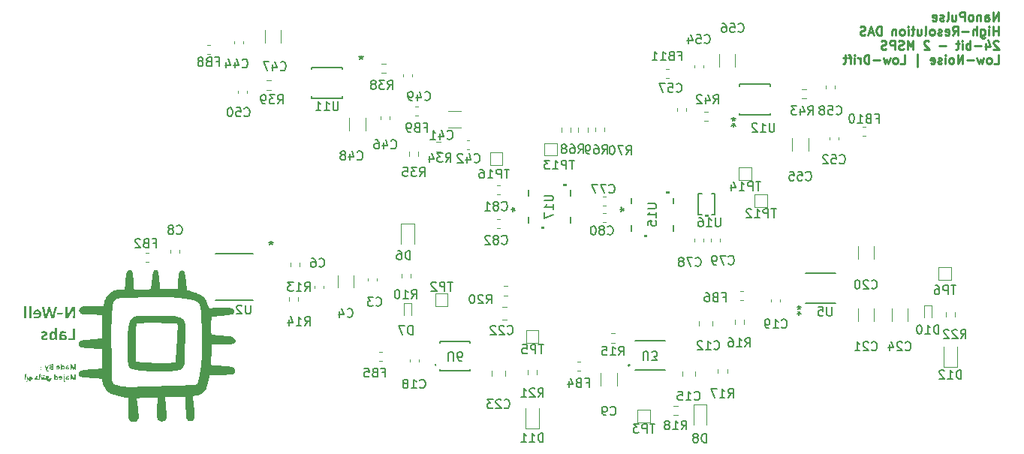
<source format=gbr>
%TF.GenerationSoftware,KiCad,Pcbnew,9.0.3*%
%TF.CreationDate,2025-08-10T03:17:17-04:00*%
%TF.ProjectId,NanoPulse,4e616e6f-5075-46c7-9365-2e6b69636164,Rev 1*%
%TF.SameCoordinates,Original*%
%TF.FileFunction,Legend,Bot*%
%TF.FilePolarity,Positive*%
%FSLAX46Y46*%
G04 Gerber Fmt 4.6, Leading zero omitted, Abs format (unit mm)*
G04 Created by KiCad (PCBNEW 9.0.3) date 2025-08-10 03:17:17*
%MOMM*%
%LPD*%
G01*
G04 APERTURE LIST*
%ADD10C,0.250000*%
%ADD11C,0.150000*%
%ADD12C,0.120000*%
%ADD13C,0.152400*%
%ADD14C,0.000000*%
G04 APERTURE END LIST*
D10*
X193776416Y-70497965D02*
X193776416Y-69497965D01*
X193776416Y-69497965D02*
X193204988Y-70497965D01*
X193204988Y-70497965D02*
X193204988Y-69497965D01*
X192300226Y-70497965D02*
X192300226Y-69974155D01*
X192300226Y-69974155D02*
X192347845Y-69878917D01*
X192347845Y-69878917D02*
X192443083Y-69831298D01*
X192443083Y-69831298D02*
X192633559Y-69831298D01*
X192633559Y-69831298D02*
X192728797Y-69878917D01*
X192300226Y-70450346D02*
X192395464Y-70497965D01*
X192395464Y-70497965D02*
X192633559Y-70497965D01*
X192633559Y-70497965D02*
X192728797Y-70450346D01*
X192728797Y-70450346D02*
X192776416Y-70355107D01*
X192776416Y-70355107D02*
X192776416Y-70259869D01*
X192776416Y-70259869D02*
X192728797Y-70164631D01*
X192728797Y-70164631D02*
X192633559Y-70117012D01*
X192633559Y-70117012D02*
X192395464Y-70117012D01*
X192395464Y-70117012D02*
X192300226Y-70069393D01*
X191824035Y-69831298D02*
X191824035Y-70497965D01*
X191824035Y-69926536D02*
X191776416Y-69878917D01*
X191776416Y-69878917D02*
X191681178Y-69831298D01*
X191681178Y-69831298D02*
X191538321Y-69831298D01*
X191538321Y-69831298D02*
X191443083Y-69878917D01*
X191443083Y-69878917D02*
X191395464Y-69974155D01*
X191395464Y-69974155D02*
X191395464Y-70497965D01*
X190776416Y-70497965D02*
X190871654Y-70450346D01*
X190871654Y-70450346D02*
X190919273Y-70402726D01*
X190919273Y-70402726D02*
X190966892Y-70307488D01*
X190966892Y-70307488D02*
X190966892Y-70021774D01*
X190966892Y-70021774D02*
X190919273Y-69926536D01*
X190919273Y-69926536D02*
X190871654Y-69878917D01*
X190871654Y-69878917D02*
X190776416Y-69831298D01*
X190776416Y-69831298D02*
X190633559Y-69831298D01*
X190633559Y-69831298D02*
X190538321Y-69878917D01*
X190538321Y-69878917D02*
X190490702Y-69926536D01*
X190490702Y-69926536D02*
X190443083Y-70021774D01*
X190443083Y-70021774D02*
X190443083Y-70307488D01*
X190443083Y-70307488D02*
X190490702Y-70402726D01*
X190490702Y-70402726D02*
X190538321Y-70450346D01*
X190538321Y-70450346D02*
X190633559Y-70497965D01*
X190633559Y-70497965D02*
X190776416Y-70497965D01*
X190014511Y-70497965D02*
X190014511Y-69497965D01*
X190014511Y-69497965D02*
X189633559Y-69497965D01*
X189633559Y-69497965D02*
X189538321Y-69545584D01*
X189538321Y-69545584D02*
X189490702Y-69593203D01*
X189490702Y-69593203D02*
X189443083Y-69688441D01*
X189443083Y-69688441D02*
X189443083Y-69831298D01*
X189443083Y-69831298D02*
X189490702Y-69926536D01*
X189490702Y-69926536D02*
X189538321Y-69974155D01*
X189538321Y-69974155D02*
X189633559Y-70021774D01*
X189633559Y-70021774D02*
X190014511Y-70021774D01*
X188585940Y-69831298D02*
X188585940Y-70497965D01*
X189014511Y-69831298D02*
X189014511Y-70355107D01*
X189014511Y-70355107D02*
X188966892Y-70450346D01*
X188966892Y-70450346D02*
X188871654Y-70497965D01*
X188871654Y-70497965D02*
X188728797Y-70497965D01*
X188728797Y-70497965D02*
X188633559Y-70450346D01*
X188633559Y-70450346D02*
X188585940Y-70402726D01*
X187966892Y-70497965D02*
X188062130Y-70450346D01*
X188062130Y-70450346D02*
X188109749Y-70355107D01*
X188109749Y-70355107D02*
X188109749Y-69497965D01*
X187633558Y-70450346D02*
X187538320Y-70497965D01*
X187538320Y-70497965D02*
X187347844Y-70497965D01*
X187347844Y-70497965D02*
X187252606Y-70450346D01*
X187252606Y-70450346D02*
X187204987Y-70355107D01*
X187204987Y-70355107D02*
X187204987Y-70307488D01*
X187204987Y-70307488D02*
X187252606Y-70212250D01*
X187252606Y-70212250D02*
X187347844Y-70164631D01*
X187347844Y-70164631D02*
X187490701Y-70164631D01*
X187490701Y-70164631D02*
X187585939Y-70117012D01*
X187585939Y-70117012D02*
X187633558Y-70021774D01*
X187633558Y-70021774D02*
X187633558Y-69974155D01*
X187633558Y-69974155D02*
X187585939Y-69878917D01*
X187585939Y-69878917D02*
X187490701Y-69831298D01*
X187490701Y-69831298D02*
X187347844Y-69831298D01*
X187347844Y-69831298D02*
X187252606Y-69878917D01*
X186395463Y-70450346D02*
X186490701Y-70497965D01*
X186490701Y-70497965D02*
X186681177Y-70497965D01*
X186681177Y-70497965D02*
X186776415Y-70450346D01*
X186776415Y-70450346D02*
X186824034Y-70355107D01*
X186824034Y-70355107D02*
X186824034Y-69974155D01*
X186824034Y-69974155D02*
X186776415Y-69878917D01*
X186776415Y-69878917D02*
X186681177Y-69831298D01*
X186681177Y-69831298D02*
X186490701Y-69831298D01*
X186490701Y-69831298D02*
X186395463Y-69878917D01*
X186395463Y-69878917D02*
X186347844Y-69974155D01*
X186347844Y-69974155D02*
X186347844Y-70069393D01*
X186347844Y-70069393D02*
X186824034Y-70164631D01*
X193776416Y-72107909D02*
X193776416Y-71107909D01*
X193776416Y-71584099D02*
X193204988Y-71584099D01*
X193204988Y-72107909D02*
X193204988Y-71107909D01*
X192728797Y-72107909D02*
X192728797Y-71441242D01*
X192728797Y-71107909D02*
X192776416Y-71155528D01*
X192776416Y-71155528D02*
X192728797Y-71203147D01*
X192728797Y-71203147D02*
X192681178Y-71155528D01*
X192681178Y-71155528D02*
X192728797Y-71107909D01*
X192728797Y-71107909D02*
X192728797Y-71203147D01*
X191824036Y-71441242D02*
X191824036Y-72250766D01*
X191824036Y-72250766D02*
X191871655Y-72346004D01*
X191871655Y-72346004D02*
X191919274Y-72393623D01*
X191919274Y-72393623D02*
X192014512Y-72441242D01*
X192014512Y-72441242D02*
X192157369Y-72441242D01*
X192157369Y-72441242D02*
X192252607Y-72393623D01*
X191824036Y-72060290D02*
X191919274Y-72107909D01*
X191919274Y-72107909D02*
X192109750Y-72107909D01*
X192109750Y-72107909D02*
X192204988Y-72060290D01*
X192204988Y-72060290D02*
X192252607Y-72012670D01*
X192252607Y-72012670D02*
X192300226Y-71917432D01*
X192300226Y-71917432D02*
X192300226Y-71631718D01*
X192300226Y-71631718D02*
X192252607Y-71536480D01*
X192252607Y-71536480D02*
X192204988Y-71488861D01*
X192204988Y-71488861D02*
X192109750Y-71441242D01*
X192109750Y-71441242D02*
X191919274Y-71441242D01*
X191919274Y-71441242D02*
X191824036Y-71488861D01*
X191347845Y-72107909D02*
X191347845Y-71107909D01*
X190919274Y-72107909D02*
X190919274Y-71584099D01*
X190919274Y-71584099D02*
X190966893Y-71488861D01*
X190966893Y-71488861D02*
X191062131Y-71441242D01*
X191062131Y-71441242D02*
X191204988Y-71441242D01*
X191204988Y-71441242D02*
X191300226Y-71488861D01*
X191300226Y-71488861D02*
X191347845Y-71536480D01*
X190443083Y-71726956D02*
X189681179Y-71726956D01*
X188633560Y-72107909D02*
X188966893Y-71631718D01*
X189204988Y-72107909D02*
X189204988Y-71107909D01*
X189204988Y-71107909D02*
X188824036Y-71107909D01*
X188824036Y-71107909D02*
X188728798Y-71155528D01*
X188728798Y-71155528D02*
X188681179Y-71203147D01*
X188681179Y-71203147D02*
X188633560Y-71298385D01*
X188633560Y-71298385D02*
X188633560Y-71441242D01*
X188633560Y-71441242D02*
X188681179Y-71536480D01*
X188681179Y-71536480D02*
X188728798Y-71584099D01*
X188728798Y-71584099D02*
X188824036Y-71631718D01*
X188824036Y-71631718D02*
X189204988Y-71631718D01*
X187824036Y-72060290D02*
X187919274Y-72107909D01*
X187919274Y-72107909D02*
X188109750Y-72107909D01*
X188109750Y-72107909D02*
X188204988Y-72060290D01*
X188204988Y-72060290D02*
X188252607Y-71965051D01*
X188252607Y-71965051D02*
X188252607Y-71584099D01*
X188252607Y-71584099D02*
X188204988Y-71488861D01*
X188204988Y-71488861D02*
X188109750Y-71441242D01*
X188109750Y-71441242D02*
X187919274Y-71441242D01*
X187919274Y-71441242D02*
X187824036Y-71488861D01*
X187824036Y-71488861D02*
X187776417Y-71584099D01*
X187776417Y-71584099D02*
X187776417Y-71679337D01*
X187776417Y-71679337D02*
X188252607Y-71774575D01*
X187395464Y-72060290D02*
X187300226Y-72107909D01*
X187300226Y-72107909D02*
X187109750Y-72107909D01*
X187109750Y-72107909D02*
X187014512Y-72060290D01*
X187014512Y-72060290D02*
X186966893Y-71965051D01*
X186966893Y-71965051D02*
X186966893Y-71917432D01*
X186966893Y-71917432D02*
X187014512Y-71822194D01*
X187014512Y-71822194D02*
X187109750Y-71774575D01*
X187109750Y-71774575D02*
X187252607Y-71774575D01*
X187252607Y-71774575D02*
X187347845Y-71726956D01*
X187347845Y-71726956D02*
X187395464Y-71631718D01*
X187395464Y-71631718D02*
X187395464Y-71584099D01*
X187395464Y-71584099D02*
X187347845Y-71488861D01*
X187347845Y-71488861D02*
X187252607Y-71441242D01*
X187252607Y-71441242D02*
X187109750Y-71441242D01*
X187109750Y-71441242D02*
X187014512Y-71488861D01*
X186395464Y-72107909D02*
X186490702Y-72060290D01*
X186490702Y-72060290D02*
X186538321Y-72012670D01*
X186538321Y-72012670D02*
X186585940Y-71917432D01*
X186585940Y-71917432D02*
X186585940Y-71631718D01*
X186585940Y-71631718D02*
X186538321Y-71536480D01*
X186538321Y-71536480D02*
X186490702Y-71488861D01*
X186490702Y-71488861D02*
X186395464Y-71441242D01*
X186395464Y-71441242D02*
X186252607Y-71441242D01*
X186252607Y-71441242D02*
X186157369Y-71488861D01*
X186157369Y-71488861D02*
X186109750Y-71536480D01*
X186109750Y-71536480D02*
X186062131Y-71631718D01*
X186062131Y-71631718D02*
X186062131Y-71917432D01*
X186062131Y-71917432D02*
X186109750Y-72012670D01*
X186109750Y-72012670D02*
X186157369Y-72060290D01*
X186157369Y-72060290D02*
X186252607Y-72107909D01*
X186252607Y-72107909D02*
X186395464Y-72107909D01*
X185490702Y-72107909D02*
X185585940Y-72060290D01*
X185585940Y-72060290D02*
X185633559Y-71965051D01*
X185633559Y-71965051D02*
X185633559Y-71107909D01*
X184681178Y-71441242D02*
X184681178Y-72107909D01*
X185109749Y-71441242D02*
X185109749Y-71965051D01*
X185109749Y-71965051D02*
X185062130Y-72060290D01*
X185062130Y-72060290D02*
X184966892Y-72107909D01*
X184966892Y-72107909D02*
X184824035Y-72107909D01*
X184824035Y-72107909D02*
X184728797Y-72060290D01*
X184728797Y-72060290D02*
X184681178Y-72012670D01*
X184347844Y-71441242D02*
X183966892Y-71441242D01*
X184204987Y-71107909D02*
X184204987Y-71965051D01*
X184204987Y-71965051D02*
X184157368Y-72060290D01*
X184157368Y-72060290D02*
X184062130Y-72107909D01*
X184062130Y-72107909D02*
X183966892Y-72107909D01*
X183633558Y-72107909D02*
X183633558Y-71441242D01*
X183633558Y-71107909D02*
X183681177Y-71155528D01*
X183681177Y-71155528D02*
X183633558Y-71203147D01*
X183633558Y-71203147D02*
X183585939Y-71155528D01*
X183585939Y-71155528D02*
X183633558Y-71107909D01*
X183633558Y-71107909D02*
X183633558Y-71203147D01*
X183014511Y-72107909D02*
X183109749Y-72060290D01*
X183109749Y-72060290D02*
X183157368Y-72012670D01*
X183157368Y-72012670D02*
X183204987Y-71917432D01*
X183204987Y-71917432D02*
X183204987Y-71631718D01*
X183204987Y-71631718D02*
X183157368Y-71536480D01*
X183157368Y-71536480D02*
X183109749Y-71488861D01*
X183109749Y-71488861D02*
X183014511Y-71441242D01*
X183014511Y-71441242D02*
X182871654Y-71441242D01*
X182871654Y-71441242D02*
X182776416Y-71488861D01*
X182776416Y-71488861D02*
X182728797Y-71536480D01*
X182728797Y-71536480D02*
X182681178Y-71631718D01*
X182681178Y-71631718D02*
X182681178Y-71917432D01*
X182681178Y-71917432D02*
X182728797Y-72012670D01*
X182728797Y-72012670D02*
X182776416Y-72060290D01*
X182776416Y-72060290D02*
X182871654Y-72107909D01*
X182871654Y-72107909D02*
X183014511Y-72107909D01*
X182252606Y-71441242D02*
X182252606Y-72107909D01*
X182252606Y-71536480D02*
X182204987Y-71488861D01*
X182204987Y-71488861D02*
X182109749Y-71441242D01*
X182109749Y-71441242D02*
X181966892Y-71441242D01*
X181966892Y-71441242D02*
X181871654Y-71488861D01*
X181871654Y-71488861D02*
X181824035Y-71584099D01*
X181824035Y-71584099D02*
X181824035Y-72107909D01*
X180585939Y-72107909D02*
X180585939Y-71107909D01*
X180585939Y-71107909D02*
X180347844Y-71107909D01*
X180347844Y-71107909D02*
X180204987Y-71155528D01*
X180204987Y-71155528D02*
X180109749Y-71250766D01*
X180109749Y-71250766D02*
X180062130Y-71346004D01*
X180062130Y-71346004D02*
X180014511Y-71536480D01*
X180014511Y-71536480D02*
X180014511Y-71679337D01*
X180014511Y-71679337D02*
X180062130Y-71869813D01*
X180062130Y-71869813D02*
X180109749Y-71965051D01*
X180109749Y-71965051D02*
X180204987Y-72060290D01*
X180204987Y-72060290D02*
X180347844Y-72107909D01*
X180347844Y-72107909D02*
X180585939Y-72107909D01*
X179633558Y-71822194D02*
X179157368Y-71822194D01*
X179728796Y-72107909D02*
X179395463Y-71107909D01*
X179395463Y-71107909D02*
X179062130Y-72107909D01*
X178776415Y-72060290D02*
X178633558Y-72107909D01*
X178633558Y-72107909D02*
X178395463Y-72107909D01*
X178395463Y-72107909D02*
X178300225Y-72060290D01*
X178300225Y-72060290D02*
X178252606Y-72012670D01*
X178252606Y-72012670D02*
X178204987Y-71917432D01*
X178204987Y-71917432D02*
X178204987Y-71822194D01*
X178204987Y-71822194D02*
X178252606Y-71726956D01*
X178252606Y-71726956D02*
X178300225Y-71679337D01*
X178300225Y-71679337D02*
X178395463Y-71631718D01*
X178395463Y-71631718D02*
X178585939Y-71584099D01*
X178585939Y-71584099D02*
X178681177Y-71536480D01*
X178681177Y-71536480D02*
X178728796Y-71488861D01*
X178728796Y-71488861D02*
X178776415Y-71393623D01*
X178776415Y-71393623D02*
X178776415Y-71298385D01*
X178776415Y-71298385D02*
X178728796Y-71203147D01*
X178728796Y-71203147D02*
X178681177Y-71155528D01*
X178681177Y-71155528D02*
X178585939Y-71107909D01*
X178585939Y-71107909D02*
X178347844Y-71107909D01*
X178347844Y-71107909D02*
X178204987Y-71155528D01*
X193824035Y-72813091D02*
X193776416Y-72765472D01*
X193776416Y-72765472D02*
X193681178Y-72717853D01*
X193681178Y-72717853D02*
X193443083Y-72717853D01*
X193443083Y-72717853D02*
X193347845Y-72765472D01*
X193347845Y-72765472D02*
X193300226Y-72813091D01*
X193300226Y-72813091D02*
X193252607Y-72908329D01*
X193252607Y-72908329D02*
X193252607Y-73003567D01*
X193252607Y-73003567D02*
X193300226Y-73146424D01*
X193300226Y-73146424D02*
X193871654Y-73717853D01*
X193871654Y-73717853D02*
X193252607Y-73717853D01*
X192395464Y-73051186D02*
X192395464Y-73717853D01*
X192633559Y-72670234D02*
X192871654Y-73384519D01*
X192871654Y-73384519D02*
X192252607Y-73384519D01*
X191871654Y-73336900D02*
X191109750Y-73336900D01*
X190633559Y-73717853D02*
X190633559Y-72717853D01*
X190633559Y-73098805D02*
X190538321Y-73051186D01*
X190538321Y-73051186D02*
X190347845Y-73051186D01*
X190347845Y-73051186D02*
X190252607Y-73098805D01*
X190252607Y-73098805D02*
X190204988Y-73146424D01*
X190204988Y-73146424D02*
X190157369Y-73241662D01*
X190157369Y-73241662D02*
X190157369Y-73527376D01*
X190157369Y-73527376D02*
X190204988Y-73622614D01*
X190204988Y-73622614D02*
X190252607Y-73670234D01*
X190252607Y-73670234D02*
X190347845Y-73717853D01*
X190347845Y-73717853D02*
X190538321Y-73717853D01*
X190538321Y-73717853D02*
X190633559Y-73670234D01*
X189728797Y-73717853D02*
X189728797Y-73051186D01*
X189728797Y-72717853D02*
X189776416Y-72765472D01*
X189776416Y-72765472D02*
X189728797Y-72813091D01*
X189728797Y-72813091D02*
X189681178Y-72765472D01*
X189681178Y-72765472D02*
X189728797Y-72717853D01*
X189728797Y-72717853D02*
X189728797Y-72813091D01*
X189395464Y-73051186D02*
X189014512Y-73051186D01*
X189252607Y-72717853D02*
X189252607Y-73574995D01*
X189252607Y-73574995D02*
X189204988Y-73670234D01*
X189204988Y-73670234D02*
X189109750Y-73717853D01*
X189109750Y-73717853D02*
X189014512Y-73717853D01*
X187919273Y-73336900D02*
X187157369Y-73336900D01*
X185966892Y-72813091D02*
X185919273Y-72765472D01*
X185919273Y-72765472D02*
X185824035Y-72717853D01*
X185824035Y-72717853D02*
X185585940Y-72717853D01*
X185585940Y-72717853D02*
X185490702Y-72765472D01*
X185490702Y-72765472D02*
X185443083Y-72813091D01*
X185443083Y-72813091D02*
X185395464Y-72908329D01*
X185395464Y-72908329D02*
X185395464Y-73003567D01*
X185395464Y-73003567D02*
X185443083Y-73146424D01*
X185443083Y-73146424D02*
X186014511Y-73717853D01*
X186014511Y-73717853D02*
X185395464Y-73717853D01*
X184204987Y-73717853D02*
X184204987Y-72717853D01*
X184204987Y-72717853D02*
X183871654Y-73432138D01*
X183871654Y-73432138D02*
X183538321Y-72717853D01*
X183538321Y-72717853D02*
X183538321Y-73717853D01*
X183109749Y-73670234D02*
X182966892Y-73717853D01*
X182966892Y-73717853D02*
X182728797Y-73717853D01*
X182728797Y-73717853D02*
X182633559Y-73670234D01*
X182633559Y-73670234D02*
X182585940Y-73622614D01*
X182585940Y-73622614D02*
X182538321Y-73527376D01*
X182538321Y-73527376D02*
X182538321Y-73432138D01*
X182538321Y-73432138D02*
X182585940Y-73336900D01*
X182585940Y-73336900D02*
X182633559Y-73289281D01*
X182633559Y-73289281D02*
X182728797Y-73241662D01*
X182728797Y-73241662D02*
X182919273Y-73194043D01*
X182919273Y-73194043D02*
X183014511Y-73146424D01*
X183014511Y-73146424D02*
X183062130Y-73098805D01*
X183062130Y-73098805D02*
X183109749Y-73003567D01*
X183109749Y-73003567D02*
X183109749Y-72908329D01*
X183109749Y-72908329D02*
X183062130Y-72813091D01*
X183062130Y-72813091D02*
X183014511Y-72765472D01*
X183014511Y-72765472D02*
X182919273Y-72717853D01*
X182919273Y-72717853D02*
X182681178Y-72717853D01*
X182681178Y-72717853D02*
X182538321Y-72765472D01*
X182109749Y-73717853D02*
X182109749Y-72717853D01*
X182109749Y-72717853D02*
X181728797Y-72717853D01*
X181728797Y-72717853D02*
X181633559Y-72765472D01*
X181633559Y-72765472D02*
X181585940Y-72813091D01*
X181585940Y-72813091D02*
X181538321Y-72908329D01*
X181538321Y-72908329D02*
X181538321Y-73051186D01*
X181538321Y-73051186D02*
X181585940Y-73146424D01*
X181585940Y-73146424D02*
X181633559Y-73194043D01*
X181633559Y-73194043D02*
X181728797Y-73241662D01*
X181728797Y-73241662D02*
X182109749Y-73241662D01*
X181157368Y-73670234D02*
X181014511Y-73717853D01*
X181014511Y-73717853D02*
X180776416Y-73717853D01*
X180776416Y-73717853D02*
X180681178Y-73670234D01*
X180681178Y-73670234D02*
X180633559Y-73622614D01*
X180633559Y-73622614D02*
X180585940Y-73527376D01*
X180585940Y-73527376D02*
X180585940Y-73432138D01*
X180585940Y-73432138D02*
X180633559Y-73336900D01*
X180633559Y-73336900D02*
X180681178Y-73289281D01*
X180681178Y-73289281D02*
X180776416Y-73241662D01*
X180776416Y-73241662D02*
X180966892Y-73194043D01*
X180966892Y-73194043D02*
X181062130Y-73146424D01*
X181062130Y-73146424D02*
X181109749Y-73098805D01*
X181109749Y-73098805D02*
X181157368Y-73003567D01*
X181157368Y-73003567D02*
X181157368Y-72908329D01*
X181157368Y-72908329D02*
X181109749Y-72813091D01*
X181109749Y-72813091D02*
X181062130Y-72765472D01*
X181062130Y-72765472D02*
X180966892Y-72717853D01*
X180966892Y-72717853D02*
X180728797Y-72717853D01*
X180728797Y-72717853D02*
X180585940Y-72765472D01*
X193300226Y-75327797D02*
X193776416Y-75327797D01*
X193776416Y-75327797D02*
X193776416Y-74327797D01*
X192824035Y-75327797D02*
X192919273Y-75280178D01*
X192919273Y-75280178D02*
X192966892Y-75232558D01*
X192966892Y-75232558D02*
X193014511Y-75137320D01*
X193014511Y-75137320D02*
X193014511Y-74851606D01*
X193014511Y-74851606D02*
X192966892Y-74756368D01*
X192966892Y-74756368D02*
X192919273Y-74708749D01*
X192919273Y-74708749D02*
X192824035Y-74661130D01*
X192824035Y-74661130D02*
X192681178Y-74661130D01*
X192681178Y-74661130D02*
X192585940Y-74708749D01*
X192585940Y-74708749D02*
X192538321Y-74756368D01*
X192538321Y-74756368D02*
X192490702Y-74851606D01*
X192490702Y-74851606D02*
X192490702Y-75137320D01*
X192490702Y-75137320D02*
X192538321Y-75232558D01*
X192538321Y-75232558D02*
X192585940Y-75280178D01*
X192585940Y-75280178D02*
X192681178Y-75327797D01*
X192681178Y-75327797D02*
X192824035Y-75327797D01*
X192157368Y-74661130D02*
X191966892Y-75327797D01*
X191966892Y-75327797D02*
X191776416Y-74851606D01*
X191776416Y-74851606D02*
X191585940Y-75327797D01*
X191585940Y-75327797D02*
X191395464Y-74661130D01*
X191014511Y-74946844D02*
X190252607Y-74946844D01*
X189776416Y-75327797D02*
X189776416Y-74327797D01*
X189776416Y-74327797D02*
X189204988Y-75327797D01*
X189204988Y-75327797D02*
X189204988Y-74327797D01*
X188585940Y-75327797D02*
X188681178Y-75280178D01*
X188681178Y-75280178D02*
X188728797Y-75232558D01*
X188728797Y-75232558D02*
X188776416Y-75137320D01*
X188776416Y-75137320D02*
X188776416Y-74851606D01*
X188776416Y-74851606D02*
X188728797Y-74756368D01*
X188728797Y-74756368D02*
X188681178Y-74708749D01*
X188681178Y-74708749D02*
X188585940Y-74661130D01*
X188585940Y-74661130D02*
X188443083Y-74661130D01*
X188443083Y-74661130D02*
X188347845Y-74708749D01*
X188347845Y-74708749D02*
X188300226Y-74756368D01*
X188300226Y-74756368D02*
X188252607Y-74851606D01*
X188252607Y-74851606D02*
X188252607Y-75137320D01*
X188252607Y-75137320D02*
X188300226Y-75232558D01*
X188300226Y-75232558D02*
X188347845Y-75280178D01*
X188347845Y-75280178D02*
X188443083Y-75327797D01*
X188443083Y-75327797D02*
X188585940Y-75327797D01*
X187824035Y-75327797D02*
X187824035Y-74661130D01*
X187824035Y-74327797D02*
X187871654Y-74375416D01*
X187871654Y-74375416D02*
X187824035Y-74423035D01*
X187824035Y-74423035D02*
X187776416Y-74375416D01*
X187776416Y-74375416D02*
X187824035Y-74327797D01*
X187824035Y-74327797D02*
X187824035Y-74423035D01*
X187395464Y-75280178D02*
X187300226Y-75327797D01*
X187300226Y-75327797D02*
X187109750Y-75327797D01*
X187109750Y-75327797D02*
X187014512Y-75280178D01*
X187014512Y-75280178D02*
X186966893Y-75184939D01*
X186966893Y-75184939D02*
X186966893Y-75137320D01*
X186966893Y-75137320D02*
X187014512Y-75042082D01*
X187014512Y-75042082D02*
X187109750Y-74994463D01*
X187109750Y-74994463D02*
X187252607Y-74994463D01*
X187252607Y-74994463D02*
X187347845Y-74946844D01*
X187347845Y-74946844D02*
X187395464Y-74851606D01*
X187395464Y-74851606D02*
X187395464Y-74803987D01*
X187395464Y-74803987D02*
X187347845Y-74708749D01*
X187347845Y-74708749D02*
X187252607Y-74661130D01*
X187252607Y-74661130D02*
X187109750Y-74661130D01*
X187109750Y-74661130D02*
X187014512Y-74708749D01*
X186157369Y-75280178D02*
X186252607Y-75327797D01*
X186252607Y-75327797D02*
X186443083Y-75327797D01*
X186443083Y-75327797D02*
X186538321Y-75280178D01*
X186538321Y-75280178D02*
X186585940Y-75184939D01*
X186585940Y-75184939D02*
X186585940Y-74803987D01*
X186585940Y-74803987D02*
X186538321Y-74708749D01*
X186538321Y-74708749D02*
X186443083Y-74661130D01*
X186443083Y-74661130D02*
X186252607Y-74661130D01*
X186252607Y-74661130D02*
X186157369Y-74708749D01*
X186157369Y-74708749D02*
X186109750Y-74803987D01*
X186109750Y-74803987D02*
X186109750Y-74899225D01*
X186109750Y-74899225D02*
X186585940Y-74994463D01*
X184681178Y-75661130D02*
X184681178Y-74232558D01*
X182728797Y-75327797D02*
X183204987Y-75327797D01*
X183204987Y-75327797D02*
X183204987Y-74327797D01*
X182252606Y-75327797D02*
X182347844Y-75280178D01*
X182347844Y-75280178D02*
X182395463Y-75232558D01*
X182395463Y-75232558D02*
X182443082Y-75137320D01*
X182443082Y-75137320D02*
X182443082Y-74851606D01*
X182443082Y-74851606D02*
X182395463Y-74756368D01*
X182395463Y-74756368D02*
X182347844Y-74708749D01*
X182347844Y-74708749D02*
X182252606Y-74661130D01*
X182252606Y-74661130D02*
X182109749Y-74661130D01*
X182109749Y-74661130D02*
X182014511Y-74708749D01*
X182014511Y-74708749D02*
X181966892Y-74756368D01*
X181966892Y-74756368D02*
X181919273Y-74851606D01*
X181919273Y-74851606D02*
X181919273Y-75137320D01*
X181919273Y-75137320D02*
X181966892Y-75232558D01*
X181966892Y-75232558D02*
X182014511Y-75280178D01*
X182014511Y-75280178D02*
X182109749Y-75327797D01*
X182109749Y-75327797D02*
X182252606Y-75327797D01*
X181585939Y-74661130D02*
X181395463Y-75327797D01*
X181395463Y-75327797D02*
X181204987Y-74851606D01*
X181204987Y-74851606D02*
X181014511Y-75327797D01*
X181014511Y-75327797D02*
X180824035Y-74661130D01*
X180443082Y-74946844D02*
X179681178Y-74946844D01*
X179204987Y-75327797D02*
X179204987Y-74327797D01*
X179204987Y-74327797D02*
X178966892Y-74327797D01*
X178966892Y-74327797D02*
X178824035Y-74375416D01*
X178824035Y-74375416D02*
X178728797Y-74470654D01*
X178728797Y-74470654D02*
X178681178Y-74565892D01*
X178681178Y-74565892D02*
X178633559Y-74756368D01*
X178633559Y-74756368D02*
X178633559Y-74899225D01*
X178633559Y-74899225D02*
X178681178Y-75089701D01*
X178681178Y-75089701D02*
X178728797Y-75184939D01*
X178728797Y-75184939D02*
X178824035Y-75280178D01*
X178824035Y-75280178D02*
X178966892Y-75327797D01*
X178966892Y-75327797D02*
X179204987Y-75327797D01*
X178204987Y-75327797D02*
X178204987Y-74661130D01*
X178204987Y-74851606D02*
X178157368Y-74756368D01*
X178157368Y-74756368D02*
X178109749Y-74708749D01*
X178109749Y-74708749D02*
X178014511Y-74661130D01*
X178014511Y-74661130D02*
X177919273Y-74661130D01*
X177585939Y-75327797D02*
X177585939Y-74661130D01*
X177585939Y-74327797D02*
X177633558Y-74375416D01*
X177633558Y-74375416D02*
X177585939Y-74423035D01*
X177585939Y-74423035D02*
X177538320Y-74375416D01*
X177538320Y-74375416D02*
X177585939Y-74327797D01*
X177585939Y-74327797D02*
X177585939Y-74423035D01*
X177252606Y-74661130D02*
X176871654Y-74661130D01*
X177109749Y-75327797D02*
X177109749Y-74470654D01*
X177109749Y-74470654D02*
X177062130Y-74375416D01*
X177062130Y-74375416D02*
X176966892Y-74327797D01*
X176966892Y-74327797D02*
X176871654Y-74327797D01*
X176681177Y-74661130D02*
X176300225Y-74661130D01*
X176538320Y-74327797D02*
X176538320Y-75184939D01*
X176538320Y-75184939D02*
X176490701Y-75280178D01*
X176490701Y-75280178D02*
X176395463Y-75327797D01*
X176395463Y-75327797D02*
X176300225Y-75327797D01*
D11*
X127625202Y-101831959D02*
X127958535Y-101355768D01*
X128196630Y-101831959D02*
X128196630Y-100831959D01*
X128196630Y-100831959D02*
X127815678Y-100831959D01*
X127815678Y-100831959D02*
X127720440Y-100879578D01*
X127720440Y-100879578D02*
X127672821Y-100927197D01*
X127672821Y-100927197D02*
X127625202Y-101022435D01*
X127625202Y-101022435D02*
X127625202Y-101165292D01*
X127625202Y-101165292D02*
X127672821Y-101260530D01*
X127672821Y-101260530D02*
X127720440Y-101308149D01*
X127720440Y-101308149D02*
X127815678Y-101355768D01*
X127815678Y-101355768D02*
X128196630Y-101355768D01*
X126672821Y-101831959D02*
X127244249Y-101831959D01*
X126958535Y-101831959D02*
X126958535Y-100831959D01*
X126958535Y-100831959D02*
X127053773Y-100974816D01*
X127053773Y-100974816D02*
X127149011Y-101070054D01*
X127149011Y-101070054D02*
X127244249Y-101117673D01*
X126053773Y-100831959D02*
X125958535Y-100831959D01*
X125958535Y-100831959D02*
X125863297Y-100879578D01*
X125863297Y-100879578D02*
X125815678Y-100927197D01*
X125815678Y-100927197D02*
X125768059Y-101022435D01*
X125768059Y-101022435D02*
X125720440Y-101212911D01*
X125720440Y-101212911D02*
X125720440Y-101451006D01*
X125720440Y-101451006D02*
X125768059Y-101641482D01*
X125768059Y-101641482D02*
X125815678Y-101736720D01*
X125815678Y-101736720D02*
X125863297Y-101784340D01*
X125863297Y-101784340D02*
X125958535Y-101831959D01*
X125958535Y-101831959D02*
X126053773Y-101831959D01*
X126053773Y-101831959D02*
X126149011Y-101784340D01*
X126149011Y-101784340D02*
X126196630Y-101736720D01*
X126196630Y-101736720D02*
X126244249Y-101641482D01*
X126244249Y-101641482D02*
X126291868Y-101451006D01*
X126291868Y-101451006D02*
X126291868Y-101212911D01*
X126291868Y-101212911D02*
X126244249Y-101022435D01*
X126244249Y-101022435D02*
X126196630Y-100927197D01*
X126196630Y-100927197D02*
X126149011Y-100879578D01*
X126149011Y-100879578D02*
X126053773Y-100831959D01*
X158062024Y-116612828D02*
X158395357Y-116136637D01*
X158633452Y-116612828D02*
X158633452Y-115612828D01*
X158633452Y-115612828D02*
X158252500Y-115612828D01*
X158252500Y-115612828D02*
X158157262Y-115660447D01*
X158157262Y-115660447D02*
X158109643Y-115708066D01*
X158109643Y-115708066D02*
X158062024Y-115803304D01*
X158062024Y-115803304D02*
X158062024Y-115946161D01*
X158062024Y-115946161D02*
X158109643Y-116041399D01*
X158109643Y-116041399D02*
X158157262Y-116089018D01*
X158157262Y-116089018D02*
X158252500Y-116136637D01*
X158252500Y-116136637D02*
X158633452Y-116136637D01*
X157109643Y-116612828D02*
X157681071Y-116612828D01*
X157395357Y-116612828D02*
X157395357Y-115612828D01*
X157395357Y-115612828D02*
X157490595Y-115755685D01*
X157490595Y-115755685D02*
X157585833Y-115850923D01*
X157585833Y-115850923D02*
X157681071Y-115898542D01*
X156538214Y-116041399D02*
X156633452Y-115993780D01*
X156633452Y-115993780D02*
X156681071Y-115946161D01*
X156681071Y-115946161D02*
X156728690Y-115850923D01*
X156728690Y-115850923D02*
X156728690Y-115803304D01*
X156728690Y-115803304D02*
X156681071Y-115708066D01*
X156681071Y-115708066D02*
X156633452Y-115660447D01*
X156633452Y-115660447D02*
X156538214Y-115612828D01*
X156538214Y-115612828D02*
X156347738Y-115612828D01*
X156347738Y-115612828D02*
X156252500Y-115660447D01*
X156252500Y-115660447D02*
X156204881Y-115708066D01*
X156204881Y-115708066D02*
X156157262Y-115803304D01*
X156157262Y-115803304D02*
X156157262Y-115850923D01*
X156157262Y-115850923D02*
X156204881Y-115946161D01*
X156204881Y-115946161D02*
X156252500Y-115993780D01*
X156252500Y-115993780D02*
X156347738Y-116041399D01*
X156347738Y-116041399D02*
X156538214Y-116041399D01*
X156538214Y-116041399D02*
X156633452Y-116089018D01*
X156633452Y-116089018D02*
X156681071Y-116136637D01*
X156681071Y-116136637D02*
X156728690Y-116231875D01*
X156728690Y-116231875D02*
X156728690Y-116422351D01*
X156728690Y-116422351D02*
X156681071Y-116517589D01*
X156681071Y-116517589D02*
X156633452Y-116565209D01*
X156633452Y-116565209D02*
X156538214Y-116612828D01*
X156538214Y-116612828D02*
X156347738Y-116612828D01*
X156347738Y-116612828D02*
X156252500Y-116565209D01*
X156252500Y-116565209D02*
X156204881Y-116517589D01*
X156204881Y-116517589D02*
X156157262Y-116422351D01*
X156157262Y-116422351D02*
X156157262Y-116231875D01*
X156157262Y-116231875D02*
X156204881Y-116136637D01*
X156204881Y-116136637D02*
X156252500Y-116089018D01*
X156252500Y-116089018D02*
X156347738Y-116041399D01*
X175027524Y-102772862D02*
X175027524Y-103582385D01*
X175027524Y-103582385D02*
X174979905Y-103677623D01*
X174979905Y-103677623D02*
X174932286Y-103725243D01*
X174932286Y-103725243D02*
X174837048Y-103772862D01*
X174837048Y-103772862D02*
X174646572Y-103772862D01*
X174646572Y-103772862D02*
X174551334Y-103725243D01*
X174551334Y-103725243D02*
X174503715Y-103677623D01*
X174503715Y-103677623D02*
X174456096Y-103582385D01*
X174456096Y-103582385D02*
X174456096Y-102772862D01*
X173503715Y-102772862D02*
X173979905Y-102772862D01*
X173979905Y-102772862D02*
X174027524Y-103249052D01*
X174027524Y-103249052D02*
X173979905Y-103201433D01*
X173979905Y-103201433D02*
X173884667Y-103153814D01*
X173884667Y-103153814D02*
X173646572Y-103153814D01*
X173646572Y-103153814D02*
X173551334Y-103201433D01*
X173551334Y-103201433D02*
X173503715Y-103249052D01*
X173503715Y-103249052D02*
X173456096Y-103344290D01*
X173456096Y-103344290D02*
X173456096Y-103582385D01*
X173456096Y-103582385D02*
X173503715Y-103677623D01*
X173503715Y-103677623D02*
X173551334Y-103725243D01*
X173551334Y-103725243D02*
X173646572Y-103772862D01*
X173646572Y-103772862D02*
X173884667Y-103772862D01*
X173884667Y-103772862D02*
X173979905Y-103725243D01*
X173979905Y-103725243D02*
X174027524Y-103677623D01*
X171323000Y-103699181D02*
X171323000Y-103461086D01*
X171084905Y-103556324D02*
X171323000Y-103461086D01*
X171323000Y-103461086D02*
X171561095Y-103556324D01*
X171180143Y-103270610D02*
X171323000Y-103461086D01*
X171323000Y-103461086D02*
X171465857Y-103270610D01*
X171322999Y-102608820D02*
X171322999Y-102846915D01*
X171561094Y-102751677D02*
X171322999Y-102846915D01*
X171322999Y-102846915D02*
X171084904Y-102751677D01*
X171465856Y-103037391D02*
X171322999Y-102846915D01*
X171322999Y-102846915D02*
X171180142Y-103037391D01*
X124929407Y-78219820D02*
X125262740Y-77743629D01*
X125500835Y-78219820D02*
X125500835Y-77219820D01*
X125500835Y-77219820D02*
X125119883Y-77219820D01*
X125119883Y-77219820D02*
X125024645Y-77267439D01*
X125024645Y-77267439D02*
X124977026Y-77315058D01*
X124977026Y-77315058D02*
X124929407Y-77410296D01*
X124929407Y-77410296D02*
X124929407Y-77553153D01*
X124929407Y-77553153D02*
X124977026Y-77648391D01*
X124977026Y-77648391D02*
X125024645Y-77696010D01*
X125024645Y-77696010D02*
X125119883Y-77743629D01*
X125119883Y-77743629D02*
X125500835Y-77743629D01*
X124596073Y-77219820D02*
X123977026Y-77219820D01*
X123977026Y-77219820D02*
X124310359Y-77600772D01*
X124310359Y-77600772D02*
X124167502Y-77600772D01*
X124167502Y-77600772D02*
X124072264Y-77648391D01*
X124072264Y-77648391D02*
X124024645Y-77696010D01*
X124024645Y-77696010D02*
X123977026Y-77791248D01*
X123977026Y-77791248D02*
X123977026Y-78029343D01*
X123977026Y-78029343D02*
X124024645Y-78124581D01*
X124024645Y-78124581D02*
X124072264Y-78172201D01*
X124072264Y-78172201D02*
X124167502Y-78219820D01*
X124167502Y-78219820D02*
X124453216Y-78219820D01*
X124453216Y-78219820D02*
X124548454Y-78172201D01*
X124548454Y-78172201D02*
X124596073Y-78124581D01*
X123405597Y-77648391D02*
X123500835Y-77600772D01*
X123500835Y-77600772D02*
X123548454Y-77553153D01*
X123548454Y-77553153D02*
X123596073Y-77457915D01*
X123596073Y-77457915D02*
X123596073Y-77410296D01*
X123596073Y-77410296D02*
X123548454Y-77315058D01*
X123548454Y-77315058D02*
X123500835Y-77267439D01*
X123500835Y-77267439D02*
X123405597Y-77219820D01*
X123405597Y-77219820D02*
X123215121Y-77219820D01*
X123215121Y-77219820D02*
X123119883Y-77267439D01*
X123119883Y-77267439D02*
X123072264Y-77315058D01*
X123072264Y-77315058D02*
X123024645Y-77410296D01*
X123024645Y-77410296D02*
X123024645Y-77457915D01*
X123024645Y-77457915D02*
X123072264Y-77553153D01*
X123072264Y-77553153D02*
X123119883Y-77600772D01*
X123119883Y-77600772D02*
X123215121Y-77648391D01*
X123215121Y-77648391D02*
X123405597Y-77648391D01*
X123405597Y-77648391D02*
X123500835Y-77696010D01*
X123500835Y-77696010D02*
X123548454Y-77743629D01*
X123548454Y-77743629D02*
X123596073Y-77838867D01*
X123596073Y-77838867D02*
X123596073Y-78029343D01*
X123596073Y-78029343D02*
X123548454Y-78124581D01*
X123548454Y-78124581D02*
X123500835Y-78172201D01*
X123500835Y-78172201D02*
X123405597Y-78219820D01*
X123405597Y-78219820D02*
X123215121Y-78219820D01*
X123215121Y-78219820D02*
X123119883Y-78172201D01*
X123119883Y-78172201D02*
X123072264Y-78124581D01*
X123072264Y-78124581D02*
X123024645Y-78029343D01*
X123024645Y-78029343D02*
X123024645Y-77838867D01*
X123024645Y-77838867D02*
X123072264Y-77743629D01*
X123072264Y-77743629D02*
X123119883Y-77696010D01*
X123119883Y-77696010D02*
X123215121Y-77648391D01*
X115577857Y-104872251D02*
X115911190Y-104396060D01*
X116149285Y-104872251D02*
X116149285Y-103872251D01*
X116149285Y-103872251D02*
X115768333Y-103872251D01*
X115768333Y-103872251D02*
X115673095Y-103919870D01*
X115673095Y-103919870D02*
X115625476Y-103967489D01*
X115625476Y-103967489D02*
X115577857Y-104062727D01*
X115577857Y-104062727D02*
X115577857Y-104205584D01*
X115577857Y-104205584D02*
X115625476Y-104300822D01*
X115625476Y-104300822D02*
X115673095Y-104348441D01*
X115673095Y-104348441D02*
X115768333Y-104396060D01*
X115768333Y-104396060D02*
X116149285Y-104396060D01*
X114625476Y-104872251D02*
X115196904Y-104872251D01*
X114911190Y-104872251D02*
X114911190Y-103872251D01*
X114911190Y-103872251D02*
X115006428Y-104015108D01*
X115006428Y-104015108D02*
X115101666Y-104110346D01*
X115101666Y-104110346D02*
X115196904Y-104157965D01*
X113768333Y-104205584D02*
X113768333Y-104872251D01*
X114006428Y-103824632D02*
X114244523Y-104538917D01*
X114244523Y-104538917D02*
X113625476Y-104538917D01*
X146423185Y-85439855D02*
X146756518Y-84963664D01*
X146994613Y-85439855D02*
X146994613Y-84439855D01*
X146994613Y-84439855D02*
X146613661Y-84439855D01*
X146613661Y-84439855D02*
X146518423Y-84487474D01*
X146518423Y-84487474D02*
X146470804Y-84535093D01*
X146470804Y-84535093D02*
X146423185Y-84630331D01*
X146423185Y-84630331D02*
X146423185Y-84773188D01*
X146423185Y-84773188D02*
X146470804Y-84868426D01*
X146470804Y-84868426D02*
X146518423Y-84916045D01*
X146518423Y-84916045D02*
X146613661Y-84963664D01*
X146613661Y-84963664D02*
X146994613Y-84963664D01*
X145566042Y-84439855D02*
X145756518Y-84439855D01*
X145756518Y-84439855D02*
X145851756Y-84487474D01*
X145851756Y-84487474D02*
X145899375Y-84535093D01*
X145899375Y-84535093D02*
X145994613Y-84677950D01*
X145994613Y-84677950D02*
X146042232Y-84868426D01*
X146042232Y-84868426D02*
X146042232Y-85249378D01*
X146042232Y-85249378D02*
X145994613Y-85344616D01*
X145994613Y-85344616D02*
X145946994Y-85392236D01*
X145946994Y-85392236D02*
X145851756Y-85439855D01*
X145851756Y-85439855D02*
X145661280Y-85439855D01*
X145661280Y-85439855D02*
X145566042Y-85392236D01*
X145566042Y-85392236D02*
X145518423Y-85344616D01*
X145518423Y-85344616D02*
X145470804Y-85249378D01*
X145470804Y-85249378D02*
X145470804Y-85011283D01*
X145470804Y-85011283D02*
X145518423Y-84916045D01*
X145518423Y-84916045D02*
X145566042Y-84868426D01*
X145566042Y-84868426D02*
X145661280Y-84820807D01*
X145661280Y-84820807D02*
X145851756Y-84820807D01*
X145851756Y-84820807D02*
X145946994Y-84868426D01*
X145946994Y-84868426D02*
X145994613Y-84916045D01*
X145994613Y-84916045D02*
X146042232Y-85011283D01*
X144899375Y-84868426D02*
X144994613Y-84820807D01*
X144994613Y-84820807D02*
X145042232Y-84773188D01*
X145042232Y-84773188D02*
X145089851Y-84677950D01*
X145089851Y-84677950D02*
X145089851Y-84630331D01*
X145089851Y-84630331D02*
X145042232Y-84535093D01*
X145042232Y-84535093D02*
X144994613Y-84487474D01*
X144994613Y-84487474D02*
X144899375Y-84439855D01*
X144899375Y-84439855D02*
X144708899Y-84439855D01*
X144708899Y-84439855D02*
X144613661Y-84487474D01*
X144613661Y-84487474D02*
X144566042Y-84535093D01*
X144566042Y-84535093D02*
X144518423Y-84630331D01*
X144518423Y-84630331D02*
X144518423Y-84677950D01*
X144518423Y-84677950D02*
X144566042Y-84773188D01*
X144566042Y-84773188D02*
X144613661Y-84820807D01*
X144613661Y-84820807D02*
X144708899Y-84868426D01*
X144708899Y-84868426D02*
X144899375Y-84868426D01*
X144899375Y-84868426D02*
X144994613Y-84916045D01*
X144994613Y-84916045D02*
X145042232Y-84963664D01*
X145042232Y-84963664D02*
X145089851Y-85058902D01*
X145089851Y-85058902D02*
X145089851Y-85249378D01*
X145089851Y-85249378D02*
X145042232Y-85344616D01*
X145042232Y-85344616D02*
X144994613Y-85392236D01*
X144994613Y-85392236D02*
X144899375Y-85439855D01*
X144899375Y-85439855D02*
X144708899Y-85439855D01*
X144708899Y-85439855D02*
X144613661Y-85392236D01*
X144613661Y-85392236D02*
X144566042Y-85344616D01*
X144566042Y-85344616D02*
X144518423Y-85249378D01*
X144518423Y-85249378D02*
X144518423Y-85058902D01*
X144518423Y-85058902D02*
X144566042Y-84963664D01*
X144566042Y-84963664D02*
X144613661Y-84916045D01*
X144613661Y-84916045D02*
X144708899Y-84868426D01*
X138082257Y-114119582D02*
X138129876Y-114167202D01*
X138129876Y-114167202D02*
X138272733Y-114214821D01*
X138272733Y-114214821D02*
X138367971Y-114214821D01*
X138367971Y-114214821D02*
X138510828Y-114167202D01*
X138510828Y-114167202D02*
X138606066Y-114071963D01*
X138606066Y-114071963D02*
X138653685Y-113976725D01*
X138653685Y-113976725D02*
X138701304Y-113786249D01*
X138701304Y-113786249D02*
X138701304Y-113643392D01*
X138701304Y-113643392D02*
X138653685Y-113452916D01*
X138653685Y-113452916D02*
X138606066Y-113357678D01*
X138606066Y-113357678D02*
X138510828Y-113262440D01*
X138510828Y-113262440D02*
X138367971Y-113214821D01*
X138367971Y-113214821D02*
X138272733Y-113214821D01*
X138272733Y-113214821D02*
X138129876Y-113262440D01*
X138129876Y-113262440D02*
X138082257Y-113310059D01*
X137701304Y-113310059D02*
X137653685Y-113262440D01*
X137653685Y-113262440D02*
X137558447Y-113214821D01*
X137558447Y-113214821D02*
X137320352Y-113214821D01*
X137320352Y-113214821D02*
X137225114Y-113262440D01*
X137225114Y-113262440D02*
X137177495Y-113310059D01*
X137177495Y-113310059D02*
X137129876Y-113405297D01*
X137129876Y-113405297D02*
X137129876Y-113500535D01*
X137129876Y-113500535D02*
X137177495Y-113643392D01*
X137177495Y-113643392D02*
X137748923Y-114214821D01*
X137748923Y-114214821D02*
X137129876Y-114214821D01*
X136796542Y-113214821D02*
X136177495Y-113214821D01*
X136177495Y-113214821D02*
X136510828Y-113595773D01*
X136510828Y-113595773D02*
X136367971Y-113595773D01*
X136367971Y-113595773D02*
X136272733Y-113643392D01*
X136272733Y-113643392D02*
X136225114Y-113691011D01*
X136225114Y-113691011D02*
X136177495Y-113786249D01*
X136177495Y-113786249D02*
X136177495Y-114024344D01*
X136177495Y-114024344D02*
X136225114Y-114119582D01*
X136225114Y-114119582D02*
X136272733Y-114167202D01*
X136272733Y-114167202D02*
X136367971Y-114214821D01*
X136367971Y-114214821D02*
X136653685Y-114214821D01*
X136653685Y-114214821D02*
X136748923Y-114167202D01*
X136748923Y-114167202D02*
X136796542Y-114119582D01*
X157759523Y-74431009D02*
X158092856Y-74431009D01*
X158092856Y-74954819D02*
X158092856Y-73954819D01*
X158092856Y-73954819D02*
X157616666Y-73954819D01*
X156902380Y-74431009D02*
X156759523Y-74478628D01*
X156759523Y-74478628D02*
X156711904Y-74526247D01*
X156711904Y-74526247D02*
X156664285Y-74621485D01*
X156664285Y-74621485D02*
X156664285Y-74764342D01*
X156664285Y-74764342D02*
X156711904Y-74859580D01*
X156711904Y-74859580D02*
X156759523Y-74907200D01*
X156759523Y-74907200D02*
X156854761Y-74954819D01*
X156854761Y-74954819D02*
X157235713Y-74954819D01*
X157235713Y-74954819D02*
X157235713Y-73954819D01*
X157235713Y-73954819D02*
X156902380Y-73954819D01*
X156902380Y-73954819D02*
X156807142Y-74002438D01*
X156807142Y-74002438D02*
X156759523Y-74050057D01*
X156759523Y-74050057D02*
X156711904Y-74145295D01*
X156711904Y-74145295D02*
X156711904Y-74240533D01*
X156711904Y-74240533D02*
X156759523Y-74335771D01*
X156759523Y-74335771D02*
X156807142Y-74383390D01*
X156807142Y-74383390D02*
X156902380Y-74431009D01*
X156902380Y-74431009D02*
X157235713Y-74431009D01*
X155711904Y-74954819D02*
X156283332Y-74954819D01*
X155997618Y-74954819D02*
X155997618Y-73954819D01*
X155997618Y-73954819D02*
X156092856Y-74097676D01*
X156092856Y-74097676D02*
X156188094Y-74192914D01*
X156188094Y-74192914D02*
X156283332Y-74240533D01*
X154759523Y-74954819D02*
X155330951Y-74954819D01*
X155045237Y-74954819D02*
X155045237Y-73954819D01*
X155045237Y-73954819D02*
X155140475Y-74097676D01*
X155140475Y-74097676D02*
X155235713Y-74192914D01*
X155235713Y-74192914D02*
X155330951Y-74240533D01*
X137802857Y-91799580D02*
X137850476Y-91847200D01*
X137850476Y-91847200D02*
X137993333Y-91894819D01*
X137993333Y-91894819D02*
X138088571Y-91894819D01*
X138088571Y-91894819D02*
X138231428Y-91847200D01*
X138231428Y-91847200D02*
X138326666Y-91751961D01*
X138326666Y-91751961D02*
X138374285Y-91656723D01*
X138374285Y-91656723D02*
X138421904Y-91466247D01*
X138421904Y-91466247D02*
X138421904Y-91323390D01*
X138421904Y-91323390D02*
X138374285Y-91132914D01*
X138374285Y-91132914D02*
X138326666Y-91037676D01*
X138326666Y-91037676D02*
X138231428Y-90942438D01*
X138231428Y-90942438D02*
X138088571Y-90894819D01*
X138088571Y-90894819D02*
X137993333Y-90894819D01*
X137993333Y-90894819D02*
X137850476Y-90942438D01*
X137850476Y-90942438D02*
X137802857Y-90990057D01*
X137231428Y-91323390D02*
X137326666Y-91275771D01*
X137326666Y-91275771D02*
X137374285Y-91228152D01*
X137374285Y-91228152D02*
X137421904Y-91132914D01*
X137421904Y-91132914D02*
X137421904Y-91085295D01*
X137421904Y-91085295D02*
X137374285Y-90990057D01*
X137374285Y-90990057D02*
X137326666Y-90942438D01*
X137326666Y-90942438D02*
X137231428Y-90894819D01*
X137231428Y-90894819D02*
X137040952Y-90894819D01*
X137040952Y-90894819D02*
X136945714Y-90942438D01*
X136945714Y-90942438D02*
X136898095Y-90990057D01*
X136898095Y-90990057D02*
X136850476Y-91085295D01*
X136850476Y-91085295D02*
X136850476Y-91132914D01*
X136850476Y-91132914D02*
X136898095Y-91228152D01*
X136898095Y-91228152D02*
X136945714Y-91275771D01*
X136945714Y-91275771D02*
X137040952Y-91323390D01*
X137040952Y-91323390D02*
X137231428Y-91323390D01*
X137231428Y-91323390D02*
X137326666Y-91371009D01*
X137326666Y-91371009D02*
X137374285Y-91418628D01*
X137374285Y-91418628D02*
X137421904Y-91513866D01*
X137421904Y-91513866D02*
X137421904Y-91704342D01*
X137421904Y-91704342D02*
X137374285Y-91799580D01*
X137374285Y-91799580D02*
X137326666Y-91847200D01*
X137326666Y-91847200D02*
X137231428Y-91894819D01*
X137231428Y-91894819D02*
X137040952Y-91894819D01*
X137040952Y-91894819D02*
X136945714Y-91847200D01*
X136945714Y-91847200D02*
X136898095Y-91799580D01*
X136898095Y-91799580D02*
X136850476Y-91704342D01*
X136850476Y-91704342D02*
X136850476Y-91513866D01*
X136850476Y-91513866D02*
X136898095Y-91418628D01*
X136898095Y-91418628D02*
X136945714Y-91371009D01*
X136945714Y-91371009D02*
X137040952Y-91323390D01*
X135898095Y-91894819D02*
X136469523Y-91894819D01*
X136183809Y-91894819D02*
X136183809Y-90894819D01*
X136183809Y-90894819D02*
X136279047Y-91037676D01*
X136279047Y-91037676D02*
X136374285Y-91132914D01*
X136374285Y-91132914D02*
X136469523Y-91180533D01*
X157487857Y-78464580D02*
X157535476Y-78512200D01*
X157535476Y-78512200D02*
X157678333Y-78559819D01*
X157678333Y-78559819D02*
X157773571Y-78559819D01*
X157773571Y-78559819D02*
X157916428Y-78512200D01*
X157916428Y-78512200D02*
X158011666Y-78416961D01*
X158011666Y-78416961D02*
X158059285Y-78321723D01*
X158059285Y-78321723D02*
X158106904Y-78131247D01*
X158106904Y-78131247D02*
X158106904Y-77988390D01*
X158106904Y-77988390D02*
X158059285Y-77797914D01*
X158059285Y-77797914D02*
X158011666Y-77702676D01*
X158011666Y-77702676D02*
X157916428Y-77607438D01*
X157916428Y-77607438D02*
X157773571Y-77559819D01*
X157773571Y-77559819D02*
X157678333Y-77559819D01*
X157678333Y-77559819D02*
X157535476Y-77607438D01*
X157535476Y-77607438D02*
X157487857Y-77655057D01*
X156583095Y-77559819D02*
X157059285Y-77559819D01*
X157059285Y-77559819D02*
X157106904Y-78036009D01*
X157106904Y-78036009D02*
X157059285Y-77988390D01*
X157059285Y-77988390D02*
X156964047Y-77940771D01*
X156964047Y-77940771D02*
X156725952Y-77940771D01*
X156725952Y-77940771D02*
X156630714Y-77988390D01*
X156630714Y-77988390D02*
X156583095Y-78036009D01*
X156583095Y-78036009D02*
X156535476Y-78131247D01*
X156535476Y-78131247D02*
X156535476Y-78369342D01*
X156535476Y-78369342D02*
X156583095Y-78464580D01*
X156583095Y-78464580D02*
X156630714Y-78512200D01*
X156630714Y-78512200D02*
X156725952Y-78559819D01*
X156725952Y-78559819D02*
X156964047Y-78559819D01*
X156964047Y-78559819D02*
X157059285Y-78512200D01*
X157059285Y-78512200D02*
X157106904Y-78464580D01*
X156202142Y-77559819D02*
X155535476Y-77559819D01*
X155535476Y-77559819D02*
X155964047Y-78559819D01*
X120368402Y-103864580D02*
X120416021Y-103912200D01*
X120416021Y-103912200D02*
X120558878Y-103959819D01*
X120558878Y-103959819D02*
X120654116Y-103959819D01*
X120654116Y-103959819D02*
X120796973Y-103912200D01*
X120796973Y-103912200D02*
X120892211Y-103816961D01*
X120892211Y-103816961D02*
X120939830Y-103721723D01*
X120939830Y-103721723D02*
X120987449Y-103531247D01*
X120987449Y-103531247D02*
X120987449Y-103388390D01*
X120987449Y-103388390D02*
X120939830Y-103197914D01*
X120939830Y-103197914D02*
X120892211Y-103102676D01*
X120892211Y-103102676D02*
X120796973Y-103007438D01*
X120796973Y-103007438D02*
X120654116Y-102959819D01*
X120654116Y-102959819D02*
X120558878Y-102959819D01*
X120558878Y-102959819D02*
X120416021Y-103007438D01*
X120416021Y-103007438D02*
X120368402Y-103055057D01*
X119511259Y-103293152D02*
X119511259Y-103959819D01*
X119749354Y-102912200D02*
X119987449Y-103626485D01*
X119987449Y-103626485D02*
X119368402Y-103626485D01*
X142609819Y-90201905D02*
X143419342Y-90201905D01*
X143419342Y-90201905D02*
X143514580Y-90249524D01*
X143514580Y-90249524D02*
X143562200Y-90297143D01*
X143562200Y-90297143D02*
X143609819Y-90392381D01*
X143609819Y-90392381D02*
X143609819Y-90582857D01*
X143609819Y-90582857D02*
X143562200Y-90678095D01*
X143562200Y-90678095D02*
X143514580Y-90725714D01*
X143514580Y-90725714D02*
X143419342Y-90773333D01*
X143419342Y-90773333D02*
X142609819Y-90773333D01*
X143609819Y-91773333D02*
X143609819Y-91201905D01*
X143609819Y-91487619D02*
X142609819Y-91487619D01*
X142609819Y-91487619D02*
X142752676Y-91392381D01*
X142752676Y-91392381D02*
X142847914Y-91297143D01*
X142847914Y-91297143D02*
X142895533Y-91201905D01*
X142609819Y-92106667D02*
X142609819Y-92773333D01*
X142609819Y-92773333D02*
X143609819Y-92344762D01*
X138861718Y-91770638D02*
X139099813Y-91770638D01*
X139004575Y-91532543D02*
X139099813Y-91770638D01*
X139099813Y-91770638D02*
X139004575Y-92008733D01*
X139290289Y-91627781D02*
X139099813Y-91770638D01*
X139099813Y-91770638D02*
X139290289Y-91913495D01*
X159637159Y-98097880D02*
X159684778Y-98145500D01*
X159684778Y-98145500D02*
X159827635Y-98193119D01*
X159827635Y-98193119D02*
X159922873Y-98193119D01*
X159922873Y-98193119D02*
X160065730Y-98145500D01*
X160065730Y-98145500D02*
X160160968Y-98050261D01*
X160160968Y-98050261D02*
X160208587Y-97955023D01*
X160208587Y-97955023D02*
X160256206Y-97764547D01*
X160256206Y-97764547D02*
X160256206Y-97621690D01*
X160256206Y-97621690D02*
X160208587Y-97431214D01*
X160208587Y-97431214D02*
X160160968Y-97335976D01*
X160160968Y-97335976D02*
X160065730Y-97240738D01*
X160065730Y-97240738D02*
X159922873Y-97193119D01*
X159922873Y-97193119D02*
X159827635Y-97193119D01*
X159827635Y-97193119D02*
X159684778Y-97240738D01*
X159684778Y-97240738D02*
X159637159Y-97288357D01*
X159303825Y-97193119D02*
X158637159Y-97193119D01*
X158637159Y-97193119D02*
X159065730Y-98193119D01*
X158113349Y-97621690D02*
X158208587Y-97574071D01*
X158208587Y-97574071D02*
X158256206Y-97526452D01*
X158256206Y-97526452D02*
X158303825Y-97431214D01*
X158303825Y-97431214D02*
X158303825Y-97383595D01*
X158303825Y-97383595D02*
X158256206Y-97288357D01*
X158256206Y-97288357D02*
X158208587Y-97240738D01*
X158208587Y-97240738D02*
X158113349Y-97193119D01*
X158113349Y-97193119D02*
X157922873Y-97193119D01*
X157922873Y-97193119D02*
X157827635Y-97240738D01*
X157827635Y-97240738D02*
X157780016Y-97288357D01*
X157780016Y-97288357D02*
X157732397Y-97383595D01*
X157732397Y-97383595D02*
X157732397Y-97431214D01*
X157732397Y-97431214D02*
X157780016Y-97526452D01*
X157780016Y-97526452D02*
X157827635Y-97574071D01*
X157827635Y-97574071D02*
X157922873Y-97621690D01*
X157922873Y-97621690D02*
X158113349Y-97621690D01*
X158113349Y-97621690D02*
X158208587Y-97669309D01*
X158208587Y-97669309D02*
X158256206Y-97716928D01*
X158256206Y-97716928D02*
X158303825Y-97812166D01*
X158303825Y-97812166D02*
X158303825Y-98002642D01*
X158303825Y-98002642D02*
X158256206Y-98097880D01*
X158256206Y-98097880D02*
X158208587Y-98145500D01*
X158208587Y-98145500D02*
X158113349Y-98193119D01*
X158113349Y-98193119D02*
X157922873Y-98193119D01*
X157922873Y-98193119D02*
X157827635Y-98145500D01*
X157827635Y-98145500D02*
X157780016Y-98097880D01*
X157780016Y-98097880D02*
X157732397Y-98002642D01*
X157732397Y-98002642D02*
X157732397Y-97812166D01*
X157732397Y-97812166D02*
X157780016Y-97716928D01*
X157780016Y-97716928D02*
X157827635Y-97669309D01*
X157827635Y-97669309D02*
X157922873Y-97621690D01*
X123606666Y-102594580D02*
X123654285Y-102642200D01*
X123654285Y-102642200D02*
X123797142Y-102689819D01*
X123797142Y-102689819D02*
X123892380Y-102689819D01*
X123892380Y-102689819D02*
X124035237Y-102642200D01*
X124035237Y-102642200D02*
X124130475Y-102546961D01*
X124130475Y-102546961D02*
X124178094Y-102451723D01*
X124178094Y-102451723D02*
X124225713Y-102261247D01*
X124225713Y-102261247D02*
X124225713Y-102118390D01*
X124225713Y-102118390D02*
X124178094Y-101927914D01*
X124178094Y-101927914D02*
X124130475Y-101832676D01*
X124130475Y-101832676D02*
X124035237Y-101737438D01*
X124035237Y-101737438D02*
X123892380Y-101689819D01*
X123892380Y-101689819D02*
X123797142Y-101689819D01*
X123797142Y-101689819D02*
X123654285Y-101737438D01*
X123654285Y-101737438D02*
X123606666Y-101785057D01*
X123273332Y-101689819D02*
X122654285Y-101689819D01*
X122654285Y-101689819D02*
X122987618Y-102070771D01*
X122987618Y-102070771D02*
X122844761Y-102070771D01*
X122844761Y-102070771D02*
X122749523Y-102118390D01*
X122749523Y-102118390D02*
X122701904Y-102166009D01*
X122701904Y-102166009D02*
X122654285Y-102261247D01*
X122654285Y-102261247D02*
X122654285Y-102499342D01*
X122654285Y-102499342D02*
X122701904Y-102594580D01*
X122701904Y-102594580D02*
X122749523Y-102642200D01*
X122749523Y-102642200D02*
X122844761Y-102689819D01*
X122844761Y-102689819D02*
X123130475Y-102689819D01*
X123130475Y-102689819D02*
X123225713Y-102642200D01*
X123225713Y-102642200D02*
X123273332Y-102594580D01*
X183320957Y-107612181D02*
X183368576Y-107659801D01*
X183368576Y-107659801D02*
X183511433Y-107707420D01*
X183511433Y-107707420D02*
X183606671Y-107707420D01*
X183606671Y-107707420D02*
X183749528Y-107659801D01*
X183749528Y-107659801D02*
X183844766Y-107564562D01*
X183844766Y-107564562D02*
X183892385Y-107469324D01*
X183892385Y-107469324D02*
X183940004Y-107278848D01*
X183940004Y-107278848D02*
X183940004Y-107135991D01*
X183940004Y-107135991D02*
X183892385Y-106945515D01*
X183892385Y-106945515D02*
X183844766Y-106850277D01*
X183844766Y-106850277D02*
X183749528Y-106755039D01*
X183749528Y-106755039D02*
X183606671Y-106707420D01*
X183606671Y-106707420D02*
X183511433Y-106707420D01*
X183511433Y-106707420D02*
X183368576Y-106755039D01*
X183368576Y-106755039D02*
X183320957Y-106802658D01*
X182940004Y-106802658D02*
X182892385Y-106755039D01*
X182892385Y-106755039D02*
X182797147Y-106707420D01*
X182797147Y-106707420D02*
X182559052Y-106707420D01*
X182559052Y-106707420D02*
X182463814Y-106755039D01*
X182463814Y-106755039D02*
X182416195Y-106802658D01*
X182416195Y-106802658D02*
X182368576Y-106897896D01*
X182368576Y-106897896D02*
X182368576Y-106993134D01*
X182368576Y-106993134D02*
X182416195Y-107135991D01*
X182416195Y-107135991D02*
X182987623Y-107707420D01*
X182987623Y-107707420D02*
X182368576Y-107707420D01*
X181511433Y-107040753D02*
X181511433Y-107707420D01*
X181749528Y-106659801D02*
X181987623Y-107374086D01*
X181987623Y-107374086D02*
X181368576Y-107374086D01*
X108526797Y-75706607D02*
X108574416Y-75754227D01*
X108574416Y-75754227D02*
X108717273Y-75801846D01*
X108717273Y-75801846D02*
X108812511Y-75801846D01*
X108812511Y-75801846D02*
X108955368Y-75754227D01*
X108955368Y-75754227D02*
X109050606Y-75658988D01*
X109050606Y-75658988D02*
X109098225Y-75563750D01*
X109098225Y-75563750D02*
X109145844Y-75373274D01*
X109145844Y-75373274D02*
X109145844Y-75230417D01*
X109145844Y-75230417D02*
X109098225Y-75039941D01*
X109098225Y-75039941D02*
X109050606Y-74944703D01*
X109050606Y-74944703D02*
X108955368Y-74849465D01*
X108955368Y-74849465D02*
X108812511Y-74801846D01*
X108812511Y-74801846D02*
X108717273Y-74801846D01*
X108717273Y-74801846D02*
X108574416Y-74849465D01*
X108574416Y-74849465D02*
X108526797Y-74897084D01*
X107669654Y-75135179D02*
X107669654Y-75801846D01*
X107907749Y-74754227D02*
X108145844Y-75468512D01*
X108145844Y-75468512D02*
X107526797Y-75468512D01*
X106717273Y-75135179D02*
X106717273Y-75801846D01*
X106955368Y-74754227D02*
X107193463Y-75468512D01*
X107193463Y-75468512D02*
X106574416Y-75468512D01*
X163332024Y-112992828D02*
X163665357Y-112516637D01*
X163903452Y-112992828D02*
X163903452Y-111992828D01*
X163903452Y-111992828D02*
X163522500Y-111992828D01*
X163522500Y-111992828D02*
X163427262Y-112040447D01*
X163427262Y-112040447D02*
X163379643Y-112088066D01*
X163379643Y-112088066D02*
X163332024Y-112183304D01*
X163332024Y-112183304D02*
X163332024Y-112326161D01*
X163332024Y-112326161D02*
X163379643Y-112421399D01*
X163379643Y-112421399D02*
X163427262Y-112469018D01*
X163427262Y-112469018D02*
X163522500Y-112516637D01*
X163522500Y-112516637D02*
X163903452Y-112516637D01*
X162379643Y-112992828D02*
X162951071Y-112992828D01*
X162665357Y-112992828D02*
X162665357Y-111992828D01*
X162665357Y-111992828D02*
X162760595Y-112135685D01*
X162760595Y-112135685D02*
X162855833Y-112230923D01*
X162855833Y-112230923D02*
X162951071Y-112278542D01*
X162046309Y-111992828D02*
X161379643Y-111992828D01*
X161379643Y-111992828D02*
X161808214Y-112992828D01*
X161742024Y-107502589D02*
X161789643Y-107550209D01*
X161789643Y-107550209D02*
X161932500Y-107597828D01*
X161932500Y-107597828D02*
X162027738Y-107597828D01*
X162027738Y-107597828D02*
X162170595Y-107550209D01*
X162170595Y-107550209D02*
X162265833Y-107454970D01*
X162265833Y-107454970D02*
X162313452Y-107359732D01*
X162313452Y-107359732D02*
X162361071Y-107169256D01*
X162361071Y-107169256D02*
X162361071Y-107026399D01*
X162361071Y-107026399D02*
X162313452Y-106835923D01*
X162313452Y-106835923D02*
X162265833Y-106740685D01*
X162265833Y-106740685D02*
X162170595Y-106645447D01*
X162170595Y-106645447D02*
X162027738Y-106597828D01*
X162027738Y-106597828D02*
X161932500Y-106597828D01*
X161932500Y-106597828D02*
X161789643Y-106645447D01*
X161789643Y-106645447D02*
X161742024Y-106693066D01*
X160789643Y-107597828D02*
X161361071Y-107597828D01*
X161075357Y-107597828D02*
X161075357Y-106597828D01*
X161075357Y-106597828D02*
X161170595Y-106740685D01*
X161170595Y-106740685D02*
X161265833Y-106835923D01*
X161265833Y-106835923D02*
X161361071Y-106883542D01*
X160408690Y-106693066D02*
X160361071Y-106645447D01*
X160361071Y-106645447D02*
X160265833Y-106597828D01*
X160265833Y-106597828D02*
X160027738Y-106597828D01*
X160027738Y-106597828D02*
X159932500Y-106645447D01*
X159932500Y-106645447D02*
X159884881Y-106693066D01*
X159884881Y-106693066D02*
X159837262Y-106788304D01*
X159837262Y-106788304D02*
X159837262Y-106883542D01*
X159837262Y-106883542D02*
X159884881Y-107026399D01*
X159884881Y-107026399D02*
X160456309Y-107597828D01*
X160456309Y-107597828D02*
X159837262Y-107597828D01*
X112837675Y-76018039D02*
X112885294Y-76065659D01*
X112885294Y-76065659D02*
X113028151Y-76113278D01*
X113028151Y-76113278D02*
X113123389Y-76113278D01*
X113123389Y-76113278D02*
X113266246Y-76065659D01*
X113266246Y-76065659D02*
X113361484Y-75970420D01*
X113361484Y-75970420D02*
X113409103Y-75875182D01*
X113409103Y-75875182D02*
X113456722Y-75684706D01*
X113456722Y-75684706D02*
X113456722Y-75541849D01*
X113456722Y-75541849D02*
X113409103Y-75351373D01*
X113409103Y-75351373D02*
X113361484Y-75256135D01*
X113361484Y-75256135D02*
X113266246Y-75160897D01*
X113266246Y-75160897D02*
X113123389Y-75113278D01*
X113123389Y-75113278D02*
X113028151Y-75113278D01*
X113028151Y-75113278D02*
X112885294Y-75160897D01*
X112885294Y-75160897D02*
X112837675Y-75208516D01*
X111980532Y-75446611D02*
X111980532Y-76113278D01*
X112218627Y-75065659D02*
X112456722Y-75779944D01*
X112456722Y-75779944D02*
X111837675Y-75779944D01*
X111551960Y-75113278D02*
X110885294Y-75113278D01*
X110885294Y-75113278D02*
X111313865Y-76113278D01*
X168526329Y-82014895D02*
X168526329Y-82824418D01*
X168526329Y-82824418D02*
X168478710Y-82919656D01*
X168478710Y-82919656D02*
X168431091Y-82967276D01*
X168431091Y-82967276D02*
X168335853Y-83014895D01*
X168335853Y-83014895D02*
X168145377Y-83014895D01*
X168145377Y-83014895D02*
X168050139Y-82967276D01*
X168050139Y-82967276D02*
X168002520Y-82919656D01*
X168002520Y-82919656D02*
X167954901Y-82824418D01*
X167954901Y-82824418D02*
X167954901Y-82014895D01*
X166954901Y-83014895D02*
X167526329Y-83014895D01*
X167240615Y-83014895D02*
X167240615Y-82014895D01*
X167240615Y-82014895D02*
X167335853Y-82157752D01*
X167335853Y-82157752D02*
X167431091Y-82252990D01*
X167431091Y-82252990D02*
X167526329Y-82300609D01*
X166573948Y-82110133D02*
X166526329Y-82062514D01*
X166526329Y-82062514D02*
X166431091Y-82014895D01*
X166431091Y-82014895D02*
X166192996Y-82014895D01*
X166192996Y-82014895D02*
X166097758Y-82062514D01*
X166097758Y-82062514D02*
X166050139Y-82110133D01*
X166050139Y-82110133D02*
X166002520Y-82205371D01*
X166002520Y-82205371D02*
X166002520Y-82300609D01*
X166002520Y-82300609D02*
X166050139Y-82443466D01*
X166050139Y-82443466D02*
X166621567Y-83014895D01*
X166621567Y-83014895D02*
X166002520Y-83014895D01*
X163944299Y-81379619D02*
X163944299Y-81617714D01*
X164182394Y-81522476D02*
X163944299Y-81617714D01*
X163944299Y-81617714D02*
X163706204Y-81522476D01*
X164087156Y-81808190D02*
X163944299Y-81617714D01*
X163944299Y-81617714D02*
X163801442Y-81808190D01*
X163944300Y-82469980D02*
X163944300Y-82231885D01*
X163706205Y-82327123D02*
X163944300Y-82231885D01*
X163944300Y-82231885D02*
X164182395Y-82327123D01*
X163801443Y-82041409D02*
X163944300Y-82231885D01*
X163944300Y-82231885D02*
X164087157Y-82041409D01*
X151848662Y-85570984D02*
X152181995Y-85094793D01*
X152420090Y-85570984D02*
X152420090Y-84570984D01*
X152420090Y-84570984D02*
X152039138Y-84570984D01*
X152039138Y-84570984D02*
X151943900Y-84618603D01*
X151943900Y-84618603D02*
X151896281Y-84666222D01*
X151896281Y-84666222D02*
X151848662Y-84761460D01*
X151848662Y-84761460D02*
X151848662Y-84904317D01*
X151848662Y-84904317D02*
X151896281Y-84999555D01*
X151896281Y-84999555D02*
X151943900Y-85047174D01*
X151943900Y-85047174D02*
X152039138Y-85094793D01*
X152039138Y-85094793D02*
X152420090Y-85094793D01*
X151515328Y-84570984D02*
X150848662Y-84570984D01*
X150848662Y-84570984D02*
X151277233Y-85570984D01*
X150277233Y-84570984D02*
X150181995Y-84570984D01*
X150181995Y-84570984D02*
X150086757Y-84618603D01*
X150086757Y-84618603D02*
X150039138Y-84666222D01*
X150039138Y-84666222D02*
X149991519Y-84761460D01*
X149991519Y-84761460D02*
X149943900Y-84951936D01*
X149943900Y-84951936D02*
X149943900Y-85190031D01*
X149943900Y-85190031D02*
X149991519Y-85380507D01*
X149991519Y-85380507D02*
X150039138Y-85475745D01*
X150039138Y-85475745D02*
X150086757Y-85523365D01*
X150086757Y-85523365D02*
X150181995Y-85570984D01*
X150181995Y-85570984D02*
X150277233Y-85570984D01*
X150277233Y-85570984D02*
X150372471Y-85523365D01*
X150372471Y-85523365D02*
X150420090Y-85475745D01*
X150420090Y-85475745D02*
X150467709Y-85380507D01*
X150467709Y-85380507D02*
X150515328Y-85190031D01*
X150515328Y-85190031D02*
X150515328Y-84951936D01*
X150515328Y-84951936D02*
X150467709Y-84761460D01*
X150467709Y-84761460D02*
X150420090Y-84666222D01*
X150420090Y-84666222D02*
X150372471Y-84618603D01*
X150372471Y-84618603D02*
X150277233Y-84570984D01*
X98500714Y-95563991D02*
X98834047Y-95563991D01*
X98834047Y-96087801D02*
X98834047Y-95087801D01*
X98834047Y-95087801D02*
X98357857Y-95087801D01*
X97643571Y-95563991D02*
X97500714Y-95611610D01*
X97500714Y-95611610D02*
X97453095Y-95659229D01*
X97453095Y-95659229D02*
X97405476Y-95754467D01*
X97405476Y-95754467D02*
X97405476Y-95897324D01*
X97405476Y-95897324D02*
X97453095Y-95992562D01*
X97453095Y-95992562D02*
X97500714Y-96040182D01*
X97500714Y-96040182D02*
X97595952Y-96087801D01*
X97595952Y-96087801D02*
X97976904Y-96087801D01*
X97976904Y-96087801D02*
X97976904Y-95087801D01*
X97976904Y-95087801D02*
X97643571Y-95087801D01*
X97643571Y-95087801D02*
X97548333Y-95135420D01*
X97548333Y-95135420D02*
X97500714Y-95183039D01*
X97500714Y-95183039D02*
X97453095Y-95278277D01*
X97453095Y-95278277D02*
X97453095Y-95373515D01*
X97453095Y-95373515D02*
X97500714Y-95468753D01*
X97500714Y-95468753D02*
X97548333Y-95516372D01*
X97548333Y-95516372D02*
X97643571Y-95563991D01*
X97643571Y-95563991D02*
X97976904Y-95563991D01*
X97024523Y-95183039D02*
X96976904Y-95135420D01*
X96976904Y-95135420D02*
X96881666Y-95087801D01*
X96881666Y-95087801D02*
X96643571Y-95087801D01*
X96643571Y-95087801D02*
X96548333Y-95135420D01*
X96548333Y-95135420D02*
X96500714Y-95183039D01*
X96500714Y-95183039D02*
X96453095Y-95278277D01*
X96453095Y-95278277D02*
X96453095Y-95373515D01*
X96453095Y-95373515D02*
X96500714Y-95516372D01*
X96500714Y-95516372D02*
X97072142Y-96087801D01*
X97072142Y-96087801D02*
X96453095Y-96087801D01*
X179510957Y-100627181D02*
X179558576Y-100674801D01*
X179558576Y-100674801D02*
X179701433Y-100722420D01*
X179701433Y-100722420D02*
X179796671Y-100722420D01*
X179796671Y-100722420D02*
X179939528Y-100674801D01*
X179939528Y-100674801D02*
X180034766Y-100579562D01*
X180034766Y-100579562D02*
X180082385Y-100484324D01*
X180082385Y-100484324D02*
X180130004Y-100293848D01*
X180130004Y-100293848D02*
X180130004Y-100150991D01*
X180130004Y-100150991D02*
X180082385Y-99960515D01*
X180082385Y-99960515D02*
X180034766Y-99865277D01*
X180034766Y-99865277D02*
X179939528Y-99770039D01*
X179939528Y-99770039D02*
X179796671Y-99722420D01*
X179796671Y-99722420D02*
X179701433Y-99722420D01*
X179701433Y-99722420D02*
X179558576Y-99770039D01*
X179558576Y-99770039D02*
X179510957Y-99817658D01*
X179130004Y-99817658D02*
X179082385Y-99770039D01*
X179082385Y-99770039D02*
X178987147Y-99722420D01*
X178987147Y-99722420D02*
X178749052Y-99722420D01*
X178749052Y-99722420D02*
X178653814Y-99770039D01*
X178653814Y-99770039D02*
X178606195Y-99817658D01*
X178606195Y-99817658D02*
X178558576Y-99912896D01*
X178558576Y-99912896D02*
X178558576Y-100008134D01*
X178558576Y-100008134D02*
X178606195Y-100150991D01*
X178606195Y-100150991D02*
X179177623Y-100722420D01*
X179177623Y-100722420D02*
X178558576Y-100722420D01*
X177939528Y-99722420D02*
X177844290Y-99722420D01*
X177844290Y-99722420D02*
X177749052Y-99770039D01*
X177749052Y-99770039D02*
X177701433Y-99817658D01*
X177701433Y-99817658D02*
X177653814Y-99912896D01*
X177653814Y-99912896D02*
X177606195Y-100103372D01*
X177606195Y-100103372D02*
X177606195Y-100341467D01*
X177606195Y-100341467D02*
X177653814Y-100531943D01*
X177653814Y-100531943D02*
X177701433Y-100627181D01*
X177701433Y-100627181D02*
X177749052Y-100674801D01*
X177749052Y-100674801D02*
X177844290Y-100722420D01*
X177844290Y-100722420D02*
X177939528Y-100722420D01*
X177939528Y-100722420D02*
X178034766Y-100674801D01*
X178034766Y-100674801D02*
X178082385Y-100627181D01*
X178082385Y-100627181D02*
X178130004Y-100531943D01*
X178130004Y-100531943D02*
X178177623Y-100341467D01*
X178177623Y-100341467D02*
X178177623Y-100103372D01*
X178177623Y-100103372D02*
X178130004Y-99912896D01*
X178130004Y-99912896D02*
X178082385Y-99817658D01*
X178082385Y-99817658D02*
X178034766Y-99770039D01*
X178034766Y-99770039D02*
X177939528Y-99722420D01*
X117193402Y-98177148D02*
X117241021Y-98224768D01*
X117241021Y-98224768D02*
X117383878Y-98272387D01*
X117383878Y-98272387D02*
X117479116Y-98272387D01*
X117479116Y-98272387D02*
X117621973Y-98224768D01*
X117621973Y-98224768D02*
X117717211Y-98129529D01*
X117717211Y-98129529D02*
X117764830Y-98034291D01*
X117764830Y-98034291D02*
X117812449Y-97843815D01*
X117812449Y-97843815D02*
X117812449Y-97700958D01*
X117812449Y-97700958D02*
X117764830Y-97510482D01*
X117764830Y-97510482D02*
X117717211Y-97415244D01*
X117717211Y-97415244D02*
X117621973Y-97320006D01*
X117621973Y-97320006D02*
X117479116Y-97272387D01*
X117479116Y-97272387D02*
X117383878Y-97272387D01*
X117383878Y-97272387D02*
X117241021Y-97320006D01*
X117241021Y-97320006D02*
X117193402Y-97367625D01*
X116336259Y-97272387D02*
X116526735Y-97272387D01*
X116526735Y-97272387D02*
X116621973Y-97320006D01*
X116621973Y-97320006D02*
X116669592Y-97367625D01*
X116669592Y-97367625D02*
X116764830Y-97510482D01*
X116764830Y-97510482D02*
X116812449Y-97700958D01*
X116812449Y-97700958D02*
X116812449Y-98081910D01*
X116812449Y-98081910D02*
X116764830Y-98177148D01*
X116764830Y-98177148D02*
X116717211Y-98224768D01*
X116717211Y-98224768D02*
X116621973Y-98272387D01*
X116621973Y-98272387D02*
X116431497Y-98272387D01*
X116431497Y-98272387D02*
X116336259Y-98224768D01*
X116336259Y-98224768D02*
X116288640Y-98177148D01*
X116288640Y-98177148D02*
X116241021Y-98081910D01*
X116241021Y-98081910D02*
X116241021Y-97843815D01*
X116241021Y-97843815D02*
X116288640Y-97748577D01*
X116288640Y-97748577D02*
X116336259Y-97700958D01*
X116336259Y-97700958D02*
X116431497Y-97653339D01*
X116431497Y-97653339D02*
X116621973Y-97653339D01*
X116621973Y-97653339D02*
X116717211Y-97700958D01*
X116717211Y-97700958D02*
X116764830Y-97748577D01*
X116764830Y-97748577D02*
X116812449Y-97843815D01*
X149736892Y-94540996D02*
X149784511Y-94588616D01*
X149784511Y-94588616D02*
X149927368Y-94636235D01*
X149927368Y-94636235D02*
X150022606Y-94636235D01*
X150022606Y-94636235D02*
X150165463Y-94588616D01*
X150165463Y-94588616D02*
X150260701Y-94493377D01*
X150260701Y-94493377D02*
X150308320Y-94398139D01*
X150308320Y-94398139D02*
X150355939Y-94207663D01*
X150355939Y-94207663D02*
X150355939Y-94064806D01*
X150355939Y-94064806D02*
X150308320Y-93874330D01*
X150308320Y-93874330D02*
X150260701Y-93779092D01*
X150260701Y-93779092D02*
X150165463Y-93683854D01*
X150165463Y-93683854D02*
X150022606Y-93636235D01*
X150022606Y-93636235D02*
X149927368Y-93636235D01*
X149927368Y-93636235D02*
X149784511Y-93683854D01*
X149784511Y-93683854D02*
X149736892Y-93731473D01*
X149165463Y-94064806D02*
X149260701Y-94017187D01*
X149260701Y-94017187D02*
X149308320Y-93969568D01*
X149308320Y-93969568D02*
X149355939Y-93874330D01*
X149355939Y-93874330D02*
X149355939Y-93826711D01*
X149355939Y-93826711D02*
X149308320Y-93731473D01*
X149308320Y-93731473D02*
X149260701Y-93683854D01*
X149260701Y-93683854D02*
X149165463Y-93636235D01*
X149165463Y-93636235D02*
X148974987Y-93636235D01*
X148974987Y-93636235D02*
X148879749Y-93683854D01*
X148879749Y-93683854D02*
X148832130Y-93731473D01*
X148832130Y-93731473D02*
X148784511Y-93826711D01*
X148784511Y-93826711D02*
X148784511Y-93874330D01*
X148784511Y-93874330D02*
X148832130Y-93969568D01*
X148832130Y-93969568D02*
X148879749Y-94017187D01*
X148879749Y-94017187D02*
X148974987Y-94064806D01*
X148974987Y-94064806D02*
X149165463Y-94064806D01*
X149165463Y-94064806D02*
X149260701Y-94112425D01*
X149260701Y-94112425D02*
X149308320Y-94160044D01*
X149308320Y-94160044D02*
X149355939Y-94255282D01*
X149355939Y-94255282D02*
X149355939Y-94445758D01*
X149355939Y-94445758D02*
X149308320Y-94540996D01*
X149308320Y-94540996D02*
X149260701Y-94588616D01*
X149260701Y-94588616D02*
X149165463Y-94636235D01*
X149165463Y-94636235D02*
X148974987Y-94636235D01*
X148974987Y-94636235D02*
X148879749Y-94588616D01*
X148879749Y-94588616D02*
X148832130Y-94540996D01*
X148832130Y-94540996D02*
X148784511Y-94445758D01*
X148784511Y-94445758D02*
X148784511Y-94255282D01*
X148784511Y-94255282D02*
X148832130Y-94160044D01*
X148832130Y-94160044D02*
X148879749Y-94112425D01*
X148879749Y-94112425D02*
X148974987Y-94064806D01*
X148165463Y-93636235D02*
X148070225Y-93636235D01*
X148070225Y-93636235D02*
X147974987Y-93683854D01*
X147974987Y-93683854D02*
X147927368Y-93731473D01*
X147927368Y-93731473D02*
X147879749Y-93826711D01*
X147879749Y-93826711D02*
X147832130Y-94017187D01*
X147832130Y-94017187D02*
X147832130Y-94255282D01*
X147832130Y-94255282D02*
X147879749Y-94445758D01*
X147879749Y-94445758D02*
X147927368Y-94540996D01*
X147927368Y-94540996D02*
X147974987Y-94588616D01*
X147974987Y-94588616D02*
X148070225Y-94636235D01*
X148070225Y-94636235D02*
X148165463Y-94636235D01*
X148165463Y-94636235D02*
X148260701Y-94588616D01*
X148260701Y-94588616D02*
X148308320Y-94540996D01*
X148308320Y-94540996D02*
X148355939Y-94445758D01*
X148355939Y-94445758D02*
X148403558Y-94255282D01*
X148403558Y-94255282D02*
X148403558Y-94017187D01*
X148403558Y-94017187D02*
X148355939Y-93826711D01*
X148355939Y-93826711D02*
X148308320Y-93731473D01*
X148308320Y-93731473D02*
X148260701Y-93683854D01*
X148260701Y-93683854D02*
X148165463Y-93636235D01*
X165237024Y-107277828D02*
X165570357Y-106801637D01*
X165808452Y-107277828D02*
X165808452Y-106277828D01*
X165808452Y-106277828D02*
X165427500Y-106277828D01*
X165427500Y-106277828D02*
X165332262Y-106325447D01*
X165332262Y-106325447D02*
X165284643Y-106373066D01*
X165284643Y-106373066D02*
X165237024Y-106468304D01*
X165237024Y-106468304D02*
X165237024Y-106611161D01*
X165237024Y-106611161D02*
X165284643Y-106706399D01*
X165284643Y-106706399D02*
X165332262Y-106754018D01*
X165332262Y-106754018D02*
X165427500Y-106801637D01*
X165427500Y-106801637D02*
X165808452Y-106801637D01*
X164284643Y-107277828D02*
X164856071Y-107277828D01*
X164570357Y-107277828D02*
X164570357Y-106277828D01*
X164570357Y-106277828D02*
X164665595Y-106420685D01*
X164665595Y-106420685D02*
X164760833Y-106515923D01*
X164760833Y-106515923D02*
X164856071Y-106563542D01*
X163427500Y-106277828D02*
X163617976Y-106277828D01*
X163617976Y-106277828D02*
X163713214Y-106325447D01*
X163713214Y-106325447D02*
X163760833Y-106373066D01*
X163760833Y-106373066D02*
X163856071Y-106515923D01*
X163856071Y-106515923D02*
X163903690Y-106706399D01*
X163903690Y-106706399D02*
X163903690Y-107087351D01*
X163903690Y-107087351D02*
X163856071Y-107182589D01*
X163856071Y-107182589D02*
X163808452Y-107230209D01*
X163808452Y-107230209D02*
X163713214Y-107277828D01*
X163713214Y-107277828D02*
X163522738Y-107277828D01*
X163522738Y-107277828D02*
X163427500Y-107230209D01*
X163427500Y-107230209D02*
X163379881Y-107182589D01*
X163379881Y-107182589D02*
X163332262Y-107087351D01*
X163332262Y-107087351D02*
X163332262Y-106849256D01*
X163332262Y-106849256D02*
X163379881Y-106754018D01*
X163379881Y-106754018D02*
X163427500Y-106706399D01*
X163427500Y-106706399D02*
X163522738Y-106658780D01*
X163522738Y-106658780D02*
X163713214Y-106658780D01*
X163713214Y-106658780D02*
X163808452Y-106706399D01*
X163808452Y-106706399D02*
X163856071Y-106754018D01*
X163856071Y-106754018D02*
X163903690Y-106849256D01*
X149900804Y-89836730D02*
X149948423Y-89884350D01*
X149948423Y-89884350D02*
X150091280Y-89931969D01*
X150091280Y-89931969D02*
X150186518Y-89931969D01*
X150186518Y-89931969D02*
X150329375Y-89884350D01*
X150329375Y-89884350D02*
X150424613Y-89789111D01*
X150424613Y-89789111D02*
X150472232Y-89693873D01*
X150472232Y-89693873D02*
X150519851Y-89503397D01*
X150519851Y-89503397D02*
X150519851Y-89360540D01*
X150519851Y-89360540D02*
X150472232Y-89170064D01*
X150472232Y-89170064D02*
X150424613Y-89074826D01*
X150424613Y-89074826D02*
X150329375Y-88979588D01*
X150329375Y-88979588D02*
X150186518Y-88931969D01*
X150186518Y-88931969D02*
X150091280Y-88931969D01*
X150091280Y-88931969D02*
X149948423Y-88979588D01*
X149948423Y-88979588D02*
X149900804Y-89027207D01*
X149567470Y-88931969D02*
X148900804Y-88931969D01*
X148900804Y-88931969D02*
X149329375Y-89931969D01*
X148615089Y-88931969D02*
X147948423Y-88931969D01*
X147948423Y-88931969D02*
X148376994Y-89931969D01*
X138437857Y-105769580D02*
X138485476Y-105817200D01*
X138485476Y-105817200D02*
X138628333Y-105864819D01*
X138628333Y-105864819D02*
X138723571Y-105864819D01*
X138723571Y-105864819D02*
X138866428Y-105817200D01*
X138866428Y-105817200D02*
X138961666Y-105721961D01*
X138961666Y-105721961D02*
X139009285Y-105626723D01*
X139009285Y-105626723D02*
X139056904Y-105436247D01*
X139056904Y-105436247D02*
X139056904Y-105293390D01*
X139056904Y-105293390D02*
X139009285Y-105102914D01*
X139009285Y-105102914D02*
X138961666Y-105007676D01*
X138961666Y-105007676D02*
X138866428Y-104912438D01*
X138866428Y-104912438D02*
X138723571Y-104864819D01*
X138723571Y-104864819D02*
X138628333Y-104864819D01*
X138628333Y-104864819D02*
X138485476Y-104912438D01*
X138485476Y-104912438D02*
X138437857Y-104960057D01*
X138056904Y-104960057D02*
X138009285Y-104912438D01*
X138009285Y-104912438D02*
X137914047Y-104864819D01*
X137914047Y-104864819D02*
X137675952Y-104864819D01*
X137675952Y-104864819D02*
X137580714Y-104912438D01*
X137580714Y-104912438D02*
X137533095Y-104960057D01*
X137533095Y-104960057D02*
X137485476Y-105055295D01*
X137485476Y-105055295D02*
X137485476Y-105150533D01*
X137485476Y-105150533D02*
X137533095Y-105293390D01*
X137533095Y-105293390D02*
X138104523Y-105864819D01*
X138104523Y-105864819D02*
X137485476Y-105864819D01*
X137104523Y-104960057D02*
X137056904Y-104912438D01*
X137056904Y-104912438D02*
X136961666Y-104864819D01*
X136961666Y-104864819D02*
X136723571Y-104864819D01*
X136723571Y-104864819D02*
X136628333Y-104912438D01*
X136628333Y-104912438D02*
X136580714Y-104960057D01*
X136580714Y-104960057D02*
X136533095Y-105055295D01*
X136533095Y-105055295D02*
X136533095Y-105150533D01*
X136533095Y-105150533D02*
X136580714Y-105293390D01*
X136580714Y-105293390D02*
X137152142Y-105864819D01*
X137152142Y-105864819D02*
X136533095Y-105864819D01*
X124302733Y-110161011D02*
X124636066Y-110161011D01*
X124636066Y-110684821D02*
X124636066Y-109684821D01*
X124636066Y-109684821D02*
X124159876Y-109684821D01*
X123445590Y-110161011D02*
X123302733Y-110208630D01*
X123302733Y-110208630D02*
X123255114Y-110256249D01*
X123255114Y-110256249D02*
X123207495Y-110351487D01*
X123207495Y-110351487D02*
X123207495Y-110494344D01*
X123207495Y-110494344D02*
X123255114Y-110589582D01*
X123255114Y-110589582D02*
X123302733Y-110637202D01*
X123302733Y-110637202D02*
X123397971Y-110684821D01*
X123397971Y-110684821D02*
X123778923Y-110684821D01*
X123778923Y-110684821D02*
X123778923Y-109684821D01*
X123778923Y-109684821D02*
X123445590Y-109684821D01*
X123445590Y-109684821D02*
X123350352Y-109732440D01*
X123350352Y-109732440D02*
X123302733Y-109780059D01*
X123302733Y-109780059D02*
X123255114Y-109875297D01*
X123255114Y-109875297D02*
X123255114Y-109970535D01*
X123255114Y-109970535D02*
X123302733Y-110065773D01*
X123302733Y-110065773D02*
X123350352Y-110113392D01*
X123350352Y-110113392D02*
X123445590Y-110161011D01*
X123445590Y-110161011D02*
X123778923Y-110161011D01*
X122302733Y-109684821D02*
X122778923Y-109684821D01*
X122778923Y-109684821D02*
X122826542Y-110161011D01*
X122826542Y-110161011D02*
X122778923Y-110113392D01*
X122778923Y-110113392D02*
X122683685Y-110065773D01*
X122683685Y-110065773D02*
X122445590Y-110065773D01*
X122445590Y-110065773D02*
X122350352Y-110113392D01*
X122350352Y-110113392D02*
X122302733Y-110161011D01*
X122302733Y-110161011D02*
X122255114Y-110256249D01*
X122255114Y-110256249D02*
X122255114Y-110494344D01*
X122255114Y-110494344D02*
X122302733Y-110589582D01*
X122302733Y-110589582D02*
X122350352Y-110637202D01*
X122350352Y-110637202D02*
X122445590Y-110684821D01*
X122445590Y-110684821D02*
X122683685Y-110684821D01*
X122683685Y-110684821D02*
X122778923Y-110637202D01*
X122778923Y-110637202D02*
X122826542Y-110589582D01*
X175902858Y-86514580D02*
X175950477Y-86562200D01*
X175950477Y-86562200D02*
X176093334Y-86609819D01*
X176093334Y-86609819D02*
X176188572Y-86609819D01*
X176188572Y-86609819D02*
X176331429Y-86562200D01*
X176331429Y-86562200D02*
X176426667Y-86466961D01*
X176426667Y-86466961D02*
X176474286Y-86371723D01*
X176474286Y-86371723D02*
X176521905Y-86181247D01*
X176521905Y-86181247D02*
X176521905Y-86038390D01*
X176521905Y-86038390D02*
X176474286Y-85847914D01*
X176474286Y-85847914D02*
X176426667Y-85752676D01*
X176426667Y-85752676D02*
X176331429Y-85657438D01*
X176331429Y-85657438D02*
X176188572Y-85609819D01*
X176188572Y-85609819D02*
X176093334Y-85609819D01*
X176093334Y-85609819D02*
X175950477Y-85657438D01*
X175950477Y-85657438D02*
X175902858Y-85705057D01*
X174998096Y-85609819D02*
X175474286Y-85609819D01*
X175474286Y-85609819D02*
X175521905Y-86086009D01*
X175521905Y-86086009D02*
X175474286Y-86038390D01*
X175474286Y-86038390D02*
X175379048Y-85990771D01*
X175379048Y-85990771D02*
X175140953Y-85990771D01*
X175140953Y-85990771D02*
X175045715Y-86038390D01*
X175045715Y-86038390D02*
X174998096Y-86086009D01*
X174998096Y-86086009D02*
X174950477Y-86181247D01*
X174950477Y-86181247D02*
X174950477Y-86419342D01*
X174950477Y-86419342D02*
X174998096Y-86514580D01*
X174998096Y-86514580D02*
X175045715Y-86562200D01*
X175045715Y-86562200D02*
X175140953Y-86609819D01*
X175140953Y-86609819D02*
X175379048Y-86609819D01*
X175379048Y-86609819D02*
X175474286Y-86562200D01*
X175474286Y-86562200D02*
X175521905Y-86514580D01*
X174569524Y-85705057D02*
X174521905Y-85657438D01*
X174521905Y-85657438D02*
X174426667Y-85609819D01*
X174426667Y-85609819D02*
X174188572Y-85609819D01*
X174188572Y-85609819D02*
X174093334Y-85657438D01*
X174093334Y-85657438D02*
X174045715Y-85705057D01*
X174045715Y-85705057D02*
X173998096Y-85800295D01*
X173998096Y-85800295D02*
X173998096Y-85895533D01*
X173998096Y-85895533D02*
X174045715Y-86038390D01*
X174045715Y-86038390D02*
X174617143Y-86609819D01*
X174617143Y-86609819D02*
X173998096Y-86609819D01*
X127738094Y-105864819D02*
X127738094Y-104864819D01*
X127738094Y-104864819D02*
X127499999Y-104864819D01*
X127499999Y-104864819D02*
X127357142Y-104912438D01*
X127357142Y-104912438D02*
X127261904Y-105007676D01*
X127261904Y-105007676D02*
X127214285Y-105102914D01*
X127214285Y-105102914D02*
X127166666Y-105293390D01*
X127166666Y-105293390D02*
X127166666Y-105436247D01*
X127166666Y-105436247D02*
X127214285Y-105626723D01*
X127214285Y-105626723D02*
X127261904Y-105721961D01*
X127261904Y-105721961D02*
X127357142Y-105817200D01*
X127357142Y-105817200D02*
X127499999Y-105864819D01*
X127499999Y-105864819D02*
X127738094Y-105864819D01*
X126833332Y-104864819D02*
X126166666Y-104864819D01*
X126166666Y-104864819D02*
X126595237Y-105864819D01*
X109460544Y-102562175D02*
X109460544Y-103371698D01*
X109460544Y-103371698D02*
X109412925Y-103466936D01*
X109412925Y-103466936D02*
X109365306Y-103514556D01*
X109365306Y-103514556D02*
X109270068Y-103562175D01*
X109270068Y-103562175D02*
X109079592Y-103562175D01*
X109079592Y-103562175D02*
X108984354Y-103514556D01*
X108984354Y-103514556D02*
X108936735Y-103466936D01*
X108936735Y-103466936D02*
X108889116Y-103371698D01*
X108889116Y-103371698D02*
X108889116Y-102562175D01*
X108460544Y-102657413D02*
X108412925Y-102609794D01*
X108412925Y-102609794D02*
X108317687Y-102562175D01*
X108317687Y-102562175D02*
X108079592Y-102562175D01*
X108079592Y-102562175D02*
X107984354Y-102609794D01*
X107984354Y-102609794D02*
X107936735Y-102657413D01*
X107936735Y-102657413D02*
X107889116Y-102752651D01*
X107889116Y-102752651D02*
X107889116Y-102847889D01*
X107889116Y-102847889D02*
X107936735Y-102990746D01*
X107936735Y-102990746D02*
X108508163Y-103562175D01*
X108508163Y-103562175D02*
X107889116Y-103562175D01*
X111759999Y-95339819D02*
X111759999Y-95577914D01*
X111998094Y-95482676D02*
X111759999Y-95577914D01*
X111759999Y-95577914D02*
X111521904Y-95482676D01*
X111902856Y-95768390D02*
X111759999Y-95577914D01*
X111759999Y-95577914D02*
X111617142Y-95768390D01*
X149111337Y-85505419D02*
X149444670Y-85029228D01*
X149682765Y-85505419D02*
X149682765Y-84505419D01*
X149682765Y-84505419D02*
X149301813Y-84505419D01*
X149301813Y-84505419D02*
X149206575Y-84553038D01*
X149206575Y-84553038D02*
X149158956Y-84600657D01*
X149158956Y-84600657D02*
X149111337Y-84695895D01*
X149111337Y-84695895D02*
X149111337Y-84838752D01*
X149111337Y-84838752D02*
X149158956Y-84933990D01*
X149158956Y-84933990D02*
X149206575Y-84981609D01*
X149206575Y-84981609D02*
X149301813Y-85029228D01*
X149301813Y-85029228D02*
X149682765Y-85029228D01*
X148254194Y-84505419D02*
X148444670Y-84505419D01*
X148444670Y-84505419D02*
X148539908Y-84553038D01*
X148539908Y-84553038D02*
X148587527Y-84600657D01*
X148587527Y-84600657D02*
X148682765Y-84743514D01*
X148682765Y-84743514D02*
X148730384Y-84933990D01*
X148730384Y-84933990D02*
X148730384Y-85314942D01*
X148730384Y-85314942D02*
X148682765Y-85410180D01*
X148682765Y-85410180D02*
X148635146Y-85457800D01*
X148635146Y-85457800D02*
X148539908Y-85505419D01*
X148539908Y-85505419D02*
X148349432Y-85505419D01*
X148349432Y-85505419D02*
X148254194Y-85457800D01*
X148254194Y-85457800D02*
X148206575Y-85410180D01*
X148206575Y-85410180D02*
X148158956Y-85314942D01*
X148158956Y-85314942D02*
X148158956Y-85076847D01*
X148158956Y-85076847D02*
X148206575Y-84981609D01*
X148206575Y-84981609D02*
X148254194Y-84933990D01*
X148254194Y-84933990D02*
X148349432Y-84886371D01*
X148349432Y-84886371D02*
X148539908Y-84886371D01*
X148539908Y-84886371D02*
X148635146Y-84933990D01*
X148635146Y-84933990D02*
X148682765Y-84981609D01*
X148682765Y-84981609D02*
X148730384Y-85076847D01*
X147682765Y-85505419D02*
X147492289Y-85505419D01*
X147492289Y-85505419D02*
X147397051Y-85457800D01*
X147397051Y-85457800D02*
X147349432Y-85410180D01*
X147349432Y-85410180D02*
X147254194Y-85267323D01*
X147254194Y-85267323D02*
X147206575Y-85076847D01*
X147206575Y-85076847D02*
X147206575Y-84695895D01*
X147206575Y-84695895D02*
X147254194Y-84600657D01*
X147254194Y-84600657D02*
X147301813Y-84553038D01*
X147301813Y-84553038D02*
X147397051Y-84505419D01*
X147397051Y-84505419D02*
X147587527Y-84505419D01*
X147587527Y-84505419D02*
X147682765Y-84553038D01*
X147682765Y-84553038D02*
X147730384Y-84600657D01*
X147730384Y-84600657D02*
X147778003Y-84695895D01*
X147778003Y-84695895D02*
X147778003Y-84933990D01*
X147778003Y-84933990D02*
X147730384Y-85029228D01*
X147730384Y-85029228D02*
X147682765Y-85076847D01*
X147682765Y-85076847D02*
X147587527Y-85124466D01*
X147587527Y-85124466D02*
X147397051Y-85124466D01*
X147397051Y-85124466D02*
X147301813Y-85076847D01*
X147301813Y-85076847D02*
X147254194Y-85029228D01*
X147254194Y-85029228D02*
X147206575Y-84933990D01*
X150992365Y-108232475D02*
X151325698Y-107756284D01*
X151563793Y-108232475D02*
X151563793Y-107232475D01*
X151563793Y-107232475D02*
X151182841Y-107232475D01*
X151182841Y-107232475D02*
X151087603Y-107280094D01*
X151087603Y-107280094D02*
X151039984Y-107327713D01*
X151039984Y-107327713D02*
X150992365Y-107422951D01*
X150992365Y-107422951D02*
X150992365Y-107565808D01*
X150992365Y-107565808D02*
X151039984Y-107661046D01*
X151039984Y-107661046D02*
X151087603Y-107708665D01*
X151087603Y-107708665D02*
X151182841Y-107756284D01*
X151182841Y-107756284D02*
X151563793Y-107756284D01*
X150039984Y-108232475D02*
X150611412Y-108232475D01*
X150325698Y-108232475D02*
X150325698Y-107232475D01*
X150325698Y-107232475D02*
X150420936Y-107375332D01*
X150420936Y-107375332D02*
X150516174Y-107470570D01*
X150516174Y-107470570D02*
X150611412Y-107518189D01*
X149135222Y-107232475D02*
X149611412Y-107232475D01*
X149611412Y-107232475D02*
X149659031Y-107708665D01*
X149659031Y-107708665D02*
X149611412Y-107661046D01*
X149611412Y-107661046D02*
X149516174Y-107613427D01*
X149516174Y-107613427D02*
X149278079Y-107613427D01*
X149278079Y-107613427D02*
X149182841Y-107661046D01*
X149182841Y-107661046D02*
X149135222Y-107708665D01*
X149135222Y-107708665D02*
X149087603Y-107803903D01*
X149087603Y-107803903D02*
X149087603Y-108041998D01*
X149087603Y-108041998D02*
X149135222Y-108137236D01*
X149135222Y-108137236D02*
X149182841Y-108184856D01*
X149182841Y-108184856D02*
X149278079Y-108232475D01*
X149278079Y-108232475D02*
X149516174Y-108232475D01*
X149516174Y-108232475D02*
X149611412Y-108184856D01*
X149611412Y-108184856D02*
X149659031Y-108137236D01*
X105574883Y-75091010D02*
X105908216Y-75091010D01*
X105908216Y-75614820D02*
X105908216Y-74614820D01*
X105908216Y-74614820D02*
X105432026Y-74614820D01*
X104717740Y-75091010D02*
X104574883Y-75138629D01*
X104574883Y-75138629D02*
X104527264Y-75186248D01*
X104527264Y-75186248D02*
X104479645Y-75281486D01*
X104479645Y-75281486D02*
X104479645Y-75424343D01*
X104479645Y-75424343D02*
X104527264Y-75519581D01*
X104527264Y-75519581D02*
X104574883Y-75567201D01*
X104574883Y-75567201D02*
X104670121Y-75614820D01*
X104670121Y-75614820D02*
X105051073Y-75614820D01*
X105051073Y-75614820D02*
X105051073Y-74614820D01*
X105051073Y-74614820D02*
X104717740Y-74614820D01*
X104717740Y-74614820D02*
X104622502Y-74662439D01*
X104622502Y-74662439D02*
X104574883Y-74710058D01*
X104574883Y-74710058D02*
X104527264Y-74805296D01*
X104527264Y-74805296D02*
X104527264Y-74900534D01*
X104527264Y-74900534D02*
X104574883Y-74995772D01*
X104574883Y-74995772D02*
X104622502Y-75043391D01*
X104622502Y-75043391D02*
X104717740Y-75091010D01*
X104717740Y-75091010D02*
X105051073Y-75091010D01*
X103908216Y-75043391D02*
X104003454Y-74995772D01*
X104003454Y-74995772D02*
X104051073Y-74948153D01*
X104051073Y-74948153D02*
X104098692Y-74852915D01*
X104098692Y-74852915D02*
X104098692Y-74805296D01*
X104098692Y-74805296D02*
X104051073Y-74710058D01*
X104051073Y-74710058D02*
X104003454Y-74662439D01*
X104003454Y-74662439D02*
X103908216Y-74614820D01*
X103908216Y-74614820D02*
X103717740Y-74614820D01*
X103717740Y-74614820D02*
X103622502Y-74662439D01*
X103622502Y-74662439D02*
X103574883Y-74710058D01*
X103574883Y-74710058D02*
X103527264Y-74805296D01*
X103527264Y-74805296D02*
X103527264Y-74852915D01*
X103527264Y-74852915D02*
X103574883Y-74948153D01*
X103574883Y-74948153D02*
X103622502Y-74995772D01*
X103622502Y-74995772D02*
X103717740Y-75043391D01*
X103717740Y-75043391D02*
X103908216Y-75043391D01*
X103908216Y-75043391D02*
X104003454Y-75091010D01*
X104003454Y-75091010D02*
X104051073Y-75138629D01*
X104051073Y-75138629D02*
X104098692Y-75233867D01*
X104098692Y-75233867D02*
X104098692Y-75424343D01*
X104098692Y-75424343D02*
X104051073Y-75519581D01*
X104051073Y-75519581D02*
X104003454Y-75567201D01*
X104003454Y-75567201D02*
X103908216Y-75614820D01*
X103908216Y-75614820D02*
X103717740Y-75614820D01*
X103717740Y-75614820D02*
X103622502Y-75567201D01*
X103622502Y-75567201D02*
X103574883Y-75519581D01*
X103574883Y-75519581D02*
X103527264Y-75424343D01*
X103527264Y-75424343D02*
X103527264Y-75233867D01*
X103527264Y-75233867D02*
X103574883Y-75138629D01*
X103574883Y-75138629D02*
X103622502Y-75091010D01*
X103622502Y-75091010D02*
X103717740Y-75043391D01*
X134703497Y-86393651D02*
X134751116Y-86441271D01*
X134751116Y-86441271D02*
X134893973Y-86488890D01*
X134893973Y-86488890D02*
X134989211Y-86488890D01*
X134989211Y-86488890D02*
X135132068Y-86441271D01*
X135132068Y-86441271D02*
X135227306Y-86346032D01*
X135227306Y-86346032D02*
X135274925Y-86250794D01*
X135274925Y-86250794D02*
X135322544Y-86060318D01*
X135322544Y-86060318D02*
X135322544Y-85917461D01*
X135322544Y-85917461D02*
X135274925Y-85726985D01*
X135274925Y-85726985D02*
X135227306Y-85631747D01*
X135227306Y-85631747D02*
X135132068Y-85536509D01*
X135132068Y-85536509D02*
X134989211Y-85488890D01*
X134989211Y-85488890D02*
X134893973Y-85488890D01*
X134893973Y-85488890D02*
X134751116Y-85536509D01*
X134751116Y-85536509D02*
X134703497Y-85584128D01*
X133846354Y-85822223D02*
X133846354Y-86488890D01*
X134084449Y-85441271D02*
X134322544Y-86155556D01*
X134322544Y-86155556D02*
X133703497Y-86155556D01*
X133370163Y-85584128D02*
X133322544Y-85536509D01*
X133322544Y-85536509D02*
X133227306Y-85488890D01*
X133227306Y-85488890D02*
X132989211Y-85488890D01*
X132989211Y-85488890D02*
X132893973Y-85536509D01*
X132893973Y-85536509D02*
X132846354Y-85584128D01*
X132846354Y-85584128D02*
X132798735Y-85679366D01*
X132798735Y-85679366D02*
X132798735Y-85774604D01*
X132798735Y-85774604D02*
X132846354Y-85917461D01*
X132846354Y-85917461D02*
X133417782Y-86488890D01*
X133417782Y-86488890D02*
X132798735Y-86488890D01*
X153745064Y-108783187D02*
X153745064Y-107973664D01*
X153745064Y-107973664D02*
X153792683Y-107878426D01*
X153792683Y-107878426D02*
X153840302Y-107830807D01*
X153840302Y-107830807D02*
X153935540Y-107783187D01*
X153935540Y-107783187D02*
X154126016Y-107783187D01*
X154126016Y-107783187D02*
X154221254Y-107830807D01*
X154221254Y-107830807D02*
X154268873Y-107878426D01*
X154268873Y-107878426D02*
X154316492Y-107973664D01*
X154316492Y-107973664D02*
X154316492Y-108783187D01*
X154697445Y-108783187D02*
X155316492Y-108783187D01*
X155316492Y-108783187D02*
X154983159Y-108402235D01*
X154983159Y-108402235D02*
X155126016Y-108402235D01*
X155126016Y-108402235D02*
X155221254Y-108354616D01*
X155221254Y-108354616D02*
X155268873Y-108306997D01*
X155268873Y-108306997D02*
X155316492Y-108211759D01*
X155316492Y-108211759D02*
X155316492Y-107973664D01*
X155316492Y-107973664D02*
X155268873Y-107878426D01*
X155268873Y-107878426D02*
X155221254Y-107830807D01*
X155221254Y-107830807D02*
X155126016Y-107783187D01*
X155126016Y-107783187D02*
X154840302Y-107783187D01*
X154840302Y-107783187D02*
X154745064Y-107830807D01*
X154745064Y-107830807D02*
X154697445Y-107878426D01*
X125309407Y-84829581D02*
X125357026Y-84877201D01*
X125357026Y-84877201D02*
X125499883Y-84924820D01*
X125499883Y-84924820D02*
X125595121Y-84924820D01*
X125595121Y-84924820D02*
X125737978Y-84877201D01*
X125737978Y-84877201D02*
X125833216Y-84781962D01*
X125833216Y-84781962D02*
X125880835Y-84686724D01*
X125880835Y-84686724D02*
X125928454Y-84496248D01*
X125928454Y-84496248D02*
X125928454Y-84353391D01*
X125928454Y-84353391D02*
X125880835Y-84162915D01*
X125880835Y-84162915D02*
X125833216Y-84067677D01*
X125833216Y-84067677D02*
X125737978Y-83972439D01*
X125737978Y-83972439D02*
X125595121Y-83924820D01*
X125595121Y-83924820D02*
X125499883Y-83924820D01*
X125499883Y-83924820D02*
X125357026Y-83972439D01*
X125357026Y-83972439D02*
X125309407Y-84020058D01*
X124452264Y-84258153D02*
X124452264Y-84924820D01*
X124690359Y-83877201D02*
X124928454Y-84591486D01*
X124928454Y-84591486D02*
X124309407Y-84591486D01*
X123499883Y-83924820D02*
X123690359Y-83924820D01*
X123690359Y-83924820D02*
X123785597Y-83972439D01*
X123785597Y-83972439D02*
X123833216Y-84020058D01*
X123833216Y-84020058D02*
X123928454Y-84162915D01*
X123928454Y-84162915D02*
X123976073Y-84353391D01*
X123976073Y-84353391D02*
X123976073Y-84734343D01*
X123976073Y-84734343D02*
X123928454Y-84829581D01*
X123928454Y-84829581D02*
X123880835Y-84877201D01*
X123880835Y-84877201D02*
X123785597Y-84924820D01*
X123785597Y-84924820D02*
X123595121Y-84924820D01*
X123595121Y-84924820D02*
X123499883Y-84877201D01*
X123499883Y-84877201D02*
X123452264Y-84829581D01*
X123452264Y-84829581D02*
X123404645Y-84734343D01*
X123404645Y-84734343D02*
X123404645Y-84496248D01*
X123404645Y-84496248D02*
X123452264Y-84401010D01*
X123452264Y-84401010D02*
X123499883Y-84353391D01*
X123499883Y-84353391D02*
X123595121Y-84305772D01*
X123595121Y-84305772D02*
X123785597Y-84305772D01*
X123785597Y-84305772D02*
X123880835Y-84353391D01*
X123880835Y-84353391D02*
X123928454Y-84401010D01*
X123928454Y-84401010D02*
X123976073Y-84496248D01*
X172092857Y-88419580D02*
X172140476Y-88467200D01*
X172140476Y-88467200D02*
X172283333Y-88514819D01*
X172283333Y-88514819D02*
X172378571Y-88514819D01*
X172378571Y-88514819D02*
X172521428Y-88467200D01*
X172521428Y-88467200D02*
X172616666Y-88371961D01*
X172616666Y-88371961D02*
X172664285Y-88276723D01*
X172664285Y-88276723D02*
X172711904Y-88086247D01*
X172711904Y-88086247D02*
X172711904Y-87943390D01*
X172711904Y-87943390D02*
X172664285Y-87752914D01*
X172664285Y-87752914D02*
X172616666Y-87657676D01*
X172616666Y-87657676D02*
X172521428Y-87562438D01*
X172521428Y-87562438D02*
X172378571Y-87514819D01*
X172378571Y-87514819D02*
X172283333Y-87514819D01*
X172283333Y-87514819D02*
X172140476Y-87562438D01*
X172140476Y-87562438D02*
X172092857Y-87610057D01*
X171188095Y-87514819D02*
X171664285Y-87514819D01*
X171664285Y-87514819D02*
X171711904Y-87991009D01*
X171711904Y-87991009D02*
X171664285Y-87943390D01*
X171664285Y-87943390D02*
X171569047Y-87895771D01*
X171569047Y-87895771D02*
X171330952Y-87895771D01*
X171330952Y-87895771D02*
X171235714Y-87943390D01*
X171235714Y-87943390D02*
X171188095Y-87991009D01*
X171188095Y-87991009D02*
X171140476Y-88086247D01*
X171140476Y-88086247D02*
X171140476Y-88324342D01*
X171140476Y-88324342D02*
X171188095Y-88419580D01*
X171188095Y-88419580D02*
X171235714Y-88467200D01*
X171235714Y-88467200D02*
X171330952Y-88514819D01*
X171330952Y-88514819D02*
X171569047Y-88514819D01*
X171569047Y-88514819D02*
X171664285Y-88467200D01*
X171664285Y-88467200D02*
X171711904Y-88419580D01*
X170235714Y-87514819D02*
X170711904Y-87514819D01*
X170711904Y-87514819D02*
X170759523Y-87991009D01*
X170759523Y-87991009D02*
X170711904Y-87943390D01*
X170711904Y-87943390D02*
X170616666Y-87895771D01*
X170616666Y-87895771D02*
X170378571Y-87895771D01*
X170378571Y-87895771D02*
X170283333Y-87943390D01*
X170283333Y-87943390D02*
X170235714Y-87991009D01*
X170235714Y-87991009D02*
X170188095Y-88086247D01*
X170188095Y-88086247D02*
X170188095Y-88324342D01*
X170188095Y-88324342D02*
X170235714Y-88419580D01*
X170235714Y-88419580D02*
X170283333Y-88467200D01*
X170283333Y-88467200D02*
X170378571Y-88514819D01*
X170378571Y-88514819D02*
X170616666Y-88514819D01*
X170616666Y-88514819D02*
X170711904Y-88467200D01*
X170711904Y-88467200D02*
X170759523Y-88419580D01*
X161677856Y-79829819D02*
X162011189Y-79353628D01*
X162249284Y-79829819D02*
X162249284Y-78829819D01*
X162249284Y-78829819D02*
X161868332Y-78829819D01*
X161868332Y-78829819D02*
X161773094Y-78877438D01*
X161773094Y-78877438D02*
X161725475Y-78925057D01*
X161725475Y-78925057D02*
X161677856Y-79020295D01*
X161677856Y-79020295D02*
X161677856Y-79163152D01*
X161677856Y-79163152D02*
X161725475Y-79258390D01*
X161725475Y-79258390D02*
X161773094Y-79306009D01*
X161773094Y-79306009D02*
X161868332Y-79353628D01*
X161868332Y-79353628D02*
X162249284Y-79353628D01*
X160820713Y-79163152D02*
X160820713Y-79829819D01*
X161058808Y-78782200D02*
X161296903Y-79496485D01*
X161296903Y-79496485D02*
X160677856Y-79496485D01*
X160344522Y-78925057D02*
X160296903Y-78877438D01*
X160296903Y-78877438D02*
X160201665Y-78829819D01*
X160201665Y-78829819D02*
X159963570Y-78829819D01*
X159963570Y-78829819D02*
X159868332Y-78877438D01*
X159868332Y-78877438D02*
X159820713Y-78925057D01*
X159820713Y-78925057D02*
X159773094Y-79020295D01*
X159773094Y-79020295D02*
X159773094Y-79115533D01*
X159773094Y-79115533D02*
X159820713Y-79258390D01*
X159820713Y-79258390D02*
X160392141Y-79829819D01*
X160392141Y-79829819D02*
X159773094Y-79829819D01*
X189555070Y-106309224D02*
X189888403Y-105833033D01*
X190126498Y-106309224D02*
X190126498Y-105309224D01*
X190126498Y-105309224D02*
X189745546Y-105309224D01*
X189745546Y-105309224D02*
X189650308Y-105356843D01*
X189650308Y-105356843D02*
X189602689Y-105404462D01*
X189602689Y-105404462D02*
X189555070Y-105499700D01*
X189555070Y-105499700D02*
X189555070Y-105642557D01*
X189555070Y-105642557D02*
X189602689Y-105737795D01*
X189602689Y-105737795D02*
X189650308Y-105785414D01*
X189650308Y-105785414D02*
X189745546Y-105833033D01*
X189745546Y-105833033D02*
X190126498Y-105833033D01*
X189174117Y-105404462D02*
X189126498Y-105356843D01*
X189126498Y-105356843D02*
X189031260Y-105309224D01*
X189031260Y-105309224D02*
X188793165Y-105309224D01*
X188793165Y-105309224D02*
X188697927Y-105356843D01*
X188697927Y-105356843D02*
X188650308Y-105404462D01*
X188650308Y-105404462D02*
X188602689Y-105499700D01*
X188602689Y-105499700D02*
X188602689Y-105594938D01*
X188602689Y-105594938D02*
X188650308Y-105737795D01*
X188650308Y-105737795D02*
X189221736Y-106309224D01*
X189221736Y-106309224D02*
X188602689Y-106309224D01*
X188221736Y-105404462D02*
X188174117Y-105356843D01*
X188174117Y-105356843D02*
X188078879Y-105309224D01*
X188078879Y-105309224D02*
X187840784Y-105309224D01*
X187840784Y-105309224D02*
X187745546Y-105356843D01*
X187745546Y-105356843D02*
X187697927Y-105404462D01*
X187697927Y-105404462D02*
X187650308Y-105499700D01*
X187650308Y-105499700D02*
X187650308Y-105594938D01*
X187650308Y-105594938D02*
X187697927Y-105737795D01*
X187697927Y-105737795D02*
X188269355Y-106309224D01*
X188269355Y-106309224D02*
X187650308Y-106309224D01*
X129069883Y-82496010D02*
X129403216Y-82496010D01*
X129403216Y-83019820D02*
X129403216Y-82019820D01*
X129403216Y-82019820D02*
X128927026Y-82019820D01*
X128212740Y-82496010D02*
X128069883Y-82543629D01*
X128069883Y-82543629D02*
X128022264Y-82591248D01*
X128022264Y-82591248D02*
X127974645Y-82686486D01*
X127974645Y-82686486D02*
X127974645Y-82829343D01*
X127974645Y-82829343D02*
X128022264Y-82924581D01*
X128022264Y-82924581D02*
X128069883Y-82972201D01*
X128069883Y-82972201D02*
X128165121Y-83019820D01*
X128165121Y-83019820D02*
X128546073Y-83019820D01*
X128546073Y-83019820D02*
X128546073Y-82019820D01*
X128546073Y-82019820D02*
X128212740Y-82019820D01*
X128212740Y-82019820D02*
X128117502Y-82067439D01*
X128117502Y-82067439D02*
X128069883Y-82115058D01*
X128069883Y-82115058D02*
X128022264Y-82210296D01*
X128022264Y-82210296D02*
X128022264Y-82305534D01*
X128022264Y-82305534D02*
X128069883Y-82400772D01*
X128069883Y-82400772D02*
X128117502Y-82448391D01*
X128117502Y-82448391D02*
X128212740Y-82496010D01*
X128212740Y-82496010D02*
X128546073Y-82496010D01*
X127498454Y-83019820D02*
X127307978Y-83019820D01*
X127307978Y-83019820D02*
X127212740Y-82972201D01*
X127212740Y-82972201D02*
X127165121Y-82924581D01*
X127165121Y-82924581D02*
X127069883Y-82781724D01*
X127069883Y-82781724D02*
X127022264Y-82591248D01*
X127022264Y-82591248D02*
X127022264Y-82210296D01*
X127022264Y-82210296D02*
X127069883Y-82115058D01*
X127069883Y-82115058D02*
X127117502Y-82067439D01*
X127117502Y-82067439D02*
X127212740Y-82019820D01*
X127212740Y-82019820D02*
X127403216Y-82019820D01*
X127403216Y-82019820D02*
X127498454Y-82067439D01*
X127498454Y-82067439D02*
X127546073Y-82115058D01*
X127546073Y-82115058D02*
X127593692Y-82210296D01*
X127593692Y-82210296D02*
X127593692Y-82448391D01*
X127593692Y-82448391D02*
X127546073Y-82543629D01*
X127546073Y-82543629D02*
X127498454Y-82591248D01*
X127498454Y-82591248D02*
X127403216Y-82638867D01*
X127403216Y-82638867D02*
X127212740Y-82638867D01*
X127212740Y-82638867D02*
X127117502Y-82591248D01*
X127117502Y-82591248D02*
X127069883Y-82543629D01*
X127069883Y-82543629D02*
X127022264Y-82448391D01*
X142463685Y-118024821D02*
X142463685Y-117024821D01*
X142463685Y-117024821D02*
X142225590Y-117024821D01*
X142225590Y-117024821D02*
X142082733Y-117072440D01*
X142082733Y-117072440D02*
X141987495Y-117167678D01*
X141987495Y-117167678D02*
X141939876Y-117262916D01*
X141939876Y-117262916D02*
X141892257Y-117453392D01*
X141892257Y-117453392D02*
X141892257Y-117596249D01*
X141892257Y-117596249D02*
X141939876Y-117786725D01*
X141939876Y-117786725D02*
X141987495Y-117881963D01*
X141987495Y-117881963D02*
X142082733Y-117977202D01*
X142082733Y-117977202D02*
X142225590Y-118024821D01*
X142225590Y-118024821D02*
X142463685Y-118024821D01*
X140939876Y-118024821D02*
X141511304Y-118024821D01*
X141225590Y-118024821D02*
X141225590Y-117024821D01*
X141225590Y-117024821D02*
X141320828Y-117167678D01*
X141320828Y-117167678D02*
X141416066Y-117262916D01*
X141416066Y-117262916D02*
X141511304Y-117310535D01*
X139987495Y-118024821D02*
X140558923Y-118024821D01*
X140273209Y-118024821D02*
X140273209Y-117024821D01*
X140273209Y-117024821D02*
X140368447Y-117167678D01*
X140368447Y-117167678D02*
X140463685Y-117262916D01*
X140463685Y-117262916D02*
X140558923Y-117310535D01*
X160887261Y-118072828D02*
X160887261Y-117072828D01*
X160887261Y-117072828D02*
X160649166Y-117072828D01*
X160649166Y-117072828D02*
X160506309Y-117120447D01*
X160506309Y-117120447D02*
X160411071Y-117215685D01*
X160411071Y-117215685D02*
X160363452Y-117310923D01*
X160363452Y-117310923D02*
X160315833Y-117501399D01*
X160315833Y-117501399D02*
X160315833Y-117644256D01*
X160315833Y-117644256D02*
X160363452Y-117834732D01*
X160363452Y-117834732D02*
X160411071Y-117929970D01*
X160411071Y-117929970D02*
X160506309Y-118025209D01*
X160506309Y-118025209D02*
X160649166Y-118072828D01*
X160649166Y-118072828D02*
X160887261Y-118072828D01*
X159744404Y-117501399D02*
X159839642Y-117453780D01*
X159839642Y-117453780D02*
X159887261Y-117406161D01*
X159887261Y-117406161D02*
X159934880Y-117310923D01*
X159934880Y-117310923D02*
X159934880Y-117263304D01*
X159934880Y-117263304D02*
X159887261Y-117168066D01*
X159887261Y-117168066D02*
X159839642Y-117120447D01*
X159839642Y-117120447D02*
X159744404Y-117072828D01*
X159744404Y-117072828D02*
X159553928Y-117072828D01*
X159553928Y-117072828D02*
X159458690Y-117120447D01*
X159458690Y-117120447D02*
X159411071Y-117168066D01*
X159411071Y-117168066D02*
X159363452Y-117263304D01*
X159363452Y-117263304D02*
X159363452Y-117310923D01*
X159363452Y-117310923D02*
X159411071Y-117406161D01*
X159411071Y-117406161D02*
X159458690Y-117453780D01*
X159458690Y-117453780D02*
X159553928Y-117501399D01*
X159553928Y-117501399D02*
X159744404Y-117501399D01*
X159744404Y-117501399D02*
X159839642Y-117549018D01*
X159839642Y-117549018D02*
X159887261Y-117596637D01*
X159887261Y-117596637D02*
X159934880Y-117691875D01*
X159934880Y-117691875D02*
X159934880Y-117882351D01*
X159934880Y-117882351D02*
X159887261Y-117977589D01*
X159887261Y-117977589D02*
X159839642Y-118025209D01*
X159839642Y-118025209D02*
X159744404Y-118072828D01*
X159744404Y-118072828D02*
X159553928Y-118072828D01*
X159553928Y-118072828D02*
X159458690Y-118025209D01*
X159458690Y-118025209D02*
X159411071Y-117977589D01*
X159411071Y-117977589D02*
X159363452Y-117882351D01*
X159363452Y-117882351D02*
X159363452Y-117691875D01*
X159363452Y-117691875D02*
X159411071Y-117596637D01*
X159411071Y-117596637D02*
X159458690Y-117549018D01*
X159458690Y-117549018D02*
X159553928Y-117501399D01*
X128529861Y-88037076D02*
X128863194Y-87560885D01*
X129101289Y-88037076D02*
X129101289Y-87037076D01*
X129101289Y-87037076D02*
X128720337Y-87037076D01*
X128720337Y-87037076D02*
X128625099Y-87084695D01*
X128625099Y-87084695D02*
X128577480Y-87132314D01*
X128577480Y-87132314D02*
X128529861Y-87227552D01*
X128529861Y-87227552D02*
X128529861Y-87370409D01*
X128529861Y-87370409D02*
X128577480Y-87465647D01*
X128577480Y-87465647D02*
X128625099Y-87513266D01*
X128625099Y-87513266D02*
X128720337Y-87560885D01*
X128720337Y-87560885D02*
X129101289Y-87560885D01*
X128196527Y-87037076D02*
X127577480Y-87037076D01*
X127577480Y-87037076D02*
X127910813Y-87418028D01*
X127910813Y-87418028D02*
X127767956Y-87418028D01*
X127767956Y-87418028D02*
X127672718Y-87465647D01*
X127672718Y-87465647D02*
X127625099Y-87513266D01*
X127625099Y-87513266D02*
X127577480Y-87608504D01*
X127577480Y-87608504D02*
X127577480Y-87846599D01*
X127577480Y-87846599D02*
X127625099Y-87941837D01*
X127625099Y-87941837D02*
X127672718Y-87989457D01*
X127672718Y-87989457D02*
X127767956Y-88037076D01*
X127767956Y-88037076D02*
X128053670Y-88037076D01*
X128053670Y-88037076D02*
X128148908Y-87989457D01*
X128148908Y-87989457D02*
X128196527Y-87941837D01*
X126672718Y-87037076D02*
X127148908Y-87037076D01*
X127148908Y-87037076D02*
X127196527Y-87513266D01*
X127196527Y-87513266D02*
X127148908Y-87465647D01*
X127148908Y-87465647D02*
X127053670Y-87418028D01*
X127053670Y-87418028D02*
X126815575Y-87418028D01*
X126815575Y-87418028D02*
X126720337Y-87465647D01*
X126720337Y-87465647D02*
X126672718Y-87513266D01*
X126672718Y-87513266D02*
X126625099Y-87608504D01*
X126625099Y-87608504D02*
X126625099Y-87846599D01*
X126625099Y-87846599D02*
X126672718Y-87941837D01*
X126672718Y-87941837D02*
X126720337Y-87989457D01*
X126720337Y-87989457D02*
X126815575Y-88037076D01*
X126815575Y-88037076D02*
X127053670Y-88037076D01*
X127053670Y-88037076D02*
X127148908Y-87989457D01*
X127148908Y-87989457D02*
X127196527Y-87941837D01*
X189020004Y-100355420D02*
X188448576Y-100355420D01*
X188734290Y-101355420D02*
X188734290Y-100355420D01*
X188115242Y-101355420D02*
X188115242Y-100355420D01*
X188115242Y-100355420D02*
X187734290Y-100355420D01*
X187734290Y-100355420D02*
X187639052Y-100403039D01*
X187639052Y-100403039D02*
X187591433Y-100450658D01*
X187591433Y-100450658D02*
X187543814Y-100545896D01*
X187543814Y-100545896D02*
X187543814Y-100688753D01*
X187543814Y-100688753D02*
X187591433Y-100783991D01*
X187591433Y-100783991D02*
X187639052Y-100831610D01*
X187639052Y-100831610D02*
X187734290Y-100879229D01*
X187734290Y-100879229D02*
X188115242Y-100879229D01*
X186686671Y-100355420D02*
X186877147Y-100355420D01*
X186877147Y-100355420D02*
X186972385Y-100403039D01*
X186972385Y-100403039D02*
X187020004Y-100450658D01*
X187020004Y-100450658D02*
X187115242Y-100593515D01*
X187115242Y-100593515D02*
X187162861Y-100783991D01*
X187162861Y-100783991D02*
X187162861Y-101164943D01*
X187162861Y-101164943D02*
X187115242Y-101260181D01*
X187115242Y-101260181D02*
X187067623Y-101307801D01*
X187067623Y-101307801D02*
X186972385Y-101355420D01*
X186972385Y-101355420D02*
X186781909Y-101355420D01*
X186781909Y-101355420D02*
X186686671Y-101307801D01*
X186686671Y-101307801D02*
X186639052Y-101260181D01*
X186639052Y-101260181D02*
X186591433Y-101164943D01*
X186591433Y-101164943D02*
X186591433Y-100926848D01*
X186591433Y-100926848D02*
X186639052Y-100831610D01*
X186639052Y-100831610D02*
X186686671Y-100783991D01*
X186686671Y-100783991D02*
X186781909Y-100736372D01*
X186781909Y-100736372D02*
X186972385Y-100736372D01*
X186972385Y-100736372D02*
X187067623Y-100783991D01*
X187067623Y-100783991D02*
X187115242Y-100831610D01*
X187115242Y-100831610D02*
X187162861Y-100926848D01*
X141892257Y-112944821D02*
X142225590Y-112468630D01*
X142463685Y-112944821D02*
X142463685Y-111944821D01*
X142463685Y-111944821D02*
X142082733Y-111944821D01*
X142082733Y-111944821D02*
X141987495Y-111992440D01*
X141987495Y-111992440D02*
X141939876Y-112040059D01*
X141939876Y-112040059D02*
X141892257Y-112135297D01*
X141892257Y-112135297D02*
X141892257Y-112278154D01*
X141892257Y-112278154D02*
X141939876Y-112373392D01*
X141939876Y-112373392D02*
X141987495Y-112421011D01*
X141987495Y-112421011D02*
X142082733Y-112468630D01*
X142082733Y-112468630D02*
X142463685Y-112468630D01*
X141511304Y-112040059D02*
X141463685Y-111992440D01*
X141463685Y-111992440D02*
X141368447Y-111944821D01*
X141368447Y-111944821D02*
X141130352Y-111944821D01*
X141130352Y-111944821D02*
X141035114Y-111992440D01*
X141035114Y-111992440D02*
X140987495Y-112040059D01*
X140987495Y-112040059D02*
X140939876Y-112135297D01*
X140939876Y-112135297D02*
X140939876Y-112230535D01*
X140939876Y-112230535D02*
X140987495Y-112373392D01*
X140987495Y-112373392D02*
X141558923Y-112944821D01*
X141558923Y-112944821D02*
X140939876Y-112944821D01*
X139987495Y-112944821D02*
X140558923Y-112944821D01*
X140273209Y-112944821D02*
X140273209Y-111944821D01*
X140273209Y-111944821D02*
X140368447Y-112087678D01*
X140368447Y-112087678D02*
X140463685Y-112182916D01*
X140463685Y-112182916D02*
X140558923Y-112230535D01*
X131775295Y-108860181D02*
X131775295Y-108050658D01*
X131775295Y-108050658D02*
X131822914Y-107955420D01*
X131822914Y-107955420D02*
X131870533Y-107907801D01*
X131870533Y-107907801D02*
X131965771Y-107860181D01*
X131965771Y-107860181D02*
X132156247Y-107860181D01*
X132156247Y-107860181D02*
X132251485Y-107907801D01*
X132251485Y-107907801D02*
X132299104Y-107955420D01*
X132299104Y-107955420D02*
X132346723Y-108050658D01*
X132346723Y-108050658D02*
X132346723Y-108860181D01*
X133251485Y-108860181D02*
X133061009Y-108860181D01*
X133061009Y-108860181D02*
X132965771Y-108812562D01*
X132965771Y-108812562D02*
X132918152Y-108764943D01*
X132918152Y-108764943D02*
X132822914Y-108622086D01*
X132822914Y-108622086D02*
X132775295Y-108431610D01*
X132775295Y-108431610D02*
X132775295Y-108050658D01*
X132775295Y-108050658D02*
X132822914Y-107955420D01*
X132822914Y-107955420D02*
X132870533Y-107907801D01*
X132870533Y-107907801D02*
X132965771Y-107860181D01*
X132965771Y-107860181D02*
X133156247Y-107860181D01*
X133156247Y-107860181D02*
X133251485Y-107907801D01*
X133251485Y-107907801D02*
X133299104Y-107955420D01*
X133299104Y-107955420D02*
X133346723Y-108050658D01*
X133346723Y-108050658D02*
X133346723Y-108288753D01*
X133346723Y-108288753D02*
X133299104Y-108383991D01*
X133299104Y-108383991D02*
X133251485Y-108431610D01*
X133251485Y-108431610D02*
X133156247Y-108479229D01*
X133156247Y-108479229D02*
X132965771Y-108479229D01*
X132965771Y-108479229D02*
X132870533Y-108431610D01*
X132870533Y-108431610D02*
X132822914Y-108383991D01*
X132822914Y-108383991D02*
X132775295Y-108288753D01*
X187067385Y-105802420D02*
X187067385Y-104802420D01*
X187067385Y-104802420D02*
X186829290Y-104802420D01*
X186829290Y-104802420D02*
X186686433Y-104850039D01*
X186686433Y-104850039D02*
X186591195Y-104945277D01*
X186591195Y-104945277D02*
X186543576Y-105040515D01*
X186543576Y-105040515D02*
X186495957Y-105230991D01*
X186495957Y-105230991D02*
X186495957Y-105373848D01*
X186495957Y-105373848D02*
X186543576Y-105564324D01*
X186543576Y-105564324D02*
X186591195Y-105659562D01*
X186591195Y-105659562D02*
X186686433Y-105754801D01*
X186686433Y-105754801D02*
X186829290Y-105802420D01*
X186829290Y-105802420D02*
X187067385Y-105802420D01*
X185543576Y-105802420D02*
X186115004Y-105802420D01*
X185829290Y-105802420D02*
X185829290Y-104802420D01*
X185829290Y-104802420D02*
X185924528Y-104945277D01*
X185924528Y-104945277D02*
X186019766Y-105040515D01*
X186019766Y-105040515D02*
X186115004Y-105088134D01*
X184924528Y-104802420D02*
X184829290Y-104802420D01*
X184829290Y-104802420D02*
X184734052Y-104850039D01*
X184734052Y-104850039D02*
X184686433Y-104897658D01*
X184686433Y-104897658D02*
X184638814Y-104992896D01*
X184638814Y-104992896D02*
X184591195Y-105183372D01*
X184591195Y-105183372D02*
X184591195Y-105421467D01*
X184591195Y-105421467D02*
X184638814Y-105611943D01*
X184638814Y-105611943D02*
X184686433Y-105707181D01*
X184686433Y-105707181D02*
X184734052Y-105754801D01*
X184734052Y-105754801D02*
X184829290Y-105802420D01*
X184829290Y-105802420D02*
X184924528Y-105802420D01*
X184924528Y-105802420D02*
X185019766Y-105754801D01*
X185019766Y-105754801D02*
X185067385Y-105707181D01*
X185067385Y-105707181D02*
X185115004Y-105611943D01*
X185115004Y-105611943D02*
X185162623Y-105421467D01*
X185162623Y-105421467D02*
X185162623Y-105183372D01*
X185162623Y-105183372D02*
X185115004Y-104992896D01*
X185115004Y-104992896D02*
X185067385Y-104897658D01*
X185067385Y-104897658D02*
X185019766Y-104850039D01*
X185019766Y-104850039D02*
X184924528Y-104802420D01*
X115574593Y-100974819D02*
X115907926Y-100498628D01*
X116146021Y-100974819D02*
X116146021Y-99974819D01*
X116146021Y-99974819D02*
X115765069Y-99974819D01*
X115765069Y-99974819D02*
X115669831Y-100022438D01*
X115669831Y-100022438D02*
X115622212Y-100070057D01*
X115622212Y-100070057D02*
X115574593Y-100165295D01*
X115574593Y-100165295D02*
X115574593Y-100308152D01*
X115574593Y-100308152D02*
X115622212Y-100403390D01*
X115622212Y-100403390D02*
X115669831Y-100451009D01*
X115669831Y-100451009D02*
X115765069Y-100498628D01*
X115765069Y-100498628D02*
X116146021Y-100498628D01*
X114622212Y-100974819D02*
X115193640Y-100974819D01*
X114907926Y-100974819D02*
X114907926Y-99974819D01*
X114907926Y-99974819D02*
X115003164Y-100117676D01*
X115003164Y-100117676D02*
X115098402Y-100212914D01*
X115098402Y-100212914D02*
X115193640Y-100260533D01*
X114288878Y-99974819D02*
X113669831Y-99974819D01*
X113669831Y-99974819D02*
X114003164Y-100355771D01*
X114003164Y-100355771D02*
X113860307Y-100355771D01*
X113860307Y-100355771D02*
X113765069Y-100403390D01*
X113765069Y-100403390D02*
X113717450Y-100451009D01*
X113717450Y-100451009D02*
X113669831Y-100546247D01*
X113669831Y-100546247D02*
X113669831Y-100784342D01*
X113669831Y-100784342D02*
X113717450Y-100879580D01*
X113717450Y-100879580D02*
X113765069Y-100927200D01*
X113765069Y-100927200D02*
X113860307Y-100974819D01*
X113860307Y-100974819D02*
X114146021Y-100974819D01*
X114146021Y-100974819D02*
X114241259Y-100927200D01*
X114241259Y-100927200D02*
X114288878Y-100879580D01*
X179984524Y-81481009D02*
X180317857Y-81481009D01*
X180317857Y-82004819D02*
X180317857Y-81004819D01*
X180317857Y-81004819D02*
X179841667Y-81004819D01*
X179127381Y-81481009D02*
X178984524Y-81528628D01*
X178984524Y-81528628D02*
X178936905Y-81576247D01*
X178936905Y-81576247D02*
X178889286Y-81671485D01*
X178889286Y-81671485D02*
X178889286Y-81814342D01*
X178889286Y-81814342D02*
X178936905Y-81909580D01*
X178936905Y-81909580D02*
X178984524Y-81957200D01*
X178984524Y-81957200D02*
X179079762Y-82004819D01*
X179079762Y-82004819D02*
X179460714Y-82004819D01*
X179460714Y-82004819D02*
X179460714Y-81004819D01*
X179460714Y-81004819D02*
X179127381Y-81004819D01*
X179127381Y-81004819D02*
X179032143Y-81052438D01*
X179032143Y-81052438D02*
X178984524Y-81100057D01*
X178984524Y-81100057D02*
X178936905Y-81195295D01*
X178936905Y-81195295D02*
X178936905Y-81290533D01*
X178936905Y-81290533D02*
X178984524Y-81385771D01*
X178984524Y-81385771D02*
X179032143Y-81433390D01*
X179032143Y-81433390D02*
X179127381Y-81481009D01*
X179127381Y-81481009D02*
X179460714Y-81481009D01*
X177936905Y-82004819D02*
X178508333Y-82004819D01*
X178222619Y-82004819D02*
X178222619Y-81004819D01*
X178222619Y-81004819D02*
X178317857Y-81147676D01*
X178317857Y-81147676D02*
X178413095Y-81242914D01*
X178413095Y-81242914D02*
X178508333Y-81290533D01*
X177317857Y-81004819D02*
X177222619Y-81004819D01*
X177222619Y-81004819D02*
X177127381Y-81052438D01*
X177127381Y-81052438D02*
X177079762Y-81100057D01*
X177079762Y-81100057D02*
X177032143Y-81195295D01*
X177032143Y-81195295D02*
X176984524Y-81385771D01*
X176984524Y-81385771D02*
X176984524Y-81623866D01*
X176984524Y-81623866D02*
X177032143Y-81814342D01*
X177032143Y-81814342D02*
X177079762Y-81909580D01*
X177079762Y-81909580D02*
X177127381Y-81957200D01*
X177127381Y-81957200D02*
X177222619Y-82004819D01*
X177222619Y-82004819D02*
X177317857Y-82004819D01*
X177317857Y-82004819D02*
X177413095Y-81957200D01*
X177413095Y-81957200D02*
X177460714Y-81909580D01*
X177460714Y-81909580D02*
X177508333Y-81814342D01*
X177508333Y-81814342D02*
X177555952Y-81623866D01*
X177555952Y-81623866D02*
X177555952Y-81385771D01*
X177555952Y-81385771D02*
X177508333Y-81195295D01*
X177508333Y-81195295D02*
X177460714Y-81100057D01*
X177460714Y-81100057D02*
X177413095Y-81052438D01*
X177413095Y-81052438D02*
X177317857Y-81004819D01*
X119348094Y-79604459D02*
X119348094Y-80413982D01*
X119348094Y-80413982D02*
X119300475Y-80509220D01*
X119300475Y-80509220D02*
X119252856Y-80556840D01*
X119252856Y-80556840D02*
X119157618Y-80604459D01*
X119157618Y-80604459D02*
X118967142Y-80604459D01*
X118967142Y-80604459D02*
X118871904Y-80556840D01*
X118871904Y-80556840D02*
X118824285Y-80509220D01*
X118824285Y-80509220D02*
X118776666Y-80413982D01*
X118776666Y-80413982D02*
X118776666Y-79604459D01*
X117776666Y-80604459D02*
X118348094Y-80604459D01*
X118062380Y-80604459D02*
X118062380Y-79604459D01*
X118062380Y-79604459D02*
X118157618Y-79747316D01*
X118157618Y-79747316D02*
X118252856Y-79842554D01*
X118252856Y-79842554D02*
X118348094Y-79890173D01*
X116824285Y-80604459D02*
X117395713Y-80604459D01*
X117109999Y-80604459D02*
X117109999Y-79604459D01*
X117109999Y-79604459D02*
X117205237Y-79747316D01*
X117205237Y-79747316D02*
X117300475Y-79842554D01*
X117300475Y-79842554D02*
X117395713Y-79890173D01*
X121919999Y-74384819D02*
X121919999Y-74622914D01*
X122158094Y-74527676D02*
X121919999Y-74622914D01*
X121919999Y-74622914D02*
X121681904Y-74527676D01*
X122062856Y-74813390D02*
X121919999Y-74622914D01*
X121919999Y-74622914D02*
X121777142Y-74813390D01*
X159522024Y-113217589D02*
X159569643Y-113265209D01*
X159569643Y-113265209D02*
X159712500Y-113312828D01*
X159712500Y-113312828D02*
X159807738Y-113312828D01*
X159807738Y-113312828D02*
X159950595Y-113265209D01*
X159950595Y-113265209D02*
X160045833Y-113169970D01*
X160045833Y-113169970D02*
X160093452Y-113074732D01*
X160093452Y-113074732D02*
X160141071Y-112884256D01*
X160141071Y-112884256D02*
X160141071Y-112741399D01*
X160141071Y-112741399D02*
X160093452Y-112550923D01*
X160093452Y-112550923D02*
X160045833Y-112455685D01*
X160045833Y-112455685D02*
X159950595Y-112360447D01*
X159950595Y-112360447D02*
X159807738Y-112312828D01*
X159807738Y-112312828D02*
X159712500Y-112312828D01*
X159712500Y-112312828D02*
X159569643Y-112360447D01*
X159569643Y-112360447D02*
X159522024Y-112408066D01*
X158569643Y-113312828D02*
X159141071Y-113312828D01*
X158855357Y-113312828D02*
X158855357Y-112312828D01*
X158855357Y-112312828D02*
X158950595Y-112455685D01*
X158950595Y-112455685D02*
X159045833Y-112550923D01*
X159045833Y-112550923D02*
X159141071Y-112598542D01*
X157664881Y-112312828D02*
X158141071Y-112312828D01*
X158141071Y-112312828D02*
X158188690Y-112789018D01*
X158188690Y-112789018D02*
X158141071Y-112741399D01*
X158141071Y-112741399D02*
X158045833Y-112693780D01*
X158045833Y-112693780D02*
X157807738Y-112693780D01*
X157807738Y-112693780D02*
X157712500Y-112741399D01*
X157712500Y-112741399D02*
X157664881Y-112789018D01*
X157664881Y-112789018D02*
X157617262Y-112884256D01*
X157617262Y-112884256D02*
X157617262Y-113122351D01*
X157617262Y-113122351D02*
X157664881Y-113217589D01*
X157664881Y-113217589D02*
X157712500Y-113265209D01*
X157712500Y-113265209D02*
X157807738Y-113312828D01*
X157807738Y-113312828D02*
X158045833Y-113312828D01*
X158045833Y-113312828D02*
X158141071Y-113265209D01*
X158141071Y-113265209D02*
X158188690Y-113217589D01*
X160662857Y-72954580D02*
X160710476Y-73002200D01*
X160710476Y-73002200D02*
X160853333Y-73049819D01*
X160853333Y-73049819D02*
X160948571Y-73049819D01*
X160948571Y-73049819D02*
X161091428Y-73002200D01*
X161091428Y-73002200D02*
X161186666Y-72906961D01*
X161186666Y-72906961D02*
X161234285Y-72811723D01*
X161234285Y-72811723D02*
X161281904Y-72621247D01*
X161281904Y-72621247D02*
X161281904Y-72478390D01*
X161281904Y-72478390D02*
X161234285Y-72287914D01*
X161234285Y-72287914D02*
X161186666Y-72192676D01*
X161186666Y-72192676D02*
X161091428Y-72097438D01*
X161091428Y-72097438D02*
X160948571Y-72049819D01*
X160948571Y-72049819D02*
X160853333Y-72049819D01*
X160853333Y-72049819D02*
X160710476Y-72097438D01*
X160710476Y-72097438D02*
X160662857Y-72145057D01*
X159758095Y-72049819D02*
X160234285Y-72049819D01*
X160234285Y-72049819D02*
X160281904Y-72526009D01*
X160281904Y-72526009D02*
X160234285Y-72478390D01*
X160234285Y-72478390D02*
X160139047Y-72430771D01*
X160139047Y-72430771D02*
X159900952Y-72430771D01*
X159900952Y-72430771D02*
X159805714Y-72478390D01*
X159805714Y-72478390D02*
X159758095Y-72526009D01*
X159758095Y-72526009D02*
X159710476Y-72621247D01*
X159710476Y-72621247D02*
X159710476Y-72859342D01*
X159710476Y-72859342D02*
X159758095Y-72954580D01*
X159758095Y-72954580D02*
X159805714Y-73002200D01*
X159805714Y-73002200D02*
X159900952Y-73049819D01*
X159900952Y-73049819D02*
X160139047Y-73049819D01*
X160139047Y-73049819D02*
X160234285Y-73002200D01*
X160234285Y-73002200D02*
X160281904Y-72954580D01*
X158853333Y-72383152D02*
X158853333Y-73049819D01*
X159091428Y-72002200D02*
X159329523Y-72716485D01*
X159329523Y-72716485D02*
X158710476Y-72716485D01*
X150050835Y-114907587D02*
X150098454Y-114955207D01*
X150098454Y-114955207D02*
X150241311Y-115002826D01*
X150241311Y-115002826D02*
X150336549Y-115002826D01*
X150336549Y-115002826D02*
X150479406Y-114955207D01*
X150479406Y-114955207D02*
X150574644Y-114859968D01*
X150574644Y-114859968D02*
X150622263Y-114764730D01*
X150622263Y-114764730D02*
X150669882Y-114574254D01*
X150669882Y-114574254D02*
X150669882Y-114431397D01*
X150669882Y-114431397D02*
X150622263Y-114240921D01*
X150622263Y-114240921D02*
X150574644Y-114145683D01*
X150574644Y-114145683D02*
X150479406Y-114050445D01*
X150479406Y-114050445D02*
X150336549Y-114002826D01*
X150336549Y-114002826D02*
X150241311Y-114002826D01*
X150241311Y-114002826D02*
X150098454Y-114050445D01*
X150098454Y-114050445D02*
X150050835Y-114098064D01*
X149574644Y-115002826D02*
X149384168Y-115002826D01*
X149384168Y-115002826D02*
X149288930Y-114955207D01*
X149288930Y-114955207D02*
X149241311Y-114907587D01*
X149241311Y-114907587D02*
X149146073Y-114764730D01*
X149146073Y-114764730D02*
X149098454Y-114574254D01*
X149098454Y-114574254D02*
X149098454Y-114193302D01*
X149098454Y-114193302D02*
X149146073Y-114098064D01*
X149146073Y-114098064D02*
X149193692Y-114050445D01*
X149193692Y-114050445D02*
X149288930Y-114002826D01*
X149288930Y-114002826D02*
X149479406Y-114002826D01*
X149479406Y-114002826D02*
X149574644Y-114050445D01*
X149574644Y-114050445D02*
X149622263Y-114098064D01*
X149622263Y-114098064D02*
X149669882Y-114193302D01*
X149669882Y-114193302D02*
X149669882Y-114431397D01*
X149669882Y-114431397D02*
X149622263Y-114526635D01*
X149622263Y-114526635D02*
X149574644Y-114574254D01*
X149574644Y-114574254D02*
X149479406Y-114621873D01*
X149479406Y-114621873D02*
X149288930Y-114621873D01*
X149288930Y-114621873D02*
X149193692Y-114574254D01*
X149193692Y-114574254D02*
X149146073Y-114526635D01*
X149146073Y-114526635D02*
X149098454Y-114431397D01*
X132258640Y-99964387D02*
X131687212Y-99964387D01*
X131972926Y-100964387D02*
X131972926Y-99964387D01*
X131353878Y-100964387D02*
X131353878Y-99964387D01*
X131353878Y-99964387D02*
X130972926Y-99964387D01*
X130972926Y-99964387D02*
X130877688Y-100012006D01*
X130877688Y-100012006D02*
X130830069Y-100059625D01*
X130830069Y-100059625D02*
X130782450Y-100154863D01*
X130782450Y-100154863D02*
X130782450Y-100297720D01*
X130782450Y-100297720D02*
X130830069Y-100392958D01*
X130830069Y-100392958D02*
X130877688Y-100440577D01*
X130877688Y-100440577D02*
X130972926Y-100488196D01*
X130972926Y-100488196D02*
X131353878Y-100488196D01*
X130401497Y-100059625D02*
X130353878Y-100012006D01*
X130353878Y-100012006D02*
X130258640Y-99964387D01*
X130258640Y-99964387D02*
X130020545Y-99964387D01*
X130020545Y-99964387D02*
X129925307Y-100012006D01*
X129925307Y-100012006D02*
X129877688Y-100059625D01*
X129877688Y-100059625D02*
X129830069Y-100154863D01*
X129830069Y-100154863D02*
X129830069Y-100250101D01*
X129830069Y-100250101D02*
X129877688Y-100392958D01*
X129877688Y-100392958D02*
X130449116Y-100964387D01*
X130449116Y-100964387D02*
X129830069Y-100964387D01*
X131650759Y-83763128D02*
X131698378Y-83810748D01*
X131698378Y-83810748D02*
X131841235Y-83858367D01*
X131841235Y-83858367D02*
X131936473Y-83858367D01*
X131936473Y-83858367D02*
X132079330Y-83810748D01*
X132079330Y-83810748D02*
X132174568Y-83715509D01*
X132174568Y-83715509D02*
X132222187Y-83620271D01*
X132222187Y-83620271D02*
X132269806Y-83429795D01*
X132269806Y-83429795D02*
X132269806Y-83286938D01*
X132269806Y-83286938D02*
X132222187Y-83096462D01*
X132222187Y-83096462D02*
X132174568Y-83001224D01*
X132174568Y-83001224D02*
X132079330Y-82905986D01*
X132079330Y-82905986D02*
X131936473Y-82858367D01*
X131936473Y-82858367D02*
X131841235Y-82858367D01*
X131841235Y-82858367D02*
X131698378Y-82905986D01*
X131698378Y-82905986D02*
X131650759Y-82953605D01*
X130793616Y-83191700D02*
X130793616Y-83858367D01*
X131031711Y-82810748D02*
X131269806Y-83525033D01*
X131269806Y-83525033D02*
X130650759Y-83525033D01*
X129745997Y-83858367D02*
X130317425Y-83858367D01*
X130031711Y-83858367D02*
X130031711Y-82858367D01*
X130031711Y-82858367D02*
X130126949Y-83001224D01*
X130126949Y-83001224D02*
X130222187Y-83096462D01*
X130222187Y-83096462D02*
X130317425Y-83144081D01*
X131478811Y-86425407D02*
X131812144Y-85949216D01*
X132050239Y-86425407D02*
X132050239Y-85425407D01*
X132050239Y-85425407D02*
X131669287Y-85425407D01*
X131669287Y-85425407D02*
X131574049Y-85473026D01*
X131574049Y-85473026D02*
X131526430Y-85520645D01*
X131526430Y-85520645D02*
X131478811Y-85615883D01*
X131478811Y-85615883D02*
X131478811Y-85758740D01*
X131478811Y-85758740D02*
X131526430Y-85853978D01*
X131526430Y-85853978D02*
X131574049Y-85901597D01*
X131574049Y-85901597D02*
X131669287Y-85949216D01*
X131669287Y-85949216D02*
X132050239Y-85949216D01*
X131145477Y-85425407D02*
X130526430Y-85425407D01*
X130526430Y-85425407D02*
X130859763Y-85806359D01*
X130859763Y-85806359D02*
X130716906Y-85806359D01*
X130716906Y-85806359D02*
X130621668Y-85853978D01*
X130621668Y-85853978D02*
X130574049Y-85901597D01*
X130574049Y-85901597D02*
X130526430Y-85996835D01*
X130526430Y-85996835D02*
X130526430Y-86234930D01*
X130526430Y-86234930D02*
X130574049Y-86330168D01*
X130574049Y-86330168D02*
X130621668Y-86377788D01*
X130621668Y-86377788D02*
X130716906Y-86425407D01*
X130716906Y-86425407D02*
X131002620Y-86425407D01*
X131002620Y-86425407D02*
X131097858Y-86377788D01*
X131097858Y-86377788D02*
X131145477Y-86330168D01*
X129669287Y-85758740D02*
X129669287Y-86425407D01*
X129907382Y-85377788D02*
X130145477Y-86092073D01*
X130145477Y-86092073D02*
X129526430Y-86092073D01*
X121499407Y-86099581D02*
X121547026Y-86147201D01*
X121547026Y-86147201D02*
X121689883Y-86194820D01*
X121689883Y-86194820D02*
X121785121Y-86194820D01*
X121785121Y-86194820D02*
X121927978Y-86147201D01*
X121927978Y-86147201D02*
X122023216Y-86051962D01*
X122023216Y-86051962D02*
X122070835Y-85956724D01*
X122070835Y-85956724D02*
X122118454Y-85766248D01*
X122118454Y-85766248D02*
X122118454Y-85623391D01*
X122118454Y-85623391D02*
X122070835Y-85432915D01*
X122070835Y-85432915D02*
X122023216Y-85337677D01*
X122023216Y-85337677D02*
X121927978Y-85242439D01*
X121927978Y-85242439D02*
X121785121Y-85194820D01*
X121785121Y-85194820D02*
X121689883Y-85194820D01*
X121689883Y-85194820D02*
X121547026Y-85242439D01*
X121547026Y-85242439D02*
X121499407Y-85290058D01*
X120642264Y-85528153D02*
X120642264Y-86194820D01*
X120880359Y-85147201D02*
X121118454Y-85861486D01*
X121118454Y-85861486D02*
X120499407Y-85861486D01*
X119975597Y-85623391D02*
X120070835Y-85575772D01*
X120070835Y-85575772D02*
X120118454Y-85528153D01*
X120118454Y-85528153D02*
X120166073Y-85432915D01*
X120166073Y-85432915D02*
X120166073Y-85385296D01*
X120166073Y-85385296D02*
X120118454Y-85290058D01*
X120118454Y-85290058D02*
X120070835Y-85242439D01*
X120070835Y-85242439D02*
X119975597Y-85194820D01*
X119975597Y-85194820D02*
X119785121Y-85194820D01*
X119785121Y-85194820D02*
X119689883Y-85242439D01*
X119689883Y-85242439D02*
X119642264Y-85290058D01*
X119642264Y-85290058D02*
X119594645Y-85385296D01*
X119594645Y-85385296D02*
X119594645Y-85432915D01*
X119594645Y-85432915D02*
X119642264Y-85528153D01*
X119642264Y-85528153D02*
X119689883Y-85575772D01*
X119689883Y-85575772D02*
X119785121Y-85623391D01*
X119785121Y-85623391D02*
X119975597Y-85623391D01*
X119975597Y-85623391D02*
X120070835Y-85671010D01*
X120070835Y-85671010D02*
X120118454Y-85718629D01*
X120118454Y-85718629D02*
X120166073Y-85813867D01*
X120166073Y-85813867D02*
X120166073Y-86004343D01*
X120166073Y-86004343D02*
X120118454Y-86099581D01*
X120118454Y-86099581D02*
X120070835Y-86147201D01*
X120070835Y-86147201D02*
X119975597Y-86194820D01*
X119975597Y-86194820D02*
X119785121Y-86194820D01*
X119785121Y-86194820D02*
X119689883Y-86147201D01*
X119689883Y-86147201D02*
X119642264Y-86099581D01*
X119642264Y-86099581D02*
X119594645Y-86004343D01*
X119594645Y-86004343D02*
X119594645Y-85813867D01*
X119594645Y-85813867D02*
X119642264Y-85718629D01*
X119642264Y-85718629D02*
X119689883Y-85671010D01*
X119689883Y-85671010D02*
X119785121Y-85623391D01*
X128557257Y-111859582D02*
X128604876Y-111907202D01*
X128604876Y-111907202D02*
X128747733Y-111954821D01*
X128747733Y-111954821D02*
X128842971Y-111954821D01*
X128842971Y-111954821D02*
X128985828Y-111907202D01*
X128985828Y-111907202D02*
X129081066Y-111811963D01*
X129081066Y-111811963D02*
X129128685Y-111716725D01*
X129128685Y-111716725D02*
X129176304Y-111526249D01*
X129176304Y-111526249D02*
X129176304Y-111383392D01*
X129176304Y-111383392D02*
X129128685Y-111192916D01*
X129128685Y-111192916D02*
X129081066Y-111097678D01*
X129081066Y-111097678D02*
X128985828Y-111002440D01*
X128985828Y-111002440D02*
X128842971Y-110954821D01*
X128842971Y-110954821D02*
X128747733Y-110954821D01*
X128747733Y-110954821D02*
X128604876Y-111002440D01*
X128604876Y-111002440D02*
X128557257Y-111050059D01*
X127604876Y-111954821D02*
X128176304Y-111954821D01*
X127890590Y-111954821D02*
X127890590Y-110954821D01*
X127890590Y-110954821D02*
X127985828Y-111097678D01*
X127985828Y-111097678D02*
X128081066Y-111192916D01*
X128081066Y-111192916D02*
X128176304Y-111240535D01*
X127033447Y-111383392D02*
X127128685Y-111335773D01*
X127128685Y-111335773D02*
X127176304Y-111288154D01*
X127176304Y-111288154D02*
X127223923Y-111192916D01*
X127223923Y-111192916D02*
X127223923Y-111145297D01*
X127223923Y-111145297D02*
X127176304Y-111050059D01*
X127176304Y-111050059D02*
X127128685Y-111002440D01*
X127128685Y-111002440D02*
X127033447Y-110954821D01*
X127033447Y-110954821D02*
X126842971Y-110954821D01*
X126842971Y-110954821D02*
X126747733Y-111002440D01*
X126747733Y-111002440D02*
X126700114Y-111050059D01*
X126700114Y-111050059D02*
X126652495Y-111145297D01*
X126652495Y-111145297D02*
X126652495Y-111192916D01*
X126652495Y-111192916D02*
X126700114Y-111288154D01*
X126700114Y-111288154D02*
X126747733Y-111335773D01*
X126747733Y-111335773D02*
X126842971Y-111383392D01*
X126842971Y-111383392D02*
X127033447Y-111383392D01*
X127033447Y-111383392D02*
X127128685Y-111431011D01*
X127128685Y-111431011D02*
X127176304Y-111478630D01*
X127176304Y-111478630D02*
X127223923Y-111573868D01*
X127223923Y-111573868D02*
X127223923Y-111764344D01*
X127223923Y-111764344D02*
X127176304Y-111859582D01*
X127176304Y-111859582D02*
X127128685Y-111907202D01*
X127128685Y-111907202D02*
X127033447Y-111954821D01*
X127033447Y-111954821D02*
X126842971Y-111954821D01*
X126842971Y-111954821D02*
X126747733Y-111907202D01*
X126747733Y-111907202D02*
X126700114Y-111859582D01*
X126700114Y-111859582D02*
X126652495Y-111764344D01*
X126652495Y-111764344D02*
X126652495Y-111573868D01*
X126652495Y-111573868D02*
X126700114Y-111478630D01*
X126700114Y-111478630D02*
X126747733Y-111431011D01*
X126747733Y-111431011D02*
X126842971Y-111383392D01*
X136066655Y-102389259D02*
X136399988Y-101913068D01*
X136638083Y-102389259D02*
X136638083Y-101389259D01*
X136638083Y-101389259D02*
X136257131Y-101389259D01*
X136257131Y-101389259D02*
X136161893Y-101436878D01*
X136161893Y-101436878D02*
X136114274Y-101484497D01*
X136114274Y-101484497D02*
X136066655Y-101579735D01*
X136066655Y-101579735D02*
X136066655Y-101722592D01*
X136066655Y-101722592D02*
X136114274Y-101817830D01*
X136114274Y-101817830D02*
X136161893Y-101865449D01*
X136161893Y-101865449D02*
X136257131Y-101913068D01*
X136257131Y-101913068D02*
X136638083Y-101913068D01*
X135685702Y-101484497D02*
X135638083Y-101436878D01*
X135638083Y-101436878D02*
X135542845Y-101389259D01*
X135542845Y-101389259D02*
X135304750Y-101389259D01*
X135304750Y-101389259D02*
X135209512Y-101436878D01*
X135209512Y-101436878D02*
X135161893Y-101484497D01*
X135161893Y-101484497D02*
X135114274Y-101579735D01*
X135114274Y-101579735D02*
X135114274Y-101674973D01*
X135114274Y-101674973D02*
X135161893Y-101817830D01*
X135161893Y-101817830D02*
X135733321Y-102389259D01*
X135733321Y-102389259D02*
X135114274Y-102389259D01*
X134495226Y-101389259D02*
X134399988Y-101389259D01*
X134399988Y-101389259D02*
X134304750Y-101436878D01*
X134304750Y-101436878D02*
X134257131Y-101484497D01*
X134257131Y-101484497D02*
X134209512Y-101579735D01*
X134209512Y-101579735D02*
X134161893Y-101770211D01*
X134161893Y-101770211D02*
X134161893Y-102008306D01*
X134161893Y-102008306D02*
X134209512Y-102198782D01*
X134209512Y-102198782D02*
X134257131Y-102294020D01*
X134257131Y-102294020D02*
X134304750Y-102341640D01*
X134304750Y-102341640D02*
X134399988Y-102389259D01*
X134399988Y-102389259D02*
X134495226Y-102389259D01*
X134495226Y-102389259D02*
X134590464Y-102341640D01*
X134590464Y-102341640D02*
X134638083Y-102294020D01*
X134638083Y-102294020D02*
X134685702Y-102198782D01*
X134685702Y-102198782D02*
X134733321Y-102008306D01*
X134733321Y-102008306D02*
X134733321Y-101770211D01*
X134733321Y-101770211D02*
X134685702Y-101579735D01*
X134685702Y-101579735D02*
X134638083Y-101484497D01*
X134638083Y-101484497D02*
X134590464Y-101436878D01*
X134590464Y-101436878D02*
X134495226Y-101389259D01*
X162707301Y-101653620D02*
X163040634Y-101653620D01*
X163040634Y-102177430D02*
X163040634Y-101177430D01*
X163040634Y-101177430D02*
X162564444Y-101177430D01*
X161850158Y-101653620D02*
X161707301Y-101701239D01*
X161707301Y-101701239D02*
X161659682Y-101748858D01*
X161659682Y-101748858D02*
X161612063Y-101844096D01*
X161612063Y-101844096D02*
X161612063Y-101986953D01*
X161612063Y-101986953D02*
X161659682Y-102082191D01*
X161659682Y-102082191D02*
X161707301Y-102129811D01*
X161707301Y-102129811D02*
X161802539Y-102177430D01*
X161802539Y-102177430D02*
X162183491Y-102177430D01*
X162183491Y-102177430D02*
X162183491Y-101177430D01*
X162183491Y-101177430D02*
X161850158Y-101177430D01*
X161850158Y-101177430D02*
X161754920Y-101225049D01*
X161754920Y-101225049D02*
X161707301Y-101272668D01*
X161707301Y-101272668D02*
X161659682Y-101367906D01*
X161659682Y-101367906D02*
X161659682Y-101463144D01*
X161659682Y-101463144D02*
X161707301Y-101558382D01*
X161707301Y-101558382D02*
X161754920Y-101606001D01*
X161754920Y-101606001D02*
X161850158Y-101653620D01*
X161850158Y-101653620D02*
X162183491Y-101653620D01*
X160754920Y-101177430D02*
X160945396Y-101177430D01*
X160945396Y-101177430D02*
X161040634Y-101225049D01*
X161040634Y-101225049D02*
X161088253Y-101272668D01*
X161088253Y-101272668D02*
X161183491Y-101415525D01*
X161183491Y-101415525D02*
X161231110Y-101606001D01*
X161231110Y-101606001D02*
X161231110Y-101986953D01*
X161231110Y-101986953D02*
X161183491Y-102082191D01*
X161183491Y-102082191D02*
X161135872Y-102129811D01*
X161135872Y-102129811D02*
X161040634Y-102177430D01*
X161040634Y-102177430D02*
X160850158Y-102177430D01*
X160850158Y-102177430D02*
X160754920Y-102129811D01*
X160754920Y-102129811D02*
X160707301Y-102082191D01*
X160707301Y-102082191D02*
X160659682Y-101986953D01*
X160659682Y-101986953D02*
X160659682Y-101748858D01*
X160659682Y-101748858D02*
X160707301Y-101653620D01*
X160707301Y-101653620D02*
X160754920Y-101606001D01*
X160754920Y-101606001D02*
X160850158Y-101558382D01*
X160850158Y-101558382D02*
X161040634Y-101558382D01*
X161040634Y-101558382D02*
X161135872Y-101606001D01*
X161135872Y-101606001D02*
X161183491Y-101653620D01*
X161183491Y-101653620D02*
X161231110Y-101748858D01*
X112526243Y-79850465D02*
X112859576Y-79374274D01*
X113097671Y-79850465D02*
X113097671Y-78850465D01*
X113097671Y-78850465D02*
X112716719Y-78850465D01*
X112716719Y-78850465D02*
X112621481Y-78898084D01*
X112621481Y-78898084D02*
X112573862Y-78945703D01*
X112573862Y-78945703D02*
X112526243Y-79040941D01*
X112526243Y-79040941D02*
X112526243Y-79183798D01*
X112526243Y-79183798D02*
X112573862Y-79279036D01*
X112573862Y-79279036D02*
X112621481Y-79326655D01*
X112621481Y-79326655D02*
X112716719Y-79374274D01*
X112716719Y-79374274D02*
X113097671Y-79374274D01*
X112192909Y-78850465D02*
X111573862Y-78850465D01*
X111573862Y-78850465D02*
X111907195Y-79231417D01*
X111907195Y-79231417D02*
X111764338Y-79231417D01*
X111764338Y-79231417D02*
X111669100Y-79279036D01*
X111669100Y-79279036D02*
X111621481Y-79326655D01*
X111621481Y-79326655D02*
X111573862Y-79421893D01*
X111573862Y-79421893D02*
X111573862Y-79659988D01*
X111573862Y-79659988D02*
X111621481Y-79755226D01*
X111621481Y-79755226D02*
X111669100Y-79802846D01*
X111669100Y-79802846D02*
X111764338Y-79850465D01*
X111764338Y-79850465D02*
X112050052Y-79850465D01*
X112050052Y-79850465D02*
X112145290Y-79802846D01*
X112145290Y-79802846D02*
X112192909Y-79755226D01*
X111097671Y-79850465D02*
X110907195Y-79850465D01*
X110907195Y-79850465D02*
X110811957Y-79802846D01*
X110811957Y-79802846D02*
X110764338Y-79755226D01*
X110764338Y-79755226D02*
X110669100Y-79612369D01*
X110669100Y-79612369D02*
X110621481Y-79421893D01*
X110621481Y-79421893D02*
X110621481Y-79040941D01*
X110621481Y-79040941D02*
X110669100Y-78945703D01*
X110669100Y-78945703D02*
X110716719Y-78898084D01*
X110716719Y-78898084D02*
X110811957Y-78850465D01*
X110811957Y-78850465D02*
X111002433Y-78850465D01*
X111002433Y-78850465D02*
X111097671Y-78898084D01*
X111097671Y-78898084D02*
X111145290Y-78945703D01*
X111145290Y-78945703D02*
X111192909Y-79040941D01*
X111192909Y-79040941D02*
X111192909Y-79279036D01*
X111192909Y-79279036D02*
X111145290Y-79374274D01*
X111145290Y-79374274D02*
X111097671Y-79421893D01*
X111097671Y-79421893D02*
X111002433Y-79469512D01*
X111002433Y-79469512D02*
X110811957Y-79469512D01*
X110811957Y-79469512D02*
X110716719Y-79421893D01*
X110716719Y-79421893D02*
X110669100Y-79374274D01*
X110669100Y-79374274D02*
X110621481Y-79279036D01*
X172347858Y-81099819D02*
X172681191Y-80623628D01*
X172919286Y-81099819D02*
X172919286Y-80099819D01*
X172919286Y-80099819D02*
X172538334Y-80099819D01*
X172538334Y-80099819D02*
X172443096Y-80147438D01*
X172443096Y-80147438D02*
X172395477Y-80195057D01*
X172395477Y-80195057D02*
X172347858Y-80290295D01*
X172347858Y-80290295D02*
X172347858Y-80433152D01*
X172347858Y-80433152D02*
X172395477Y-80528390D01*
X172395477Y-80528390D02*
X172443096Y-80576009D01*
X172443096Y-80576009D02*
X172538334Y-80623628D01*
X172538334Y-80623628D02*
X172919286Y-80623628D01*
X171490715Y-80433152D02*
X171490715Y-81099819D01*
X171728810Y-80052200D02*
X171966905Y-80766485D01*
X171966905Y-80766485D02*
X171347858Y-80766485D01*
X171062143Y-80099819D02*
X170443096Y-80099819D01*
X170443096Y-80099819D02*
X170776429Y-80480771D01*
X170776429Y-80480771D02*
X170633572Y-80480771D01*
X170633572Y-80480771D02*
X170538334Y-80528390D01*
X170538334Y-80528390D02*
X170490715Y-80576009D01*
X170490715Y-80576009D02*
X170443096Y-80671247D01*
X170443096Y-80671247D02*
X170443096Y-80909342D01*
X170443096Y-80909342D02*
X170490715Y-81004580D01*
X170490715Y-81004580D02*
X170538334Y-81052200D01*
X170538334Y-81052200D02*
X170633572Y-81099819D01*
X170633572Y-81099819D02*
X170919286Y-81099819D01*
X170919286Y-81099819D02*
X171014524Y-81052200D01*
X171014524Y-81052200D02*
X171062143Y-81004580D01*
X168743094Y-91707819D02*
X168171666Y-91707819D01*
X168457380Y-92707819D02*
X168457380Y-91707819D01*
X167838332Y-92707819D02*
X167838332Y-91707819D01*
X167838332Y-91707819D02*
X167457380Y-91707819D01*
X167457380Y-91707819D02*
X167362142Y-91755438D01*
X167362142Y-91755438D02*
X167314523Y-91803057D01*
X167314523Y-91803057D02*
X167266904Y-91898295D01*
X167266904Y-91898295D02*
X167266904Y-92041152D01*
X167266904Y-92041152D02*
X167314523Y-92136390D01*
X167314523Y-92136390D02*
X167362142Y-92184009D01*
X167362142Y-92184009D02*
X167457380Y-92231628D01*
X167457380Y-92231628D02*
X167838332Y-92231628D01*
X166314523Y-92707819D02*
X166885951Y-92707819D01*
X166600237Y-92707819D02*
X166600237Y-91707819D01*
X166600237Y-91707819D02*
X166695475Y-91850676D01*
X166695475Y-91850676D02*
X166790713Y-91945914D01*
X166790713Y-91945914D02*
X166885951Y-91993533D01*
X165933570Y-91803057D02*
X165885951Y-91755438D01*
X165885951Y-91755438D02*
X165790713Y-91707819D01*
X165790713Y-91707819D02*
X165552618Y-91707819D01*
X165552618Y-91707819D02*
X165457380Y-91755438D01*
X165457380Y-91755438D02*
X165409761Y-91803057D01*
X165409761Y-91803057D02*
X165362142Y-91898295D01*
X165362142Y-91898295D02*
X165362142Y-91993533D01*
X165362142Y-91993533D02*
X165409761Y-92136390D01*
X165409761Y-92136390D02*
X165981189Y-92707819D01*
X165981189Y-92707819D02*
X165362142Y-92707819D01*
X108756274Y-81197649D02*
X108803893Y-81245269D01*
X108803893Y-81245269D02*
X108946750Y-81292888D01*
X108946750Y-81292888D02*
X109041988Y-81292888D01*
X109041988Y-81292888D02*
X109184845Y-81245269D01*
X109184845Y-81245269D02*
X109280083Y-81150030D01*
X109280083Y-81150030D02*
X109327702Y-81054792D01*
X109327702Y-81054792D02*
X109375321Y-80864316D01*
X109375321Y-80864316D02*
X109375321Y-80721459D01*
X109375321Y-80721459D02*
X109327702Y-80530983D01*
X109327702Y-80530983D02*
X109280083Y-80435745D01*
X109280083Y-80435745D02*
X109184845Y-80340507D01*
X109184845Y-80340507D02*
X109041988Y-80292888D01*
X109041988Y-80292888D02*
X108946750Y-80292888D01*
X108946750Y-80292888D02*
X108803893Y-80340507D01*
X108803893Y-80340507D02*
X108756274Y-80388126D01*
X107851512Y-80292888D02*
X108327702Y-80292888D01*
X108327702Y-80292888D02*
X108375321Y-80769078D01*
X108375321Y-80769078D02*
X108327702Y-80721459D01*
X108327702Y-80721459D02*
X108232464Y-80673840D01*
X108232464Y-80673840D02*
X107994369Y-80673840D01*
X107994369Y-80673840D02*
X107899131Y-80721459D01*
X107899131Y-80721459D02*
X107851512Y-80769078D01*
X107851512Y-80769078D02*
X107803893Y-80864316D01*
X107803893Y-80864316D02*
X107803893Y-81102411D01*
X107803893Y-81102411D02*
X107851512Y-81197649D01*
X107851512Y-81197649D02*
X107899131Y-81245269D01*
X107899131Y-81245269D02*
X107994369Y-81292888D01*
X107994369Y-81292888D02*
X108232464Y-81292888D01*
X108232464Y-81292888D02*
X108327702Y-81245269D01*
X108327702Y-81245269D02*
X108375321Y-81197649D01*
X107184845Y-80292888D02*
X107089607Y-80292888D01*
X107089607Y-80292888D02*
X106994369Y-80340507D01*
X106994369Y-80340507D02*
X106946750Y-80388126D01*
X106946750Y-80388126D02*
X106899131Y-80483364D01*
X106899131Y-80483364D02*
X106851512Y-80673840D01*
X106851512Y-80673840D02*
X106851512Y-80911935D01*
X106851512Y-80911935D02*
X106899131Y-81102411D01*
X106899131Y-81102411D02*
X106946750Y-81197649D01*
X106946750Y-81197649D02*
X106994369Y-81245269D01*
X106994369Y-81245269D02*
X107089607Y-81292888D01*
X107089607Y-81292888D02*
X107184845Y-81292888D01*
X107184845Y-81292888D02*
X107280083Y-81245269D01*
X107280083Y-81245269D02*
X107327702Y-81197649D01*
X107327702Y-81197649D02*
X107375321Y-81102411D01*
X107375321Y-81102411D02*
X107422940Y-80911935D01*
X107422940Y-80911935D02*
X107422940Y-80673840D01*
X107422940Y-80673840D02*
X107375321Y-80483364D01*
X107375321Y-80483364D02*
X107327702Y-80388126D01*
X107327702Y-80388126D02*
X107280083Y-80340507D01*
X107280083Y-80340507D02*
X107184845Y-80292888D01*
X167000442Y-88660213D02*
X166429014Y-88660213D01*
X166714728Y-89660213D02*
X166714728Y-88660213D01*
X166095680Y-89660213D02*
X166095680Y-88660213D01*
X166095680Y-88660213D02*
X165714728Y-88660213D01*
X165714728Y-88660213D02*
X165619490Y-88707832D01*
X165619490Y-88707832D02*
X165571871Y-88755451D01*
X165571871Y-88755451D02*
X165524252Y-88850689D01*
X165524252Y-88850689D02*
X165524252Y-88993546D01*
X165524252Y-88993546D02*
X165571871Y-89088784D01*
X165571871Y-89088784D02*
X165619490Y-89136403D01*
X165619490Y-89136403D02*
X165714728Y-89184022D01*
X165714728Y-89184022D02*
X166095680Y-89184022D01*
X164571871Y-89660213D02*
X165143299Y-89660213D01*
X164857585Y-89660213D02*
X164857585Y-88660213D01*
X164857585Y-88660213D02*
X164952823Y-88803070D01*
X164952823Y-88803070D02*
X165048061Y-88898308D01*
X165048061Y-88898308D02*
X165143299Y-88945927D01*
X163714728Y-88993546D02*
X163714728Y-89660213D01*
X163952823Y-88612594D02*
X164190918Y-89326879D01*
X164190918Y-89326879D02*
X163571871Y-89326879D01*
X163374346Y-97901186D02*
X163421965Y-97948806D01*
X163421965Y-97948806D02*
X163564822Y-97996425D01*
X163564822Y-97996425D02*
X163660060Y-97996425D01*
X163660060Y-97996425D02*
X163802917Y-97948806D01*
X163802917Y-97948806D02*
X163898155Y-97853567D01*
X163898155Y-97853567D02*
X163945774Y-97758329D01*
X163945774Y-97758329D02*
X163993393Y-97567853D01*
X163993393Y-97567853D02*
X163993393Y-97424996D01*
X163993393Y-97424996D02*
X163945774Y-97234520D01*
X163945774Y-97234520D02*
X163898155Y-97139282D01*
X163898155Y-97139282D02*
X163802917Y-97044044D01*
X163802917Y-97044044D02*
X163660060Y-96996425D01*
X163660060Y-96996425D02*
X163564822Y-96996425D01*
X163564822Y-96996425D02*
X163421965Y-97044044D01*
X163421965Y-97044044D02*
X163374346Y-97091663D01*
X163041012Y-96996425D02*
X162374346Y-96996425D01*
X162374346Y-96996425D02*
X162802917Y-97996425D01*
X161945774Y-97996425D02*
X161755298Y-97996425D01*
X161755298Y-97996425D02*
X161660060Y-97948806D01*
X161660060Y-97948806D02*
X161612441Y-97901186D01*
X161612441Y-97901186D02*
X161517203Y-97758329D01*
X161517203Y-97758329D02*
X161469584Y-97567853D01*
X161469584Y-97567853D02*
X161469584Y-97186901D01*
X161469584Y-97186901D02*
X161517203Y-97091663D01*
X161517203Y-97091663D02*
X161564822Y-97044044D01*
X161564822Y-97044044D02*
X161660060Y-96996425D01*
X161660060Y-96996425D02*
X161850536Y-96996425D01*
X161850536Y-96996425D02*
X161945774Y-97044044D01*
X161945774Y-97044044D02*
X161993393Y-97091663D01*
X161993393Y-97091663D02*
X162041012Y-97186901D01*
X162041012Y-97186901D02*
X162041012Y-97424996D01*
X162041012Y-97424996D02*
X161993393Y-97520234D01*
X161993393Y-97520234D02*
X161945774Y-97567853D01*
X161945774Y-97567853D02*
X161850536Y-97615472D01*
X161850536Y-97615472D02*
X161660060Y-97615472D01*
X161660060Y-97615472D02*
X161564822Y-97567853D01*
X161564822Y-97567853D02*
X161517203Y-97520234D01*
X161517203Y-97520234D02*
X161469584Y-97424996D01*
X145983356Y-86236476D02*
X145411928Y-86236476D01*
X145697642Y-87236476D02*
X145697642Y-86236476D01*
X145078594Y-87236476D02*
X145078594Y-86236476D01*
X145078594Y-86236476D02*
X144697642Y-86236476D01*
X144697642Y-86236476D02*
X144602404Y-86284095D01*
X144602404Y-86284095D02*
X144554785Y-86331714D01*
X144554785Y-86331714D02*
X144507166Y-86426952D01*
X144507166Y-86426952D02*
X144507166Y-86569809D01*
X144507166Y-86569809D02*
X144554785Y-86665047D01*
X144554785Y-86665047D02*
X144602404Y-86712666D01*
X144602404Y-86712666D02*
X144697642Y-86760285D01*
X144697642Y-86760285D02*
X145078594Y-86760285D01*
X143554785Y-87236476D02*
X144126213Y-87236476D01*
X143840499Y-87236476D02*
X143840499Y-86236476D01*
X143840499Y-86236476D02*
X143935737Y-86379333D01*
X143935737Y-86379333D02*
X144030975Y-86474571D01*
X144030975Y-86474571D02*
X144126213Y-86522190D01*
X143221451Y-86236476D02*
X142602404Y-86236476D01*
X142602404Y-86236476D02*
X142935737Y-86617428D01*
X142935737Y-86617428D02*
X142792880Y-86617428D01*
X142792880Y-86617428D02*
X142697642Y-86665047D01*
X142697642Y-86665047D02*
X142650023Y-86712666D01*
X142650023Y-86712666D02*
X142602404Y-86807904D01*
X142602404Y-86807904D02*
X142602404Y-87045999D01*
X142602404Y-87045999D02*
X142650023Y-87141237D01*
X142650023Y-87141237D02*
X142697642Y-87188857D01*
X142697642Y-87188857D02*
X142792880Y-87236476D01*
X142792880Y-87236476D02*
X143078594Y-87236476D01*
X143078594Y-87236476D02*
X143173832Y-87188857D01*
X143173832Y-87188857D02*
X143221451Y-87141237D01*
X142511304Y-107042821D02*
X141939876Y-107042821D01*
X142225590Y-108042821D02*
X142225590Y-107042821D01*
X141606542Y-108042821D02*
X141606542Y-107042821D01*
X141606542Y-107042821D02*
X141225590Y-107042821D01*
X141225590Y-107042821D02*
X141130352Y-107090440D01*
X141130352Y-107090440D02*
X141082733Y-107138059D01*
X141082733Y-107138059D02*
X141035114Y-107233297D01*
X141035114Y-107233297D02*
X141035114Y-107376154D01*
X141035114Y-107376154D02*
X141082733Y-107471392D01*
X141082733Y-107471392D02*
X141130352Y-107519011D01*
X141130352Y-107519011D02*
X141225590Y-107566630D01*
X141225590Y-107566630D02*
X141606542Y-107566630D01*
X140130352Y-107042821D02*
X140606542Y-107042821D01*
X140606542Y-107042821D02*
X140654161Y-107519011D01*
X140654161Y-107519011D02*
X140606542Y-107471392D01*
X140606542Y-107471392D02*
X140511304Y-107423773D01*
X140511304Y-107423773D02*
X140273209Y-107423773D01*
X140273209Y-107423773D02*
X140177971Y-107471392D01*
X140177971Y-107471392D02*
X140130352Y-107519011D01*
X140130352Y-107519011D02*
X140082733Y-107614249D01*
X140082733Y-107614249D02*
X140082733Y-107852344D01*
X140082733Y-107852344D02*
X140130352Y-107947582D01*
X140130352Y-107947582D02*
X140177971Y-107995202D01*
X140177971Y-107995202D02*
X140273209Y-108042821D01*
X140273209Y-108042821D02*
X140511304Y-108042821D01*
X140511304Y-108042821D02*
X140606542Y-107995202D01*
X140606542Y-107995202D02*
X140654161Y-107947582D01*
X101131666Y-94479580D02*
X101179285Y-94527200D01*
X101179285Y-94527200D02*
X101322142Y-94574819D01*
X101322142Y-94574819D02*
X101417380Y-94574819D01*
X101417380Y-94574819D02*
X101560237Y-94527200D01*
X101560237Y-94527200D02*
X101655475Y-94431961D01*
X101655475Y-94431961D02*
X101703094Y-94336723D01*
X101703094Y-94336723D02*
X101750713Y-94146247D01*
X101750713Y-94146247D02*
X101750713Y-94003390D01*
X101750713Y-94003390D02*
X101703094Y-93812914D01*
X101703094Y-93812914D02*
X101655475Y-93717676D01*
X101655475Y-93717676D02*
X101560237Y-93622438D01*
X101560237Y-93622438D02*
X101417380Y-93574819D01*
X101417380Y-93574819D02*
X101322142Y-93574819D01*
X101322142Y-93574819D02*
X101179285Y-93622438D01*
X101179285Y-93622438D02*
X101131666Y-93670057D01*
X100560237Y-94003390D02*
X100655475Y-93955771D01*
X100655475Y-93955771D02*
X100703094Y-93908152D01*
X100703094Y-93908152D02*
X100750713Y-93812914D01*
X100750713Y-93812914D02*
X100750713Y-93765295D01*
X100750713Y-93765295D02*
X100703094Y-93670057D01*
X100703094Y-93670057D02*
X100655475Y-93622438D01*
X100655475Y-93622438D02*
X100560237Y-93574819D01*
X100560237Y-93574819D02*
X100369761Y-93574819D01*
X100369761Y-93574819D02*
X100274523Y-93622438D01*
X100274523Y-93622438D02*
X100226904Y-93670057D01*
X100226904Y-93670057D02*
X100179285Y-93765295D01*
X100179285Y-93765295D02*
X100179285Y-93812914D01*
X100179285Y-93812914D02*
X100226904Y-93908152D01*
X100226904Y-93908152D02*
X100274523Y-93955771D01*
X100274523Y-93955771D02*
X100369761Y-94003390D01*
X100369761Y-94003390D02*
X100560237Y-94003390D01*
X100560237Y-94003390D02*
X100655475Y-94051009D01*
X100655475Y-94051009D02*
X100703094Y-94098628D01*
X100703094Y-94098628D02*
X100750713Y-94193866D01*
X100750713Y-94193866D02*
X100750713Y-94384342D01*
X100750713Y-94384342D02*
X100703094Y-94479580D01*
X100703094Y-94479580D02*
X100655475Y-94527200D01*
X100655475Y-94527200D02*
X100560237Y-94574819D01*
X100560237Y-94574819D02*
X100369761Y-94574819D01*
X100369761Y-94574819D02*
X100274523Y-94527200D01*
X100274523Y-94527200D02*
X100226904Y-94479580D01*
X100226904Y-94479580D02*
X100179285Y-94384342D01*
X100179285Y-94384342D02*
X100179285Y-94193866D01*
X100179285Y-94193866D02*
X100226904Y-94098628D01*
X100226904Y-94098628D02*
X100274523Y-94051009D01*
X100274523Y-94051009D02*
X100369761Y-94003390D01*
X164472856Y-71684580D02*
X164520475Y-71732200D01*
X164520475Y-71732200D02*
X164663332Y-71779819D01*
X164663332Y-71779819D02*
X164758570Y-71779819D01*
X164758570Y-71779819D02*
X164901427Y-71732200D01*
X164901427Y-71732200D02*
X164996665Y-71636961D01*
X164996665Y-71636961D02*
X165044284Y-71541723D01*
X165044284Y-71541723D02*
X165091903Y-71351247D01*
X165091903Y-71351247D02*
X165091903Y-71208390D01*
X165091903Y-71208390D02*
X165044284Y-71017914D01*
X165044284Y-71017914D02*
X164996665Y-70922676D01*
X164996665Y-70922676D02*
X164901427Y-70827438D01*
X164901427Y-70827438D02*
X164758570Y-70779819D01*
X164758570Y-70779819D02*
X164663332Y-70779819D01*
X164663332Y-70779819D02*
X164520475Y-70827438D01*
X164520475Y-70827438D02*
X164472856Y-70875057D01*
X163568094Y-70779819D02*
X164044284Y-70779819D01*
X164044284Y-70779819D02*
X164091903Y-71256009D01*
X164091903Y-71256009D02*
X164044284Y-71208390D01*
X164044284Y-71208390D02*
X163949046Y-71160771D01*
X163949046Y-71160771D02*
X163710951Y-71160771D01*
X163710951Y-71160771D02*
X163615713Y-71208390D01*
X163615713Y-71208390D02*
X163568094Y-71256009D01*
X163568094Y-71256009D02*
X163520475Y-71351247D01*
X163520475Y-71351247D02*
X163520475Y-71589342D01*
X163520475Y-71589342D02*
X163568094Y-71684580D01*
X163568094Y-71684580D02*
X163615713Y-71732200D01*
X163615713Y-71732200D02*
X163710951Y-71779819D01*
X163710951Y-71779819D02*
X163949046Y-71779819D01*
X163949046Y-71779819D02*
X164044284Y-71732200D01*
X164044284Y-71732200D02*
X164091903Y-71684580D01*
X162663332Y-70779819D02*
X162853808Y-70779819D01*
X162853808Y-70779819D02*
X162949046Y-70827438D01*
X162949046Y-70827438D02*
X162996665Y-70875057D01*
X162996665Y-70875057D02*
X163091903Y-71017914D01*
X163091903Y-71017914D02*
X163139522Y-71208390D01*
X163139522Y-71208390D02*
X163139522Y-71589342D01*
X163139522Y-71589342D02*
X163091903Y-71684580D01*
X163091903Y-71684580D02*
X163044284Y-71732200D01*
X163044284Y-71732200D02*
X162949046Y-71779819D01*
X162949046Y-71779819D02*
X162758570Y-71779819D01*
X162758570Y-71779819D02*
X162663332Y-71732200D01*
X162663332Y-71732200D02*
X162615713Y-71684580D01*
X162615713Y-71684580D02*
X162568094Y-71589342D01*
X162568094Y-71589342D02*
X162568094Y-71351247D01*
X162568094Y-71351247D02*
X162615713Y-71256009D01*
X162615713Y-71256009D02*
X162663332Y-71208390D01*
X162663332Y-71208390D02*
X162758570Y-71160771D01*
X162758570Y-71160771D02*
X162949046Y-71160771D01*
X162949046Y-71160771D02*
X163044284Y-71208390D01*
X163044284Y-71208390D02*
X163091903Y-71256009D01*
X163091903Y-71256009D02*
X163139522Y-71351247D01*
X179510957Y-107612181D02*
X179558576Y-107659801D01*
X179558576Y-107659801D02*
X179701433Y-107707420D01*
X179701433Y-107707420D02*
X179796671Y-107707420D01*
X179796671Y-107707420D02*
X179939528Y-107659801D01*
X179939528Y-107659801D02*
X180034766Y-107564562D01*
X180034766Y-107564562D02*
X180082385Y-107469324D01*
X180082385Y-107469324D02*
X180130004Y-107278848D01*
X180130004Y-107278848D02*
X180130004Y-107135991D01*
X180130004Y-107135991D02*
X180082385Y-106945515D01*
X180082385Y-106945515D02*
X180034766Y-106850277D01*
X180034766Y-106850277D02*
X179939528Y-106755039D01*
X179939528Y-106755039D02*
X179796671Y-106707420D01*
X179796671Y-106707420D02*
X179701433Y-106707420D01*
X179701433Y-106707420D02*
X179558576Y-106755039D01*
X179558576Y-106755039D02*
X179510957Y-106802658D01*
X179130004Y-106802658D02*
X179082385Y-106755039D01*
X179082385Y-106755039D02*
X178987147Y-106707420D01*
X178987147Y-106707420D02*
X178749052Y-106707420D01*
X178749052Y-106707420D02*
X178653814Y-106755039D01*
X178653814Y-106755039D02*
X178606195Y-106802658D01*
X178606195Y-106802658D02*
X178558576Y-106897896D01*
X178558576Y-106897896D02*
X178558576Y-106993134D01*
X178558576Y-106993134D02*
X178606195Y-107135991D01*
X178606195Y-107135991D02*
X179177623Y-107707420D01*
X179177623Y-107707420D02*
X178558576Y-107707420D01*
X177606195Y-107707420D02*
X178177623Y-107707420D01*
X177891909Y-107707420D02*
X177891909Y-106707420D01*
X177891909Y-106707420D02*
X177987147Y-106850277D01*
X177987147Y-106850277D02*
X178082385Y-106945515D01*
X178082385Y-106945515D02*
X178177623Y-106993134D01*
X155061071Y-115980828D02*
X154489643Y-115980828D01*
X154775357Y-116980828D02*
X154775357Y-115980828D01*
X154156309Y-116980828D02*
X154156309Y-115980828D01*
X154156309Y-115980828D02*
X153775357Y-115980828D01*
X153775357Y-115980828D02*
X153680119Y-116028447D01*
X153680119Y-116028447D02*
X153632500Y-116076066D01*
X153632500Y-116076066D02*
X153584881Y-116171304D01*
X153584881Y-116171304D02*
X153584881Y-116314161D01*
X153584881Y-116314161D02*
X153632500Y-116409399D01*
X153632500Y-116409399D02*
X153680119Y-116457018D01*
X153680119Y-116457018D02*
X153775357Y-116504637D01*
X153775357Y-116504637D02*
X154156309Y-116504637D01*
X153251547Y-115980828D02*
X152632500Y-115980828D01*
X152632500Y-115980828D02*
X152965833Y-116361780D01*
X152965833Y-116361780D02*
X152822976Y-116361780D01*
X152822976Y-116361780D02*
X152727738Y-116409399D01*
X152727738Y-116409399D02*
X152680119Y-116457018D01*
X152680119Y-116457018D02*
X152632500Y-116552256D01*
X152632500Y-116552256D02*
X152632500Y-116790351D01*
X152632500Y-116790351D02*
X152680119Y-116885589D01*
X152680119Y-116885589D02*
X152727738Y-116933209D01*
X152727738Y-116933209D02*
X152822976Y-116980828D01*
X152822976Y-116980828D02*
X153108690Y-116980828D01*
X153108690Y-116980828D02*
X153203928Y-116933209D01*
X153203928Y-116933209D02*
X153251547Y-116885589D01*
X138634407Y-87242745D02*
X138062979Y-87242745D01*
X138348693Y-88242745D02*
X138348693Y-87242745D01*
X137729645Y-88242745D02*
X137729645Y-87242745D01*
X137729645Y-87242745D02*
X137348693Y-87242745D01*
X137348693Y-87242745D02*
X137253455Y-87290364D01*
X137253455Y-87290364D02*
X137205836Y-87337983D01*
X137205836Y-87337983D02*
X137158217Y-87433221D01*
X137158217Y-87433221D02*
X137158217Y-87576078D01*
X137158217Y-87576078D02*
X137205836Y-87671316D01*
X137205836Y-87671316D02*
X137253455Y-87718935D01*
X137253455Y-87718935D02*
X137348693Y-87766554D01*
X137348693Y-87766554D02*
X137729645Y-87766554D01*
X136205836Y-88242745D02*
X136777264Y-88242745D01*
X136491550Y-88242745D02*
X136491550Y-87242745D01*
X136491550Y-87242745D02*
X136586788Y-87385602D01*
X136586788Y-87385602D02*
X136682026Y-87480840D01*
X136682026Y-87480840D02*
X136777264Y-87528459D01*
X135348693Y-87242745D02*
X135539169Y-87242745D01*
X135539169Y-87242745D02*
X135634407Y-87290364D01*
X135634407Y-87290364D02*
X135682026Y-87337983D01*
X135682026Y-87337983D02*
X135777264Y-87480840D01*
X135777264Y-87480840D02*
X135824883Y-87671316D01*
X135824883Y-87671316D02*
X135824883Y-88052268D01*
X135824883Y-88052268D02*
X135777264Y-88147506D01*
X135777264Y-88147506D02*
X135729645Y-88195126D01*
X135729645Y-88195126D02*
X135634407Y-88242745D01*
X135634407Y-88242745D02*
X135443931Y-88242745D01*
X135443931Y-88242745D02*
X135348693Y-88195126D01*
X135348693Y-88195126D02*
X135301074Y-88147506D01*
X135301074Y-88147506D02*
X135253455Y-88052268D01*
X135253455Y-88052268D02*
X135253455Y-87814173D01*
X135253455Y-87814173D02*
X135301074Y-87718935D01*
X135301074Y-87718935D02*
X135348693Y-87671316D01*
X135348693Y-87671316D02*
X135443931Y-87623697D01*
X135443931Y-87623697D02*
X135634407Y-87623697D01*
X135634407Y-87623697D02*
X135729645Y-87671316D01*
X135729645Y-87671316D02*
X135777264Y-87718935D01*
X135777264Y-87718935D02*
X135824883Y-87814173D01*
X127474572Y-97422734D02*
X127474572Y-96422734D01*
X127474572Y-96422734D02*
X127236477Y-96422734D01*
X127236477Y-96422734D02*
X127093620Y-96470353D01*
X127093620Y-96470353D02*
X126998382Y-96565591D01*
X126998382Y-96565591D02*
X126950763Y-96660829D01*
X126950763Y-96660829D02*
X126903144Y-96851305D01*
X126903144Y-96851305D02*
X126903144Y-96994162D01*
X126903144Y-96994162D02*
X126950763Y-97184638D01*
X126950763Y-97184638D02*
X126998382Y-97279876D01*
X126998382Y-97279876D02*
X127093620Y-97375115D01*
X127093620Y-97375115D02*
X127236477Y-97422734D01*
X127236477Y-97422734D02*
X127474572Y-97422734D01*
X126046001Y-96422734D02*
X126236477Y-96422734D01*
X126236477Y-96422734D02*
X126331715Y-96470353D01*
X126331715Y-96470353D02*
X126379334Y-96517972D01*
X126379334Y-96517972D02*
X126474572Y-96660829D01*
X126474572Y-96660829D02*
X126522191Y-96851305D01*
X126522191Y-96851305D02*
X126522191Y-97232257D01*
X126522191Y-97232257D02*
X126474572Y-97327495D01*
X126474572Y-97327495D02*
X126426953Y-97375115D01*
X126426953Y-97375115D02*
X126331715Y-97422734D01*
X126331715Y-97422734D02*
X126141239Y-97422734D01*
X126141239Y-97422734D02*
X126046001Y-97375115D01*
X126046001Y-97375115D02*
X125998382Y-97327495D01*
X125998382Y-97327495D02*
X125950763Y-97232257D01*
X125950763Y-97232257D02*
X125950763Y-96994162D01*
X125950763Y-96994162D02*
X125998382Y-96898924D01*
X125998382Y-96898924D02*
X126046001Y-96851305D01*
X126046001Y-96851305D02*
X126141239Y-96803686D01*
X126141239Y-96803686D02*
X126331715Y-96803686D01*
X126331715Y-96803686D02*
X126426953Y-96851305D01*
X126426953Y-96851305D02*
X126474572Y-96898924D01*
X126474572Y-96898924D02*
X126522191Y-96994162D01*
X147302502Y-111304016D02*
X147635835Y-111304016D01*
X147635835Y-111827826D02*
X147635835Y-110827826D01*
X147635835Y-110827826D02*
X147159645Y-110827826D01*
X146445359Y-111304016D02*
X146302502Y-111351635D01*
X146302502Y-111351635D02*
X146254883Y-111399254D01*
X146254883Y-111399254D02*
X146207264Y-111494492D01*
X146207264Y-111494492D02*
X146207264Y-111637349D01*
X146207264Y-111637349D02*
X146254883Y-111732587D01*
X146254883Y-111732587D02*
X146302502Y-111780207D01*
X146302502Y-111780207D02*
X146397740Y-111827826D01*
X146397740Y-111827826D02*
X146778692Y-111827826D01*
X146778692Y-111827826D02*
X146778692Y-110827826D01*
X146778692Y-110827826D02*
X146445359Y-110827826D01*
X146445359Y-110827826D02*
X146350121Y-110875445D01*
X146350121Y-110875445D02*
X146302502Y-110923064D01*
X146302502Y-110923064D02*
X146254883Y-111018302D01*
X146254883Y-111018302D02*
X146254883Y-111113540D01*
X146254883Y-111113540D02*
X146302502Y-111208778D01*
X146302502Y-111208778D02*
X146350121Y-111256397D01*
X146350121Y-111256397D02*
X146445359Y-111304016D01*
X146445359Y-111304016D02*
X146778692Y-111304016D01*
X145350121Y-111161159D02*
X145350121Y-111827826D01*
X145588216Y-110780207D02*
X145826311Y-111494492D01*
X145826311Y-111494492D02*
X145207264Y-111494492D01*
X175522857Y-81004580D02*
X175570476Y-81052200D01*
X175570476Y-81052200D02*
X175713333Y-81099819D01*
X175713333Y-81099819D02*
X175808571Y-81099819D01*
X175808571Y-81099819D02*
X175951428Y-81052200D01*
X175951428Y-81052200D02*
X176046666Y-80956961D01*
X176046666Y-80956961D02*
X176094285Y-80861723D01*
X176094285Y-80861723D02*
X176141904Y-80671247D01*
X176141904Y-80671247D02*
X176141904Y-80528390D01*
X176141904Y-80528390D02*
X176094285Y-80337914D01*
X176094285Y-80337914D02*
X176046666Y-80242676D01*
X176046666Y-80242676D02*
X175951428Y-80147438D01*
X175951428Y-80147438D02*
X175808571Y-80099819D01*
X175808571Y-80099819D02*
X175713333Y-80099819D01*
X175713333Y-80099819D02*
X175570476Y-80147438D01*
X175570476Y-80147438D02*
X175522857Y-80195057D01*
X174618095Y-80099819D02*
X175094285Y-80099819D01*
X175094285Y-80099819D02*
X175141904Y-80576009D01*
X175141904Y-80576009D02*
X175094285Y-80528390D01*
X175094285Y-80528390D02*
X174999047Y-80480771D01*
X174999047Y-80480771D02*
X174760952Y-80480771D01*
X174760952Y-80480771D02*
X174665714Y-80528390D01*
X174665714Y-80528390D02*
X174618095Y-80576009D01*
X174618095Y-80576009D02*
X174570476Y-80671247D01*
X174570476Y-80671247D02*
X174570476Y-80909342D01*
X174570476Y-80909342D02*
X174618095Y-81004580D01*
X174618095Y-81004580D02*
X174665714Y-81052200D01*
X174665714Y-81052200D02*
X174760952Y-81099819D01*
X174760952Y-81099819D02*
X174999047Y-81099819D01*
X174999047Y-81099819D02*
X175094285Y-81052200D01*
X175094285Y-81052200D02*
X175141904Y-81004580D01*
X173999047Y-80528390D02*
X174094285Y-80480771D01*
X174094285Y-80480771D02*
X174141904Y-80433152D01*
X174141904Y-80433152D02*
X174189523Y-80337914D01*
X174189523Y-80337914D02*
X174189523Y-80290295D01*
X174189523Y-80290295D02*
X174141904Y-80195057D01*
X174141904Y-80195057D02*
X174094285Y-80147438D01*
X174094285Y-80147438D02*
X173999047Y-80099819D01*
X173999047Y-80099819D02*
X173808571Y-80099819D01*
X173808571Y-80099819D02*
X173713333Y-80147438D01*
X173713333Y-80147438D02*
X173665714Y-80195057D01*
X173665714Y-80195057D02*
X173618095Y-80290295D01*
X173618095Y-80290295D02*
X173618095Y-80337914D01*
X173618095Y-80337914D02*
X173665714Y-80433152D01*
X173665714Y-80433152D02*
X173713333Y-80480771D01*
X173713333Y-80480771D02*
X173808571Y-80528390D01*
X173808571Y-80528390D02*
X173999047Y-80528390D01*
X173999047Y-80528390D02*
X174094285Y-80576009D01*
X174094285Y-80576009D02*
X174141904Y-80623628D01*
X174141904Y-80623628D02*
X174189523Y-80718866D01*
X174189523Y-80718866D02*
X174189523Y-80909342D01*
X174189523Y-80909342D02*
X174141904Y-81004580D01*
X174141904Y-81004580D02*
X174094285Y-81052200D01*
X174094285Y-81052200D02*
X173999047Y-81099819D01*
X173999047Y-81099819D02*
X173808571Y-81099819D01*
X173808571Y-81099819D02*
X173713333Y-81052200D01*
X173713333Y-81052200D02*
X173665714Y-81004580D01*
X173665714Y-81004580D02*
X173618095Y-80909342D01*
X173618095Y-80909342D02*
X173618095Y-80718866D01*
X173618095Y-80718866D02*
X173665714Y-80623628D01*
X173665714Y-80623628D02*
X173713333Y-80576009D01*
X173713333Y-80576009D02*
X173808571Y-80528390D01*
X154244819Y-91096905D02*
X155054342Y-91096905D01*
X155054342Y-91096905D02*
X155149580Y-91144524D01*
X155149580Y-91144524D02*
X155197200Y-91192143D01*
X155197200Y-91192143D02*
X155244819Y-91287381D01*
X155244819Y-91287381D02*
X155244819Y-91477857D01*
X155244819Y-91477857D02*
X155197200Y-91573095D01*
X155197200Y-91573095D02*
X155149580Y-91620714D01*
X155149580Y-91620714D02*
X155054342Y-91668333D01*
X155054342Y-91668333D02*
X154244819Y-91668333D01*
X155244819Y-92668333D02*
X155244819Y-92096905D01*
X155244819Y-92382619D02*
X154244819Y-92382619D01*
X154244819Y-92382619D02*
X154387676Y-92287381D01*
X154387676Y-92287381D02*
X154482914Y-92192143D01*
X154482914Y-92192143D02*
X154530533Y-92096905D01*
X154244819Y-93573095D02*
X154244819Y-93096905D01*
X154244819Y-93096905D02*
X154721009Y-93049286D01*
X154721009Y-93049286D02*
X154673390Y-93096905D01*
X154673390Y-93096905D02*
X154625771Y-93192143D01*
X154625771Y-93192143D02*
X154625771Y-93430238D01*
X154625771Y-93430238D02*
X154673390Y-93525476D01*
X154673390Y-93525476D02*
X154721009Y-93573095D01*
X154721009Y-93573095D02*
X154816247Y-93620714D01*
X154816247Y-93620714D02*
X155054342Y-93620714D01*
X155054342Y-93620714D02*
X155149580Y-93573095D01*
X155149580Y-93573095D02*
X155197200Y-93525476D01*
X155197200Y-93525476D02*
X155244819Y-93430238D01*
X155244819Y-93430238D02*
X155244819Y-93192143D01*
X155244819Y-93192143D02*
X155197200Y-93096905D01*
X155197200Y-93096905D02*
X155149580Y-93049286D01*
X151123045Y-91785686D02*
X151361140Y-91785686D01*
X151265902Y-91547591D02*
X151361140Y-91785686D01*
X151361140Y-91785686D02*
X151265902Y-92023781D01*
X151551616Y-91642829D02*
X151361140Y-91785686D01*
X151361140Y-91785686D02*
X151551616Y-91928543D01*
X162461595Y-92718329D02*
X162461595Y-93527852D01*
X162461595Y-93527852D02*
X162413976Y-93623090D01*
X162413976Y-93623090D02*
X162366357Y-93670710D01*
X162366357Y-93670710D02*
X162271119Y-93718329D01*
X162271119Y-93718329D02*
X162080643Y-93718329D01*
X162080643Y-93718329D02*
X161985405Y-93670710D01*
X161985405Y-93670710D02*
X161937786Y-93623090D01*
X161937786Y-93623090D02*
X161890167Y-93527852D01*
X161890167Y-93527852D02*
X161890167Y-92718329D01*
X160890167Y-93718329D02*
X161461595Y-93718329D01*
X161175881Y-93718329D02*
X161175881Y-92718329D01*
X161175881Y-92718329D02*
X161271119Y-92861186D01*
X161271119Y-92861186D02*
X161366357Y-92956424D01*
X161366357Y-92956424D02*
X161461595Y-93004043D01*
X160033024Y-92718329D02*
X160223500Y-92718329D01*
X160223500Y-92718329D02*
X160318738Y-92765948D01*
X160318738Y-92765948D02*
X160366357Y-92813567D01*
X160366357Y-92813567D02*
X160461595Y-92956424D01*
X160461595Y-92956424D02*
X160509214Y-93146900D01*
X160509214Y-93146900D02*
X160509214Y-93527852D01*
X160509214Y-93527852D02*
X160461595Y-93623090D01*
X160461595Y-93623090D02*
X160413976Y-93670710D01*
X160413976Y-93670710D02*
X160318738Y-93718329D01*
X160318738Y-93718329D02*
X160128262Y-93718329D01*
X160128262Y-93718329D02*
X160033024Y-93670710D01*
X160033024Y-93670710D02*
X159985405Y-93623090D01*
X159985405Y-93623090D02*
X159937786Y-93527852D01*
X159937786Y-93527852D02*
X159937786Y-93289757D01*
X159937786Y-93289757D02*
X159985405Y-93194519D01*
X159985405Y-93194519D02*
X160033024Y-93146900D01*
X160033024Y-93146900D02*
X160128262Y-93099281D01*
X160128262Y-93099281D02*
X160318738Y-93099281D01*
X160318738Y-93099281D02*
X160413976Y-93146900D01*
X160413976Y-93146900D02*
X160461595Y-93194519D01*
X160461595Y-93194519D02*
X160509214Y-93289757D01*
X189607385Y-110882420D02*
X189607385Y-109882420D01*
X189607385Y-109882420D02*
X189369290Y-109882420D01*
X189369290Y-109882420D02*
X189226433Y-109930039D01*
X189226433Y-109930039D02*
X189131195Y-110025277D01*
X189131195Y-110025277D02*
X189083576Y-110120515D01*
X189083576Y-110120515D02*
X189035957Y-110310991D01*
X189035957Y-110310991D02*
X189035957Y-110453848D01*
X189035957Y-110453848D02*
X189083576Y-110644324D01*
X189083576Y-110644324D02*
X189131195Y-110739562D01*
X189131195Y-110739562D02*
X189226433Y-110834801D01*
X189226433Y-110834801D02*
X189369290Y-110882420D01*
X189369290Y-110882420D02*
X189607385Y-110882420D01*
X188083576Y-110882420D02*
X188655004Y-110882420D01*
X188369290Y-110882420D02*
X188369290Y-109882420D01*
X188369290Y-109882420D02*
X188464528Y-110025277D01*
X188464528Y-110025277D02*
X188559766Y-110120515D01*
X188559766Y-110120515D02*
X188655004Y-110168134D01*
X187702623Y-109977658D02*
X187655004Y-109930039D01*
X187655004Y-109930039D02*
X187559766Y-109882420D01*
X187559766Y-109882420D02*
X187321671Y-109882420D01*
X187321671Y-109882420D02*
X187226433Y-109930039D01*
X187226433Y-109930039D02*
X187178814Y-109977658D01*
X187178814Y-109977658D02*
X187131195Y-110072896D01*
X187131195Y-110072896D02*
X187131195Y-110168134D01*
X187131195Y-110168134D02*
X187178814Y-110310991D01*
X187178814Y-110310991D02*
X187750242Y-110882420D01*
X187750242Y-110882420D02*
X187131195Y-110882420D01*
X129119407Y-79394581D02*
X129167026Y-79442201D01*
X129167026Y-79442201D02*
X129309883Y-79489820D01*
X129309883Y-79489820D02*
X129405121Y-79489820D01*
X129405121Y-79489820D02*
X129547978Y-79442201D01*
X129547978Y-79442201D02*
X129643216Y-79346962D01*
X129643216Y-79346962D02*
X129690835Y-79251724D01*
X129690835Y-79251724D02*
X129738454Y-79061248D01*
X129738454Y-79061248D02*
X129738454Y-78918391D01*
X129738454Y-78918391D02*
X129690835Y-78727915D01*
X129690835Y-78727915D02*
X129643216Y-78632677D01*
X129643216Y-78632677D02*
X129547978Y-78537439D01*
X129547978Y-78537439D02*
X129405121Y-78489820D01*
X129405121Y-78489820D02*
X129309883Y-78489820D01*
X129309883Y-78489820D02*
X129167026Y-78537439D01*
X129167026Y-78537439D02*
X129119407Y-78585058D01*
X128262264Y-78823153D02*
X128262264Y-79489820D01*
X128500359Y-78442201D02*
X128738454Y-79156486D01*
X128738454Y-79156486D02*
X128119407Y-79156486D01*
X127690835Y-79489820D02*
X127500359Y-79489820D01*
X127500359Y-79489820D02*
X127405121Y-79442201D01*
X127405121Y-79442201D02*
X127357502Y-79394581D01*
X127357502Y-79394581D02*
X127262264Y-79251724D01*
X127262264Y-79251724D02*
X127214645Y-79061248D01*
X127214645Y-79061248D02*
X127214645Y-78680296D01*
X127214645Y-78680296D02*
X127262264Y-78585058D01*
X127262264Y-78585058D02*
X127309883Y-78537439D01*
X127309883Y-78537439D02*
X127405121Y-78489820D01*
X127405121Y-78489820D02*
X127595597Y-78489820D01*
X127595597Y-78489820D02*
X127690835Y-78537439D01*
X127690835Y-78537439D02*
X127738454Y-78585058D01*
X127738454Y-78585058D02*
X127786073Y-78680296D01*
X127786073Y-78680296D02*
X127786073Y-78918391D01*
X127786073Y-78918391D02*
X127738454Y-79013629D01*
X127738454Y-79013629D02*
X127690835Y-79061248D01*
X127690835Y-79061248D02*
X127595597Y-79108867D01*
X127595597Y-79108867D02*
X127405121Y-79108867D01*
X127405121Y-79108867D02*
X127309883Y-79061248D01*
X127309883Y-79061248D02*
X127262264Y-79013629D01*
X127262264Y-79013629D02*
X127214645Y-78918391D01*
X169350957Y-105072181D02*
X169398576Y-105119801D01*
X169398576Y-105119801D02*
X169541433Y-105167420D01*
X169541433Y-105167420D02*
X169636671Y-105167420D01*
X169636671Y-105167420D02*
X169779528Y-105119801D01*
X169779528Y-105119801D02*
X169874766Y-105024562D01*
X169874766Y-105024562D02*
X169922385Y-104929324D01*
X169922385Y-104929324D02*
X169970004Y-104738848D01*
X169970004Y-104738848D02*
X169970004Y-104595991D01*
X169970004Y-104595991D02*
X169922385Y-104405515D01*
X169922385Y-104405515D02*
X169874766Y-104310277D01*
X169874766Y-104310277D02*
X169779528Y-104215039D01*
X169779528Y-104215039D02*
X169636671Y-104167420D01*
X169636671Y-104167420D02*
X169541433Y-104167420D01*
X169541433Y-104167420D02*
X169398576Y-104215039D01*
X169398576Y-104215039D02*
X169350957Y-104262658D01*
X168398576Y-105167420D02*
X168970004Y-105167420D01*
X168684290Y-105167420D02*
X168684290Y-104167420D01*
X168684290Y-104167420D02*
X168779528Y-104310277D01*
X168779528Y-104310277D02*
X168874766Y-104405515D01*
X168874766Y-104405515D02*
X168970004Y-104453134D01*
X167922385Y-105167420D02*
X167731909Y-105167420D01*
X167731909Y-105167420D02*
X167636671Y-105119801D01*
X167636671Y-105119801D02*
X167589052Y-105072181D01*
X167589052Y-105072181D02*
X167493814Y-104929324D01*
X167493814Y-104929324D02*
X167446195Y-104738848D01*
X167446195Y-104738848D02*
X167446195Y-104357896D01*
X167446195Y-104357896D02*
X167493814Y-104262658D01*
X167493814Y-104262658D02*
X167541433Y-104215039D01*
X167541433Y-104215039D02*
X167636671Y-104167420D01*
X167636671Y-104167420D02*
X167827147Y-104167420D01*
X167827147Y-104167420D02*
X167922385Y-104215039D01*
X167922385Y-104215039D02*
X167970004Y-104262658D01*
X167970004Y-104262658D02*
X168017623Y-104357896D01*
X168017623Y-104357896D02*
X168017623Y-104595991D01*
X168017623Y-104595991D02*
X167970004Y-104691229D01*
X167970004Y-104691229D02*
X167922385Y-104738848D01*
X167922385Y-104738848D02*
X167827147Y-104786467D01*
X167827147Y-104786467D02*
X167636671Y-104786467D01*
X167636671Y-104786467D02*
X167541433Y-104738848D01*
X167541433Y-104738848D02*
X167493814Y-104691229D01*
X167493814Y-104691229D02*
X167446195Y-104595991D01*
X137802857Y-95609580D02*
X137850476Y-95657200D01*
X137850476Y-95657200D02*
X137993333Y-95704819D01*
X137993333Y-95704819D02*
X138088571Y-95704819D01*
X138088571Y-95704819D02*
X138231428Y-95657200D01*
X138231428Y-95657200D02*
X138326666Y-95561961D01*
X138326666Y-95561961D02*
X138374285Y-95466723D01*
X138374285Y-95466723D02*
X138421904Y-95276247D01*
X138421904Y-95276247D02*
X138421904Y-95133390D01*
X138421904Y-95133390D02*
X138374285Y-94942914D01*
X138374285Y-94942914D02*
X138326666Y-94847676D01*
X138326666Y-94847676D02*
X138231428Y-94752438D01*
X138231428Y-94752438D02*
X138088571Y-94704819D01*
X138088571Y-94704819D02*
X137993333Y-94704819D01*
X137993333Y-94704819D02*
X137850476Y-94752438D01*
X137850476Y-94752438D02*
X137802857Y-94800057D01*
X137231428Y-95133390D02*
X137326666Y-95085771D01*
X137326666Y-95085771D02*
X137374285Y-95038152D01*
X137374285Y-95038152D02*
X137421904Y-94942914D01*
X137421904Y-94942914D02*
X137421904Y-94895295D01*
X137421904Y-94895295D02*
X137374285Y-94800057D01*
X137374285Y-94800057D02*
X137326666Y-94752438D01*
X137326666Y-94752438D02*
X137231428Y-94704819D01*
X137231428Y-94704819D02*
X137040952Y-94704819D01*
X137040952Y-94704819D02*
X136945714Y-94752438D01*
X136945714Y-94752438D02*
X136898095Y-94800057D01*
X136898095Y-94800057D02*
X136850476Y-94895295D01*
X136850476Y-94895295D02*
X136850476Y-94942914D01*
X136850476Y-94942914D02*
X136898095Y-95038152D01*
X136898095Y-95038152D02*
X136945714Y-95085771D01*
X136945714Y-95085771D02*
X137040952Y-95133390D01*
X137040952Y-95133390D02*
X137231428Y-95133390D01*
X137231428Y-95133390D02*
X137326666Y-95181009D01*
X137326666Y-95181009D02*
X137374285Y-95228628D01*
X137374285Y-95228628D02*
X137421904Y-95323866D01*
X137421904Y-95323866D02*
X137421904Y-95514342D01*
X137421904Y-95514342D02*
X137374285Y-95609580D01*
X137374285Y-95609580D02*
X137326666Y-95657200D01*
X137326666Y-95657200D02*
X137231428Y-95704819D01*
X137231428Y-95704819D02*
X137040952Y-95704819D01*
X137040952Y-95704819D02*
X136945714Y-95657200D01*
X136945714Y-95657200D02*
X136898095Y-95609580D01*
X136898095Y-95609580D02*
X136850476Y-95514342D01*
X136850476Y-95514342D02*
X136850476Y-95323866D01*
X136850476Y-95323866D02*
X136898095Y-95228628D01*
X136898095Y-95228628D02*
X136945714Y-95181009D01*
X136945714Y-95181009D02*
X137040952Y-95133390D01*
X136469523Y-94800057D02*
X136421904Y-94752438D01*
X136421904Y-94752438D02*
X136326666Y-94704819D01*
X136326666Y-94704819D02*
X136088571Y-94704819D01*
X136088571Y-94704819D02*
X135993333Y-94752438D01*
X135993333Y-94752438D02*
X135945714Y-94800057D01*
X135945714Y-94800057D02*
X135898095Y-94895295D01*
X135898095Y-94895295D02*
X135898095Y-94990533D01*
X135898095Y-94990533D02*
X135945714Y-95133390D01*
X135945714Y-95133390D02*
X136517142Y-95704819D01*
X136517142Y-95704819D02*
X135898095Y-95704819D01*
D12*
%TO.C,R10*%
X126477500Y-99487258D02*
X126477500Y-99012742D01*
X127522500Y-99487258D02*
X127522500Y-99012742D01*
%TO.C,R18*%
X157181909Y-113920509D02*
X157656425Y-113920509D01*
X157181909Y-114965509D02*
X157656425Y-114965509D01*
D13*
%TO.C,U5*%
X172059600Y-98978601D02*
X175412400Y-98978601D01*
X175412400Y-102331401D02*
X172059600Y-102331401D01*
D12*
%TO.C,R38*%
X124713808Y-75337501D02*
X124239292Y-75337501D01*
X124713808Y-76382501D02*
X124239292Y-76382501D01*
%TO.C,R14*%
X113777500Y-101640174D02*
X113777500Y-102114690D01*
X114822500Y-101640174D02*
X114822500Y-102114690D01*
%TO.C,R68*%
X144537500Y-82530919D02*
X144537500Y-83005435D01*
X145582500Y-82530919D02*
X145582500Y-83005435D01*
%TO.C,C23*%
X136704400Y-110531254D02*
X136704400Y-110008750D01*
X138174400Y-110531254D02*
X138174400Y-110008750D01*
%TO.C,FB11*%
X156278733Y-75895000D02*
X156621267Y-75895000D01*
X156278733Y-76915000D02*
X156621267Y-76915000D01*
%TO.C,C81*%
X137580580Y-89025000D02*
X137299420Y-89025000D01*
X137580580Y-90045000D02*
X137299420Y-90045000D01*
%TO.C,C57*%
X157605000Y-80645580D02*
X157605000Y-80364420D01*
X158625000Y-80645580D02*
X158625000Y-80364420D01*
%TO.C,C4*%
X119291736Y-99188748D02*
X119291736Y-100611252D01*
X121111736Y-99188748D02*
X121111736Y-100611252D01*
D13*
%TO.C,U17*%
X140780100Y-90230259D02*
X140780100Y-89560400D01*
X140780100Y-93319600D02*
X140780100Y-92649741D01*
X145529900Y-89560400D02*
X145529900Y-90230259D01*
X145529900Y-92649741D02*
X145529900Y-93319600D01*
D14*
G36*
X142595499Y-94005400D02*
G01*
X142214499Y-94005400D01*
X142214499Y-93751400D01*
X142595499Y-93751400D01*
X142595499Y-94005400D01*
G37*
G36*
X145095499Y-89128600D02*
G01*
X144714499Y-89128600D01*
X144714499Y-88874600D01*
X145095499Y-88874600D01*
X145095499Y-89128600D01*
G37*
D12*
%TO.C,C78*%
X159510000Y-95109420D02*
X159510000Y-95390580D01*
X160530000Y-95109420D02*
X160530000Y-95390580D01*
%TO.C,C3*%
X122680000Y-99554420D02*
X122680000Y-99835580D01*
X123700000Y-99554420D02*
X123700000Y-99835580D01*
%TO.C,C24*%
X181768100Y-102936349D02*
X181768100Y-104358853D01*
X183588100Y-102936349D02*
X183588100Y-104358853D01*
%TO.C,C44*%
X107646550Y-73095581D02*
X107646550Y-72814421D01*
X108666550Y-73095581D02*
X108666550Y-72814421D01*
%TO.C,R17*%
X162166667Y-109760751D02*
X162166667Y-110235267D01*
X163211667Y-109760751D02*
X163211667Y-110235267D01*
%TO.C,C12*%
X160049167Y-104341757D02*
X160049167Y-104864261D01*
X161519167Y-104341757D02*
X161519167Y-104864261D01*
%TO.C,C47*%
X111056550Y-72966253D02*
X111056550Y-71543749D01*
X112876550Y-72966253D02*
X112876550Y-71543749D01*
D13*
%TO.C,U12*%
X164642800Y-77647800D02*
X168097200Y-77647800D01*
X164642800Y-77851361D02*
X164642800Y-77647800D01*
X164642800Y-81102200D02*
X164642800Y-80898639D01*
X168097200Y-77647800D02*
X168097200Y-77851361D01*
X168097200Y-80898639D02*
X168097200Y-81102200D01*
X168097200Y-81102200D02*
X164642800Y-81102200D01*
D12*
%TO.C,R70*%
X148347500Y-82527742D02*
X148347500Y-83002258D01*
X149392500Y-82527742D02*
X149392500Y-83002258D01*
%TO.C,FB2*%
X97961267Y-96645000D02*
X97618733Y-96645000D01*
X97961267Y-97665000D02*
X97618733Y-97665000D01*
%TO.C,C20*%
X177958100Y-95951349D02*
X177958100Y-97373853D01*
X179778100Y-95951349D02*
X179778100Y-97373853D01*
%TO.C,C6*%
X116706736Y-100406988D02*
X116706736Y-100688148D01*
X117726736Y-100406988D02*
X117726736Y-100688148D01*
%TO.C,C80*%
X149505580Y-92200000D02*
X149224420Y-92200000D01*
X149505580Y-93220000D02*
X149224420Y-93220000D01*
%TO.C,R16*%
X164071667Y-104235751D02*
X164071667Y-104710267D01*
X165116667Y-104235751D02*
X165116667Y-104710267D01*
%TO.C,C77*%
X149505580Y-90295000D02*
X149224420Y-90295000D01*
X149505580Y-91315000D02*
X149224420Y-91315000D01*
%TO.C,C22*%
X138376252Y-102770000D02*
X137853748Y-102770000D01*
X138376252Y-104240000D02*
X137853748Y-104240000D01*
%TO.C,FB5*%
X124275667Y-107815002D02*
X123933133Y-107815002D01*
X124275667Y-108835002D02*
X123933133Y-108835002D01*
%TO.C,C52*%
X174750001Y-83614420D02*
X174750001Y-83895580D01*
X175770001Y-83614420D02*
X175770001Y-83895580D01*
%TO.C,D7*%
X126786736Y-102367568D02*
X127586736Y-102367568D01*
X126786736Y-103727568D02*
X126786736Y-102367568D01*
X127586736Y-103727568D02*
X127586736Y-102367568D01*
D13*
%TO.C,U2*%
X105521836Y-96723968D02*
X109763636Y-96723968D01*
X109763636Y-101981768D02*
X105521836Y-101981768D01*
D12*
%TO.C,R69*%
X146442500Y-82530919D02*
X146442500Y-83005435D01*
X147487500Y-82530919D02*
X147487500Y-83005435D01*
%TO.C,R15*%
X150566427Y-105770507D02*
X150091911Y-105770507D01*
X150566427Y-106815507D02*
X150091911Y-106815507D01*
%TO.C,FB8*%
X104570283Y-73220001D02*
X104912817Y-73220001D01*
X104570283Y-74240001D02*
X104912817Y-74240001D01*
%TO.C,C42*%
X133844420Y-83945000D02*
X134125580Y-83945000D01*
X133844420Y-84965000D02*
X134125580Y-84965000D01*
D13*
%TO.C,U3*%
X152830569Y-106561607D02*
X156183369Y-106561607D01*
X156183369Y-109914407D02*
X152830569Y-109914407D01*
X152253569Y-109363007D02*
G75*
G02*
X152050369Y-109363007I-101600J0D01*
G01*
X152050369Y-109363007D02*
G75*
G02*
X152253569Y-109363007I101600J0D01*
G01*
D12*
%TO.C,C46*%
X124156550Y-81294421D02*
X124156550Y-81575581D01*
X125176550Y-81294421D02*
X125176550Y-81575581D01*
%TO.C,C55*%
X170540000Y-83743748D02*
X170540000Y-85166252D01*
X172360000Y-83743748D02*
X172360000Y-85166252D01*
%TO.C,R42*%
X160607742Y-80757500D02*
X161082258Y-80757500D01*
X160607742Y-81802500D02*
X161082258Y-81802500D01*
%TO.C,R22*%
X187870600Y-103395343D02*
X187870600Y-103869859D01*
X188915600Y-103395343D02*
X188915600Y-103869859D01*
%TO.C,FB9*%
X128407817Y-80150001D02*
X128065283Y-80150001D01*
X128407817Y-81170001D02*
X128065283Y-81170001D01*
%TO.C,D11*%
X140514400Y-116515002D02*
X140514400Y-114230002D01*
X141984400Y-114230002D02*
X141984400Y-116515002D01*
X141984400Y-116515002D02*
X140514400Y-116515002D01*
%TO.C,D8*%
X159414167Y-113745509D02*
X160884167Y-113745509D01*
X159414167Y-116030509D02*
X159414167Y-113745509D01*
X160884167Y-113745509D02*
X160884167Y-116030509D01*
%TO.C,R35*%
X127364504Y-85249999D02*
X127364504Y-85724515D01*
X128409504Y-85249999D02*
X128409504Y-85724515D01*
%TO.C,TP6*%
X187058100Y-98297601D02*
X187058100Y-99697601D01*
X187058100Y-99697601D02*
X188458100Y-99697601D01*
X188458100Y-98297601D02*
X187058100Y-98297601D01*
X188458100Y-99697601D02*
X188458100Y-98297601D01*
%TO.C,R21*%
X140726900Y-109902744D02*
X140726900Y-110377260D01*
X141771900Y-109902744D02*
X141771900Y-110377260D01*
D13*
%TO.C,U6*%
X130860800Y-106638601D02*
X134213600Y-106638601D01*
X130860800Y-106855260D02*
X130860800Y-106638601D01*
X130860800Y-109991401D02*
X130860800Y-109774742D01*
X134213600Y-106638601D02*
X134213600Y-106855260D01*
X134213600Y-109774742D02*
X134213600Y-109991401D01*
X134213600Y-109991401D02*
X130860800Y-109991401D01*
X130350260Y-109388830D02*
G75*
G02*
X130350260Y-109241172I-18860J73829D01*
G01*
D12*
%TO.C,D10*%
X185453100Y-102582601D02*
X186253100Y-102582601D01*
X185453100Y-103942601D02*
X185453100Y-102582601D01*
X186253100Y-103942601D02*
X186253100Y-102582601D01*
%TO.C,R13*%
X113964236Y-97742742D02*
X113964236Y-98217258D01*
X115009236Y-97742742D02*
X115009236Y-98217258D01*
%TO.C,FB10*%
X178846268Y-82470000D02*
X178503734Y-82470000D01*
X178846268Y-83490000D02*
X178503734Y-83490000D01*
D13*
%TO.C,U11*%
X116382800Y-75742800D02*
X119837200Y-75742800D01*
X116382800Y-75946361D02*
X116382800Y-75742800D01*
X116382800Y-79197200D02*
X116382800Y-78993639D01*
X119837200Y-75742800D02*
X119837200Y-75946361D01*
X119837200Y-78993639D02*
X119837200Y-79197200D01*
X119837200Y-79197200D02*
X116382800Y-79197200D01*
D12*
%TO.C,C15*%
X158144167Y-110056757D02*
X158144167Y-110579261D01*
X159614167Y-110056757D02*
X159614167Y-110579261D01*
%TO.C,C54*%
X159510000Y-75770580D02*
X159510000Y-75489420D01*
X160530000Y-75770580D02*
X160530000Y-75489420D01*
%TO.C,C9*%
X148974169Y-110231755D02*
X148974169Y-111654259D01*
X150794169Y-110231755D02*
X150794169Y-111654259D01*
%TO.C,TP2*%
X130296736Y-101257568D02*
X130296736Y-102657568D01*
X130296736Y-102657568D02*
X131696736Y-102657568D01*
X131696736Y-101257568D02*
X130296736Y-101257568D01*
X131696736Y-102657568D02*
X131696736Y-101257568D01*
%TO.C,C41*%
X133204670Y-80695083D02*
X131782166Y-80695083D01*
X133204670Y-82515083D02*
X131782166Y-82515083D01*
%TO.C,R34*%
X130883212Y-84178088D02*
X130408696Y-84178088D01*
X130883212Y-85223088D02*
X130408696Y-85223088D01*
%TO.C,C48*%
X120581550Y-81423749D02*
X120581550Y-82846253D01*
X122401550Y-81423749D02*
X122401550Y-82846253D01*
%TO.C,C18*%
X127404400Y-108679422D02*
X127404400Y-108960582D01*
X128424400Y-108679422D02*
X128424400Y-108960582D01*
%TO.C,R20*%
X138482258Y-100442500D02*
X138007742Y-100442500D01*
X138482258Y-101487500D02*
X138007742Y-101487500D01*
%TO.C,FB6*%
X165069367Y-101027601D02*
X164726833Y-101027601D01*
X165069367Y-102047601D02*
X164726833Y-102047601D01*
%TO.C,R39*%
X111284292Y-77242501D02*
X111758808Y-77242501D01*
X111284292Y-78287501D02*
X111758808Y-78287501D01*
%TO.C,R43*%
X172132258Y-78217500D02*
X171657742Y-78217500D01*
X172132258Y-79262500D02*
X171657742Y-79262500D01*
%TO.C,TP12*%
X166305000Y-90105000D02*
X166305000Y-91505000D01*
X166305000Y-91505000D02*
X167705000Y-91505000D01*
X167705000Y-90105000D02*
X166305000Y-90105000D01*
X167705000Y-91505000D02*
X167705000Y-90105000D01*
%TO.C,C50*%
X108026550Y-78680581D02*
X108026550Y-78399421D01*
X109046550Y-78680581D02*
X109046550Y-78399421D01*
%TO.C,TP14*%
X164562348Y-87057394D02*
X164562348Y-88457394D01*
X164562348Y-88457394D02*
X165962348Y-88457394D01*
X165962348Y-87057394D02*
X164562348Y-87057394D01*
X165962348Y-88457394D02*
X165962348Y-87057394D01*
%TO.C,C79*%
X161415000Y-95109420D02*
X161415000Y-95390580D01*
X162435000Y-95109420D02*
X162435000Y-95390580D01*
%TO.C,TP13*%
X142631991Y-84299042D02*
X142631991Y-85699042D01*
X142631991Y-85699042D02*
X144031991Y-85699042D01*
X144031991Y-84299042D02*
X142631991Y-84299042D01*
X144031991Y-85699042D02*
X144031991Y-84299042D01*
%TO.C,TP5*%
X140549400Y-105440002D02*
X140549400Y-106840002D01*
X140549400Y-106840002D02*
X141949400Y-106840002D01*
X141949400Y-105440002D02*
X140549400Y-105440002D01*
X141949400Y-106840002D02*
X141949400Y-105440002D01*
%TO.C,C8*%
X100455000Y-96660580D02*
X100455000Y-96379420D01*
X101475000Y-96660580D02*
X101475000Y-96379420D01*
%TO.C,C56*%
X162285000Y-75641252D02*
X162285000Y-74218748D01*
X164105000Y-75641252D02*
X164105000Y-74218748D01*
%TO.C,C21*%
X177958100Y-102936349D02*
X177958100Y-104358853D01*
X179778100Y-102936349D02*
X179778100Y-104358853D01*
%TO.C,TP3*%
X153099167Y-114378009D02*
X153099167Y-115778009D01*
X153099167Y-115778009D02*
X154499167Y-115778009D01*
X154499167Y-114378009D02*
X153099167Y-114378009D01*
X154499167Y-115778009D02*
X154499167Y-114378009D01*
%TO.C,TP16*%
X136478868Y-85345770D02*
X136478868Y-86745770D01*
X136478868Y-86745770D02*
X137878868Y-86745770D01*
X137878868Y-85345770D02*
X136478868Y-85345770D01*
X137878868Y-86745770D02*
X137878868Y-85345770D01*
%TO.C,D6*%
X126451736Y-93335068D02*
X127921736Y-93335068D01*
X126451736Y-95620068D02*
X126451736Y-93335068D01*
X127921736Y-93335068D02*
X127921736Y-95620068D01*
%TO.C,FB4*%
X146640436Y-108958007D02*
X146297902Y-108958007D01*
X146640436Y-109978007D02*
X146297902Y-109978007D01*
%TO.C,C58*%
X174370000Y-77824420D02*
X174370000Y-78105580D01*
X175390000Y-77824420D02*
X175390000Y-78105580D01*
D13*
%TO.C,U15*%
X152415100Y-91125259D02*
X152415100Y-90455400D01*
X152415100Y-94214600D02*
X152415100Y-93544741D01*
X157164900Y-90455400D02*
X157164900Y-91125259D01*
X157164900Y-93544741D02*
X157164900Y-94214600D01*
D14*
G36*
X154230499Y-94900400D02*
G01*
X153849499Y-94900400D01*
X153849499Y-94646400D01*
X154230499Y-94646400D01*
X154230499Y-94900400D01*
G37*
G36*
X156730499Y-90023600D02*
G01*
X156349499Y-90023600D01*
X156349499Y-89769600D01*
X156730499Y-89769600D01*
X156730499Y-90023600D01*
G37*
D13*
%TO.C,U16*%
X159980701Y-90008900D02*
X160352273Y-90008900D01*
X159980701Y-92371100D02*
X159980701Y-90008900D01*
X160352273Y-92371100D02*
X159980701Y-92371100D01*
X161463329Y-90008900D02*
X161834901Y-90008900D01*
X161834901Y-90008900D02*
X161834901Y-92371100D01*
X161834901Y-92371100D02*
X161463329Y-92371100D01*
D14*
G36*
X161098301Y-92632199D02*
G01*
X160717301Y-92632199D01*
X160717301Y-92378199D01*
X161098301Y-92378199D01*
X161098301Y-92632199D01*
G37*
D12*
%TO.C,D12*%
X187658100Y-109525101D02*
X187658100Y-107240101D01*
X189128100Y-107240101D02*
X189128100Y-109525101D01*
X189128100Y-109525101D02*
X187658100Y-109525101D01*
%TO.C,C49*%
X126696550Y-76494421D02*
X126696550Y-76775581D01*
X127716550Y-76494421D02*
X127716550Y-76775581D01*
%TO.C,C19*%
X168198100Y-101892021D02*
X168198100Y-102173181D01*
X169218100Y-101892021D02*
X169218100Y-102173181D01*
D14*
%TO.C,Logo1*%
G36*
X93416934Y-98249393D02*
G01*
X93434035Y-98257108D01*
X93451512Y-98271418D01*
X93445337Y-98279719D01*
X93419799Y-98276619D01*
X93395968Y-98258149D01*
X93393934Y-98247835D01*
X93416934Y-98249393D01*
G37*
G36*
X93446360Y-98106323D02*
G01*
X93429231Y-98124210D01*
X93409048Y-98136702D01*
X93387968Y-98144249D01*
X93395810Y-98124210D01*
X93400580Y-98118142D01*
X93436117Y-98102270D01*
X93446360Y-98106323D01*
G37*
G36*
X84205021Y-103360175D02*
G01*
X84205021Y-104050876D01*
X84082477Y-104050876D01*
X83959933Y-104050876D01*
X83959933Y-103360175D01*
X83959933Y-102669473D01*
X84082477Y-102669473D01*
X84205021Y-102669473D01*
X84205021Y-103360175D01*
G37*
G36*
X84739758Y-103360175D02*
G01*
X84739758Y-104050876D01*
X84617214Y-104050876D01*
X84494670Y-104050876D01*
X84494670Y-103360175D01*
X84494670Y-102669473D01*
X84617214Y-102669473D01*
X84739758Y-102669473D01*
X84739758Y-103360175D01*
G37*
G36*
X85968293Y-110484184D02*
G01*
X85979645Y-110519438D01*
X85962519Y-110560116D01*
X85924308Y-110585146D01*
X85900199Y-110587788D01*
X85863180Y-110569202D01*
X85857529Y-110520473D01*
X85882906Y-110483717D01*
X85927173Y-110469163D01*
X85968293Y-110484184D01*
G37*
G36*
X84318521Y-111074681D02*
G01*
X84337614Y-111104030D01*
X84331490Y-111144367D01*
X84299714Y-111178916D01*
X84268607Y-111194932D01*
X84233661Y-111198246D01*
X84212969Y-111169277D01*
X84214913Y-111125034D01*
X84247102Y-111085877D01*
X84296872Y-111069297D01*
X84318521Y-111074681D01*
G37*
G36*
X85935665Y-109521891D02*
G01*
X85935336Y-109547622D01*
X85893199Y-109586506D01*
X85846676Y-109610814D01*
X85810615Y-109605593D01*
X85798091Y-109563493D01*
X85798634Y-109554677D01*
X85817542Y-109526455D01*
X85870503Y-109513807D01*
X85895189Y-109512524D01*
X85935665Y-109521891D01*
G37*
G36*
X85939131Y-109775427D02*
G01*
X85941622Y-109806522D01*
X85903924Y-109842074D01*
X85895063Y-109847014D01*
X85837276Y-109866235D01*
X85800053Y-109855316D01*
X85790971Y-109816008D01*
X85793364Y-109803895D01*
X85816382Y-109772214D01*
X85870503Y-109758895D01*
X85900479Y-109758810D01*
X85939131Y-109775427D01*
G37*
G36*
X88451573Y-110394095D02*
G01*
X88477993Y-110426704D01*
X88479804Y-110468406D01*
X88455065Y-110497524D01*
X88435700Y-110504750D01*
X88401459Y-110506245D01*
X88370584Y-110477741D01*
X88369726Y-110476701D01*
X88353802Y-110443106D01*
X88375041Y-110410080D01*
X88400217Y-110393787D01*
X88445539Y-110391301D01*
X88451573Y-110394095D01*
G37*
G36*
X89708354Y-105855613D02*
G01*
X89708354Y-106501754D01*
X89318442Y-106501754D01*
X88928530Y-106501754D01*
X88928530Y-106401490D01*
X88928530Y-106301227D01*
X89184758Y-106301227D01*
X89440986Y-106301227D01*
X89440986Y-105755350D01*
X89440986Y-105209473D01*
X89574670Y-105209473D01*
X89708354Y-105209473D01*
X89708354Y-105855613D01*
G37*
G36*
X93512014Y-98047193D02*
G01*
X93516590Y-98088902D01*
X93518354Y-98155232D01*
X93516545Y-98210404D01*
X93510188Y-98257918D01*
X93500832Y-98271975D01*
X93499902Y-98271222D01*
X93492126Y-98242155D01*
X93489398Y-98187376D01*
X93491268Y-98123910D01*
X93497286Y-98068782D01*
X93507000Y-98039014D01*
X93512014Y-98047193D01*
G37*
G36*
X86254114Y-110475571D02*
G01*
X86273309Y-110490407D01*
X86277126Y-110522479D01*
X86270353Y-110556954D01*
X86238152Y-110583058D01*
X86189559Y-110588608D01*
X86125640Y-110591980D01*
X86081188Y-110590470D01*
X86059165Y-110575414D01*
X86058781Y-110536278D01*
X86061110Y-110520464D01*
X86074014Y-110492658D01*
X86106595Y-110479459D01*
X86171293Y-110473981D01*
X86207925Y-110472648D01*
X86254114Y-110475571D01*
G37*
G36*
X86887310Y-111071807D02*
G01*
X86896978Y-111118416D01*
X86882908Y-111151469D01*
X86834144Y-111183137D01*
X86817545Y-111187693D01*
X86770505Y-111198751D01*
X86747877Y-111197007D01*
X86734895Y-111182342D01*
X86708057Y-111172832D01*
X86652425Y-111181697D01*
X86588326Y-111193147D01*
X86554305Y-111178469D01*
X86544495Y-111134347D01*
X86553899Y-111103806D01*
X86593136Y-111068370D01*
X86646662Y-111051551D01*
X86696620Y-111061859D01*
X86721926Y-111072445D01*
X86782591Y-111063294D01*
X86789533Y-111060316D01*
X86848189Y-111050848D01*
X86887310Y-111071807D01*
G37*
G36*
X88231767Y-103412769D02*
G01*
X88302691Y-103427902D01*
X88342164Y-103452891D01*
X88346988Y-103486600D01*
X88313964Y-103527890D01*
X88239894Y-103575624D01*
X88196834Y-103596190D01*
X88134859Y-103615475D01*
X88059277Y-103624993D01*
X87954708Y-103627543D01*
X87872653Y-103625278D01*
X87750954Y-103608820D01*
X87669727Y-103576228D01*
X87628184Y-103527261D01*
X87623944Y-103514662D01*
X87624866Y-103498840D01*
X87641485Y-103486095D01*
X87680843Y-103473699D01*
X87749983Y-103458926D01*
X87855947Y-103439047D01*
X87862273Y-103437890D01*
X88008360Y-103416626D01*
X88132590Y-103408631D01*
X88231767Y-103412769D01*
G37*
G36*
X88482916Y-110834926D02*
G01*
X88482916Y-110850717D01*
X88483256Y-110961291D01*
X88485229Y-111035856D01*
X88490293Y-111082059D01*
X88499906Y-111107550D01*
X88515528Y-111119978D01*
X88538617Y-111126990D01*
X88570929Y-111140455D01*
X88594187Y-111173616D01*
X88577763Y-111212111D01*
X88555247Y-111219751D01*
X88503904Y-111216487D01*
X88446148Y-111201252D01*
X88401487Y-111177840D01*
X88396297Y-111171984D01*
X88384671Y-111139780D01*
X88377013Y-111079947D01*
X88372800Y-110986862D01*
X88371512Y-110854903D01*
X88371512Y-110556841D01*
X88427214Y-110556841D01*
X88482916Y-110556841D01*
X88482916Y-110834926D01*
G37*
G36*
X85358109Y-110551803D02*
G01*
X85395480Y-110590262D01*
X85402651Y-110599443D01*
X85429178Y-110644525D01*
X85423074Y-110665358D01*
X85406549Y-110674736D01*
X85369033Y-110709704D01*
X85334839Y-110752546D01*
X85319551Y-110785218D01*
X85320087Y-110787294D01*
X85345159Y-110797694D01*
X85396255Y-110801929D01*
X85426698Y-110803513D01*
X85473130Y-110820349D01*
X85503992Y-110863147D01*
X85528065Y-110941183D01*
X85542712Y-111002455D01*
X85343720Y-111002455D01*
X85144727Y-111002455D01*
X85129379Y-110911607D01*
X85124272Y-110870336D01*
X85128353Y-110821469D01*
X85149557Y-110768078D01*
X85192454Y-110694426D01*
X85243541Y-110615946D01*
X85288191Y-110561540D01*
X85324363Y-110541194D01*
X85358109Y-110551803D01*
G37*
G36*
X84196511Y-110330382D02*
G01*
X84189367Y-110377486D01*
X84176894Y-110452657D01*
X84160722Y-110546657D01*
X84142482Y-110650253D01*
X84123806Y-110754208D01*
X84106325Y-110849286D01*
X84091669Y-110926252D01*
X84081469Y-110975870D01*
X84079561Y-110983665D01*
X84060436Y-111014985D01*
X84020463Y-111012094D01*
X83988234Y-111001173D01*
X83962899Y-110989656D01*
X83961637Y-110980705D01*
X83963456Y-110936000D01*
X83969703Y-110862888D01*
X83979610Y-110771390D01*
X83984340Y-110729503D01*
X83994652Y-110623897D01*
X84001813Y-110529562D01*
X84004495Y-110462954D01*
X84004961Y-110424312D01*
X84012956Y-110381242D01*
X84040321Y-110358402D01*
X84098992Y-110340298D01*
X84125507Y-110333421D01*
X84175710Y-110321811D01*
X84197460Y-110319046D01*
X84196511Y-110330382D01*
G37*
G36*
X85800721Y-110330382D02*
G01*
X85793577Y-110377486D01*
X85781104Y-110452657D01*
X85764932Y-110546657D01*
X85746693Y-110650253D01*
X85728017Y-110754208D01*
X85710535Y-110849286D01*
X85695879Y-110926252D01*
X85685679Y-110975870D01*
X85683771Y-110983665D01*
X85664646Y-111014985D01*
X85624673Y-111012094D01*
X85592445Y-111001173D01*
X85567110Y-110989656D01*
X85565848Y-110980705D01*
X85567667Y-110936000D01*
X85573913Y-110862888D01*
X85583820Y-110771390D01*
X85588550Y-110729503D01*
X85598862Y-110623897D01*
X85606023Y-110529562D01*
X85608705Y-110462954D01*
X85609171Y-110424312D01*
X85617167Y-110381242D01*
X85644531Y-110358402D01*
X85703202Y-110340298D01*
X85729718Y-110333421D01*
X85779920Y-110321811D01*
X85801670Y-110319046D01*
X85800721Y-110330382D01*
G37*
G36*
X89708354Y-103403799D02*
G01*
X89708354Y-104050876D01*
X89582350Y-104050876D01*
X89456345Y-104050876D01*
X89469494Y-103558440D01*
X89471231Y-103488741D01*
X89473819Y-103354392D01*
X89474999Y-103240080D01*
X89474765Y-103151931D01*
X89473109Y-103096069D01*
X89470026Y-103078620D01*
X89461679Y-103091299D01*
X89433458Y-103138312D01*
X89388695Y-103214667D01*
X89330548Y-103314934D01*
X89262176Y-103433684D01*
X89186739Y-103565487D01*
X88916070Y-104039736D01*
X88744054Y-104046243D01*
X88572038Y-104052751D01*
X88572038Y-103405673D01*
X88572038Y-102758596D01*
X88697314Y-102758596D01*
X88822589Y-102758596D01*
X88813304Y-103237631D01*
X88812298Y-103293894D01*
X88810611Y-103428898D01*
X88810190Y-103545027D01*
X88810998Y-103635862D01*
X88812995Y-103694985D01*
X88816143Y-103715979D01*
X88824307Y-103705811D01*
X88852135Y-103662018D01*
X88896363Y-103588508D01*
X88953866Y-103490565D01*
X89021518Y-103373472D01*
X89096194Y-103242514D01*
X89364121Y-102769736D01*
X89536238Y-102763229D01*
X89708354Y-102756721D01*
X89708354Y-103403799D01*
G37*
G36*
X87963102Y-109569191D02*
G01*
X87963293Y-109570670D01*
X87960679Y-109677029D01*
X87923687Y-109757981D01*
X87853655Y-109810570D01*
X87831547Y-109820007D01*
X87777096Y-109838463D01*
X87728528Y-109840949D01*
X87661315Y-109829933D01*
X87608440Y-109809437D01*
X87591688Y-109773222D01*
X87595503Y-109749140D01*
X87617393Y-109738634D01*
X87669768Y-109745084D01*
X87732726Y-109748923D01*
X87803453Y-109723299D01*
X87824655Y-109708526D01*
X87853929Y-109677972D01*
X87844284Y-109657825D01*
X87793992Y-109646730D01*
X87701321Y-109643333D01*
X87543586Y-109643333D01*
X87559132Y-109570920D01*
X87569060Y-109539155D01*
X87671615Y-109539155D01*
X87696969Y-109550917D01*
X87758793Y-109554210D01*
X87812541Y-109552116D01*
X87843558Y-109542304D01*
X87845158Y-109521637D01*
X87811787Y-109484623D01*
X87759356Y-109471860D01*
X87706678Y-109484520D01*
X87672092Y-109522511D01*
X87671615Y-109539155D01*
X87569060Y-109539155D01*
X87583867Y-109491781D01*
X87635330Y-109418694D01*
X87708775Y-109383813D01*
X87805634Y-109386062D01*
X87874942Y-109411821D01*
X87933745Y-109473793D01*
X87948468Y-109521637D01*
X87963102Y-109569191D01*
G37*
G36*
X88230470Y-110750068D02*
G01*
X88230661Y-110751547D01*
X88228048Y-110857906D01*
X88191055Y-110938858D01*
X88121024Y-110991447D01*
X88098916Y-111000884D01*
X88044465Y-111019340D01*
X87995897Y-111021826D01*
X87928683Y-111010811D01*
X87875808Y-110990314D01*
X87859056Y-110954099D01*
X87862871Y-110930017D01*
X87884762Y-110919511D01*
X87937137Y-110925961D01*
X88000094Y-110929800D01*
X88070821Y-110904177D01*
X88092024Y-110889403D01*
X88121297Y-110858849D01*
X88111653Y-110838702D01*
X88061360Y-110827607D01*
X87968689Y-110824210D01*
X87810954Y-110824210D01*
X87826501Y-110751797D01*
X87836429Y-110720032D01*
X87938984Y-110720032D01*
X87964338Y-110731794D01*
X88026161Y-110735087D01*
X88079909Y-110732993D01*
X88110927Y-110723181D01*
X88112526Y-110702514D01*
X88079155Y-110665500D01*
X88026725Y-110652737D01*
X87974047Y-110665397D01*
X87939460Y-110703389D01*
X87938984Y-110720032D01*
X87836429Y-110720032D01*
X87851236Y-110672658D01*
X87902698Y-110599572D01*
X87976143Y-110564690D01*
X88073002Y-110566939D01*
X88142310Y-110592698D01*
X88201114Y-110654670D01*
X88215837Y-110702514D01*
X88230470Y-110750068D01*
G37*
G36*
X86629433Y-109598447D02*
G01*
X86622176Y-109616540D01*
X86577929Y-109737758D01*
X86555967Y-109826218D01*
X86556193Y-109887035D01*
X86578508Y-109925324D01*
X86622816Y-109946198D01*
X86658418Y-109962816D01*
X86678179Y-110005024D01*
X86675276Y-110028980D01*
X86655470Y-110041626D01*
X86605844Y-110035488D01*
X86544497Y-110014376D01*
X86495737Y-109982572D01*
X86490210Y-109974894D01*
X86467362Y-109930590D01*
X86434723Y-109858215D01*
X86396248Y-109767593D01*
X86355895Y-109668546D01*
X86317622Y-109570898D01*
X86285384Y-109484471D01*
X86263140Y-109419089D01*
X86254845Y-109384576D01*
X86271378Y-109378574D01*
X86315338Y-109380054D01*
X86318575Y-109380454D01*
X86350699Y-109389627D01*
X86374976Y-109413473D01*
X86397814Y-109461464D01*
X86425618Y-109543069D01*
X86428894Y-109553339D01*
X86452793Y-109628886D01*
X86470211Y-109684996D01*
X86477575Y-109710175D01*
X86478666Y-109709689D01*
X86489636Y-109683258D01*
X86509614Y-109626527D01*
X86535333Y-109548640D01*
X86554389Y-109490505D01*
X86578043Y-109427466D01*
X86598734Y-109393109D01*
X86622441Y-109378814D01*
X86655144Y-109375964D01*
X86719364Y-109375964D01*
X86629433Y-109598447D01*
G37*
G36*
X87739602Y-110866582D02*
G01*
X87706000Y-110948286D01*
X87650418Y-110998677D01*
X87600837Y-111018496D01*
X87555914Y-111018153D01*
X87498560Y-110993311D01*
X87470222Y-110979539D01*
X87441280Y-110974296D01*
X87426847Y-110993448D01*
X87412028Y-111011173D01*
X87369580Y-111024736D01*
X87363291Y-111024597D01*
X87347450Y-111020423D01*
X87336606Y-111005373D01*
X87329815Y-110972708D01*
X87326133Y-110915693D01*
X87324615Y-110827592D01*
X87324505Y-110780675D01*
X87436631Y-110780675D01*
X87441351Y-110846859D01*
X87470735Y-110900601D01*
X87496881Y-110920990D01*
X87536314Y-110935613D01*
X87553198Y-110931267D01*
X87591655Y-110897919D01*
X87623180Y-110845526D01*
X87636249Y-110790789D01*
X87633250Y-110766321D01*
X87610238Y-110710590D01*
X87574085Y-110664904D01*
X87536314Y-110645964D01*
X87534777Y-110645982D01*
X87486911Y-110666386D01*
X87453006Y-110715901D01*
X87436631Y-110780675D01*
X87324505Y-110780675D01*
X87324319Y-110701666D01*
X87324319Y-110378596D01*
X87380021Y-110378596D01*
X87407096Y-110380440D01*
X87426373Y-110393856D01*
X87434229Y-110429861D01*
X874357
... [49030 chars truncated]
</source>
